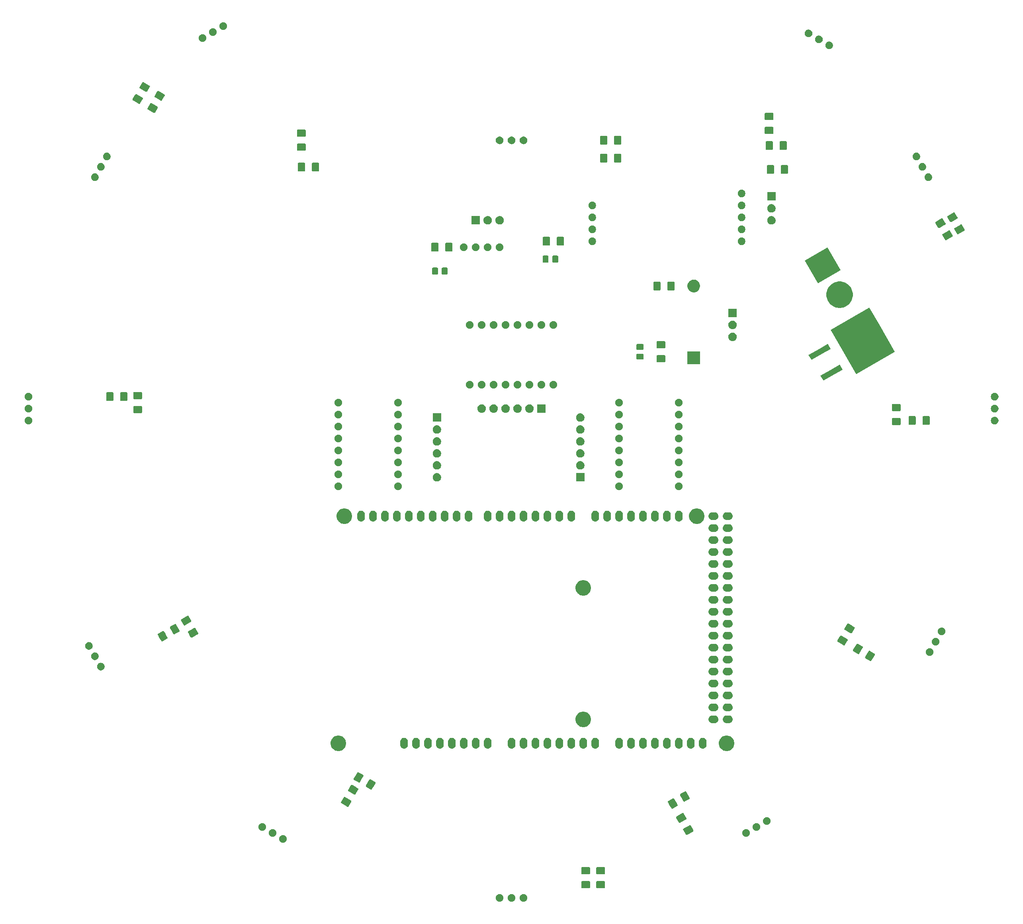
<source format=gts>
G04 #@! TF.GenerationSoftware,KiCad,Pcbnew,5.1.5+dfsg1-2build2*
G04 #@! TF.CreationDate,2022-01-24T10:52:28+01:00*
G04 #@! TF.ProjectId,Robocup_PCB,526f626f-6375-4705-9f50-43422e6b6963,v1*
G04 #@! TF.SameCoordinates,Original*
G04 #@! TF.FileFunction,Soldermask,Top*
G04 #@! TF.FilePolarity,Negative*
%FSLAX46Y46*%
G04 Gerber Fmt 4.6, Leading zero omitted, Abs format (unit mm)*
G04 Created by KiCad (PCBNEW 5.1.5+dfsg1-2build2) date 2022-01-24 10:52:28*
%MOMM*%
%LPD*%
G04 APERTURE LIST*
%ADD10C,0.100000*%
G04 APERTURE END LIST*
D10*
G36*
X219868413Y-230198602D02*
G01*
X219946854Y-230214205D01*
X220094628Y-230275416D01*
X220227619Y-230364277D01*
X220340723Y-230477381D01*
X220429584Y-230610372D01*
X220490795Y-230758146D01*
X220522000Y-230915027D01*
X220522000Y-231074973D01*
X220490795Y-231231854D01*
X220429584Y-231379628D01*
X220340723Y-231512619D01*
X220227619Y-231625723D01*
X220094628Y-231714584D01*
X219946854Y-231775795D01*
X219868413Y-231791398D01*
X219789975Y-231807000D01*
X219630025Y-231807000D01*
X219551587Y-231791398D01*
X219473146Y-231775795D01*
X219325372Y-231714584D01*
X219192381Y-231625723D01*
X219079277Y-231512619D01*
X218990416Y-231379628D01*
X218929205Y-231231854D01*
X218898000Y-231074973D01*
X218898000Y-230915027D01*
X218929205Y-230758146D01*
X218990416Y-230610372D01*
X219079277Y-230477381D01*
X219192381Y-230364277D01*
X219325372Y-230275416D01*
X219473146Y-230214205D01*
X219551587Y-230198602D01*
X219630025Y-230183000D01*
X219789975Y-230183000D01*
X219868413Y-230198602D01*
G37*
G36*
X217328413Y-230198602D02*
G01*
X217406854Y-230214205D01*
X217554628Y-230275416D01*
X217687619Y-230364277D01*
X217800723Y-230477381D01*
X217889584Y-230610372D01*
X217950795Y-230758146D01*
X217982000Y-230915027D01*
X217982000Y-231074973D01*
X217950795Y-231231854D01*
X217889584Y-231379628D01*
X217800723Y-231512619D01*
X217687619Y-231625723D01*
X217554628Y-231714584D01*
X217406854Y-231775795D01*
X217328413Y-231791398D01*
X217249975Y-231807000D01*
X217090025Y-231807000D01*
X217011587Y-231791398D01*
X216933146Y-231775795D01*
X216785372Y-231714584D01*
X216652381Y-231625723D01*
X216539277Y-231512619D01*
X216450416Y-231379628D01*
X216389205Y-231231854D01*
X216358000Y-231074973D01*
X216358000Y-230915027D01*
X216389205Y-230758146D01*
X216450416Y-230610372D01*
X216539277Y-230477381D01*
X216652381Y-230364277D01*
X216785372Y-230275416D01*
X216933146Y-230214205D01*
X217011587Y-230198602D01*
X217090025Y-230183000D01*
X217249975Y-230183000D01*
X217328413Y-230198602D01*
G37*
G36*
X214788413Y-230198602D02*
G01*
X214866854Y-230214205D01*
X215014628Y-230275416D01*
X215147619Y-230364277D01*
X215260723Y-230477381D01*
X215349584Y-230610372D01*
X215410795Y-230758146D01*
X215442000Y-230915027D01*
X215442000Y-231074973D01*
X215410795Y-231231854D01*
X215349584Y-231379628D01*
X215260723Y-231512619D01*
X215147619Y-231625723D01*
X215014628Y-231714584D01*
X214866854Y-231775795D01*
X214788413Y-231791398D01*
X214709975Y-231807000D01*
X214550025Y-231807000D01*
X214471587Y-231791398D01*
X214393146Y-231775795D01*
X214245372Y-231714584D01*
X214112381Y-231625723D01*
X213999277Y-231512619D01*
X213910416Y-231379628D01*
X213849205Y-231231854D01*
X213818000Y-231074973D01*
X213818000Y-230915027D01*
X213849205Y-230758146D01*
X213910416Y-230610372D01*
X213999277Y-230477381D01*
X214112381Y-230364277D01*
X214245372Y-230275416D01*
X214393146Y-230214205D01*
X214471587Y-230198602D01*
X214550025Y-230183000D01*
X214709975Y-230183000D01*
X214788413Y-230198602D01*
G37*
G36*
X233679805Y-227424368D02*
G01*
X233717724Y-227435870D01*
X233752676Y-227454552D01*
X233783308Y-227479692D01*
X233808448Y-227510324D01*
X233827130Y-227545276D01*
X233838632Y-227583195D01*
X233843000Y-227627540D01*
X233843000Y-228737460D01*
X233838632Y-228781805D01*
X233827130Y-228819724D01*
X233808448Y-228854676D01*
X233783308Y-228885308D01*
X233752676Y-228910448D01*
X233717724Y-228929130D01*
X233679805Y-228940632D01*
X233635460Y-228945000D01*
X232200540Y-228945000D01*
X232156195Y-228940632D01*
X232118276Y-228929130D01*
X232083324Y-228910448D01*
X232052692Y-228885308D01*
X232027552Y-228854676D01*
X232008870Y-228819724D01*
X231997368Y-228781805D01*
X231993000Y-228737460D01*
X231993000Y-227627540D01*
X231997368Y-227583195D01*
X232008870Y-227545276D01*
X232027552Y-227510324D01*
X232052692Y-227479692D01*
X232083324Y-227454552D01*
X232118276Y-227435870D01*
X232156195Y-227424368D01*
X232200540Y-227420000D01*
X233635460Y-227420000D01*
X233679805Y-227424368D01*
G37*
G36*
X236854805Y-227424368D02*
G01*
X236892724Y-227435870D01*
X236927676Y-227454552D01*
X236958308Y-227479692D01*
X236983448Y-227510324D01*
X237002130Y-227545276D01*
X237013632Y-227583195D01*
X237018000Y-227627540D01*
X237018000Y-228737460D01*
X237013632Y-228781805D01*
X237002130Y-228819724D01*
X236983448Y-228854676D01*
X236958308Y-228885308D01*
X236927676Y-228910448D01*
X236892724Y-228929130D01*
X236854805Y-228940632D01*
X236810460Y-228945000D01*
X235375540Y-228945000D01*
X235331195Y-228940632D01*
X235293276Y-228929130D01*
X235258324Y-228910448D01*
X235227692Y-228885308D01*
X235202552Y-228854676D01*
X235183870Y-228819724D01*
X235172368Y-228781805D01*
X235168000Y-228737460D01*
X235168000Y-227627540D01*
X235172368Y-227583195D01*
X235183870Y-227545276D01*
X235202552Y-227510324D01*
X235227692Y-227479692D01*
X235258324Y-227454552D01*
X235293276Y-227435870D01*
X235331195Y-227424368D01*
X235375540Y-227420000D01*
X236810460Y-227420000D01*
X236854805Y-227424368D01*
G37*
G36*
X233679805Y-224449368D02*
G01*
X233717724Y-224460870D01*
X233752676Y-224479552D01*
X233783308Y-224504692D01*
X233808448Y-224535324D01*
X233827130Y-224570276D01*
X233838632Y-224608195D01*
X233843000Y-224652540D01*
X233843000Y-225762460D01*
X233838632Y-225806805D01*
X233827130Y-225844724D01*
X233808448Y-225879676D01*
X233783308Y-225910308D01*
X233752676Y-225935448D01*
X233717724Y-225954130D01*
X233679805Y-225965632D01*
X233635460Y-225970000D01*
X232200540Y-225970000D01*
X232156195Y-225965632D01*
X232118276Y-225954130D01*
X232083324Y-225935448D01*
X232052692Y-225910308D01*
X232027552Y-225879676D01*
X232008870Y-225844724D01*
X231997368Y-225806805D01*
X231993000Y-225762460D01*
X231993000Y-224652540D01*
X231997368Y-224608195D01*
X232008870Y-224570276D01*
X232027552Y-224535324D01*
X232052692Y-224504692D01*
X232083324Y-224479552D01*
X232118276Y-224460870D01*
X232156195Y-224449368D01*
X232200540Y-224445000D01*
X233635460Y-224445000D01*
X233679805Y-224449368D01*
G37*
G36*
X236854805Y-224449368D02*
G01*
X236892724Y-224460870D01*
X236927676Y-224479552D01*
X236958308Y-224504692D01*
X236983448Y-224535324D01*
X237002130Y-224570276D01*
X237013632Y-224608195D01*
X237018000Y-224652540D01*
X237018000Y-225762460D01*
X237013632Y-225806805D01*
X237002130Y-225844724D01*
X236983448Y-225879676D01*
X236958308Y-225910308D01*
X236927676Y-225935448D01*
X236892724Y-225954130D01*
X236854805Y-225965632D01*
X236810460Y-225970000D01*
X235375540Y-225970000D01*
X235331195Y-225965632D01*
X235293276Y-225954130D01*
X235258324Y-225935448D01*
X235227692Y-225910308D01*
X235202552Y-225879676D01*
X235183870Y-225844724D01*
X235172368Y-225806805D01*
X235168000Y-225762460D01*
X235168000Y-224652540D01*
X235172368Y-224608195D01*
X235183870Y-224570276D01*
X235202552Y-224535324D01*
X235227692Y-224504692D01*
X235258324Y-224479552D01*
X235293276Y-224460870D01*
X235331195Y-224449368D01*
X235375540Y-224445000D01*
X236810460Y-224445000D01*
X236854805Y-224449368D01*
G37*
G36*
X168728119Y-217643603D02*
G01*
X168806559Y-217659205D01*
X168954333Y-217720416D01*
X169087324Y-217809277D01*
X169200428Y-217922381D01*
X169289289Y-218055372D01*
X169350500Y-218203146D01*
X169381705Y-218360027D01*
X169381705Y-218519973D01*
X169350500Y-218676854D01*
X169289289Y-218824628D01*
X169200428Y-218957619D01*
X169087324Y-219070723D01*
X168954333Y-219159584D01*
X168806559Y-219220795D01*
X168728118Y-219236398D01*
X168649680Y-219252000D01*
X168489730Y-219252000D01*
X168411292Y-219236398D01*
X168332851Y-219220795D01*
X168185077Y-219159584D01*
X168052086Y-219070723D01*
X167938982Y-218957619D01*
X167850121Y-218824628D01*
X167788910Y-218676854D01*
X167757705Y-218519973D01*
X167757705Y-218360027D01*
X167788910Y-218203146D01*
X167850121Y-218055372D01*
X167938982Y-217922381D01*
X168052086Y-217809277D01*
X168185077Y-217720416D01*
X168332851Y-217659205D01*
X168411291Y-217643603D01*
X168489730Y-217628000D01*
X168649680Y-217628000D01*
X168728119Y-217643603D01*
G37*
G36*
X267198708Y-216373602D02*
G01*
X267277149Y-216389205D01*
X267424923Y-216450416D01*
X267557914Y-216539277D01*
X267671018Y-216652381D01*
X267759879Y-216785372D01*
X267821090Y-216933146D01*
X267852295Y-217090027D01*
X267852295Y-217249973D01*
X267821090Y-217406854D01*
X267759879Y-217554628D01*
X267671018Y-217687619D01*
X267557914Y-217800723D01*
X267424923Y-217889584D01*
X267277149Y-217950795D01*
X267198709Y-217966397D01*
X267120270Y-217982000D01*
X266960320Y-217982000D01*
X266881881Y-217966397D01*
X266803441Y-217950795D01*
X266655667Y-217889584D01*
X266522676Y-217800723D01*
X266409572Y-217687619D01*
X266320711Y-217554628D01*
X266259500Y-217406854D01*
X266228295Y-217249973D01*
X266228295Y-217090027D01*
X266259500Y-216933146D01*
X266320711Y-216785372D01*
X266409572Y-216652381D01*
X266522676Y-216539277D01*
X266655667Y-216450416D01*
X266803441Y-216389205D01*
X266881882Y-216373602D01*
X266960320Y-216358000D01*
X267120270Y-216358000D01*
X267198708Y-216373602D01*
G37*
G36*
X166528413Y-216373602D02*
G01*
X166606854Y-216389205D01*
X166754628Y-216450416D01*
X166887619Y-216539277D01*
X167000723Y-216652381D01*
X167089584Y-216785372D01*
X167150795Y-216933146D01*
X167182000Y-217090027D01*
X167182000Y-217249973D01*
X167150795Y-217406854D01*
X167089584Y-217554628D01*
X167000723Y-217687619D01*
X166887619Y-217800723D01*
X166754628Y-217889584D01*
X166606854Y-217950795D01*
X166528414Y-217966397D01*
X166449975Y-217982000D01*
X166290025Y-217982000D01*
X166211586Y-217966397D01*
X166133146Y-217950795D01*
X165985372Y-217889584D01*
X165852381Y-217800723D01*
X165739277Y-217687619D01*
X165650416Y-217554628D01*
X165589205Y-217406854D01*
X165558000Y-217249973D01*
X165558000Y-217090027D01*
X165589205Y-216933146D01*
X165650416Y-216785372D01*
X165739277Y-216652381D01*
X165852381Y-216539277D01*
X165985372Y-216450416D01*
X166133146Y-216389205D01*
X166211587Y-216373602D01*
X166290025Y-216358000D01*
X166449975Y-216358000D01*
X166528413Y-216373602D01*
G37*
G36*
X255141723Y-215511908D02*
G01*
X255178810Y-215525867D01*
X255212464Y-215546794D01*
X255241389Y-215573886D01*
X255267345Y-215610108D01*
X255297339Y-215662060D01*
X255297346Y-215662069D01*
X255792302Y-216519357D01*
X255792307Y-216519369D01*
X255822302Y-216571321D01*
X255840692Y-216611908D01*
X255849692Y-216650508D01*
X255850989Y-216690110D01*
X255844534Y-216729207D01*
X255830575Y-216766294D01*
X255809648Y-216799948D01*
X255782555Y-216828875D01*
X255746341Y-216854826D01*
X255610683Y-216933148D01*
X254572505Y-217532540D01*
X254503664Y-217572285D01*
X254463074Y-217590676D01*
X254424476Y-217599676D01*
X254384874Y-217600973D01*
X254345777Y-217594518D01*
X254308690Y-217580559D01*
X254275036Y-217559632D01*
X254246111Y-217532540D01*
X254220155Y-217496318D01*
X254190161Y-217444366D01*
X254190154Y-217444357D01*
X253695198Y-216587069D01*
X253695193Y-216587057D01*
X253665198Y-216535105D01*
X253646808Y-216494518D01*
X253637808Y-216455918D01*
X253636511Y-216416316D01*
X253642966Y-216377219D01*
X253656925Y-216340132D01*
X253677852Y-216306478D01*
X253704945Y-216277551D01*
X253741159Y-216251600D01*
X254760389Y-215663148D01*
X254931874Y-215564141D01*
X254931876Y-215564140D01*
X254983836Y-215534141D01*
X255024426Y-215515750D01*
X255063024Y-215506750D01*
X255102626Y-215505453D01*
X255141723Y-215511908D01*
G37*
G36*
X164328708Y-215103602D02*
G01*
X164407149Y-215119205D01*
X164554923Y-215180416D01*
X164687914Y-215269277D01*
X164801018Y-215382381D01*
X164889879Y-215515372D01*
X164951090Y-215663146D01*
X164982295Y-215820027D01*
X164982295Y-215979973D01*
X164951090Y-216136854D01*
X164903560Y-216251600D01*
X164892811Y-216277551D01*
X164889879Y-216284628D01*
X164801018Y-216417619D01*
X164687914Y-216530723D01*
X164554923Y-216619584D01*
X164407149Y-216680795D01*
X164360318Y-216690110D01*
X164250270Y-216712000D01*
X164090320Y-216712000D01*
X163980272Y-216690110D01*
X163933441Y-216680795D01*
X163785667Y-216619584D01*
X163652676Y-216530723D01*
X163539572Y-216417619D01*
X163450711Y-216284628D01*
X163447780Y-216277551D01*
X163437030Y-216251600D01*
X163389500Y-216136854D01*
X163358295Y-215979973D01*
X163358295Y-215820027D01*
X163389500Y-215663146D01*
X163450711Y-215515372D01*
X163539572Y-215382381D01*
X163652676Y-215269277D01*
X163785667Y-215180416D01*
X163933441Y-215119205D01*
X164011882Y-215103602D01*
X164090320Y-215088000D01*
X164250270Y-215088000D01*
X164328708Y-215103602D01*
G37*
G36*
X269398413Y-215103602D02*
G01*
X269476854Y-215119205D01*
X269624628Y-215180416D01*
X269757619Y-215269277D01*
X269870723Y-215382381D01*
X269959584Y-215515372D01*
X270020795Y-215663146D01*
X270052000Y-215820027D01*
X270052000Y-215979973D01*
X270020795Y-216136854D01*
X269973265Y-216251600D01*
X269962516Y-216277551D01*
X269959584Y-216284628D01*
X269870723Y-216417619D01*
X269757619Y-216530723D01*
X269624628Y-216619584D01*
X269476854Y-216680795D01*
X269430023Y-216690110D01*
X269319975Y-216712000D01*
X269160025Y-216712000D01*
X269049977Y-216690110D01*
X269003146Y-216680795D01*
X268855372Y-216619584D01*
X268722381Y-216530723D01*
X268609277Y-216417619D01*
X268520416Y-216284628D01*
X268517485Y-216277551D01*
X268506735Y-216251600D01*
X268459205Y-216136854D01*
X268428000Y-215979973D01*
X268428000Y-215820027D01*
X268459205Y-215663146D01*
X268520416Y-215515372D01*
X268609277Y-215382381D01*
X268722381Y-215269277D01*
X268855372Y-215180416D01*
X269003146Y-215119205D01*
X269081587Y-215103602D01*
X269160025Y-215088000D01*
X269319975Y-215088000D01*
X269398413Y-215103602D01*
G37*
G36*
X271598119Y-213833603D02*
G01*
X271676559Y-213849205D01*
X271824333Y-213910416D01*
X271957324Y-213999277D01*
X272070428Y-214112381D01*
X272122203Y-214189868D01*
X272159290Y-214245374D01*
X272169791Y-214270726D01*
X272220500Y-214393146D01*
X272251705Y-214550027D01*
X272251705Y-214709973D01*
X272220500Y-214866854D01*
X272159289Y-215014628D01*
X272070428Y-215147619D01*
X271957324Y-215260723D01*
X271824333Y-215349584D01*
X271676559Y-215410795D01*
X271598119Y-215426397D01*
X271519680Y-215442000D01*
X271359730Y-215442000D01*
X271281291Y-215426397D01*
X271202851Y-215410795D01*
X271055077Y-215349584D01*
X270922086Y-215260723D01*
X270808982Y-215147619D01*
X270720121Y-215014628D01*
X270658910Y-214866854D01*
X270627705Y-214709973D01*
X270627705Y-214550027D01*
X270658910Y-214393146D01*
X270709619Y-214270726D01*
X270720120Y-214245374D01*
X270757208Y-214189868D01*
X270808982Y-214112381D01*
X270922086Y-213999277D01*
X271055077Y-213910416D01*
X271202851Y-213849205D01*
X271281291Y-213833603D01*
X271359730Y-213818000D01*
X271519680Y-213818000D01*
X271598119Y-213833603D01*
G37*
G36*
X253654223Y-212935482D02*
G01*
X253691310Y-212949441D01*
X253724964Y-212970368D01*
X253753889Y-212997460D01*
X253779845Y-213033682D01*
X253809839Y-213085634D01*
X253809846Y-213085643D01*
X254304802Y-213942931D01*
X254304807Y-213942943D01*
X254334802Y-213994895D01*
X254353192Y-214035482D01*
X254362192Y-214074082D01*
X254363489Y-214113684D01*
X254357034Y-214152781D01*
X254343075Y-214189868D01*
X254322148Y-214223522D01*
X254295055Y-214252449D01*
X254258841Y-214278400D01*
X254206874Y-214308403D01*
X253085005Y-214956114D01*
X253016164Y-214995859D01*
X252975574Y-215014250D01*
X252936976Y-215023250D01*
X252897374Y-215024547D01*
X252858277Y-215018092D01*
X252821190Y-215004133D01*
X252787536Y-214983206D01*
X252758611Y-214956114D01*
X252732655Y-214919892D01*
X252702661Y-214867940D01*
X252702654Y-214867931D01*
X252207698Y-214010643D01*
X252207693Y-214010631D01*
X252177698Y-213958679D01*
X252159308Y-213918092D01*
X252150308Y-213879492D01*
X252149011Y-213839890D01*
X252155466Y-213800793D01*
X252169425Y-213763706D01*
X252190352Y-213730052D01*
X252217445Y-213701125D01*
X252253659Y-213675174D01*
X253274758Y-213085643D01*
X253444374Y-212987715D01*
X253444376Y-212987714D01*
X253496336Y-212957715D01*
X253536926Y-212939324D01*
X253575524Y-212930324D01*
X253615126Y-212929027D01*
X253654223Y-212935482D01*
G37*
G36*
X251617781Y-209827966D02*
G01*
X251654868Y-209841925D01*
X251688522Y-209862852D01*
X251717449Y-209889945D01*
X251743400Y-209926159D01*
X251773403Y-209978126D01*
X252297148Y-210885279D01*
X252460859Y-211168836D01*
X252479250Y-211209426D01*
X252488250Y-211248024D01*
X252489547Y-211287626D01*
X252483092Y-211326723D01*
X252469133Y-211363810D01*
X252448206Y-211397464D01*
X252421114Y-211426389D01*
X252384892Y-211452345D01*
X252332940Y-211482339D01*
X252332931Y-211482346D01*
X251475643Y-211977302D01*
X251475631Y-211977307D01*
X251423679Y-212007302D01*
X251383092Y-212025692D01*
X251344492Y-212034692D01*
X251304890Y-212035989D01*
X251265793Y-212029534D01*
X251228706Y-212015575D01*
X251195052Y-211994648D01*
X251166125Y-211967555D01*
X251140174Y-211931341D01*
X250768525Y-211287626D01*
X250452715Y-210740626D01*
X250452714Y-210740624D01*
X250422715Y-210688664D01*
X250404324Y-210648074D01*
X250395324Y-210609476D01*
X250394027Y-210569874D01*
X250400482Y-210530777D01*
X250414441Y-210493690D01*
X250435368Y-210460036D01*
X250462460Y-210431111D01*
X250498682Y-210405155D01*
X250550634Y-210375161D01*
X250550643Y-210375154D01*
X251407931Y-209880198D01*
X251407943Y-209880193D01*
X251459895Y-209850198D01*
X251500482Y-209831808D01*
X251539082Y-209822808D01*
X251578684Y-209821511D01*
X251617781Y-209827966D01*
G37*
G36*
X181689976Y-209537750D02*
G01*
X181728574Y-209546750D01*
X181769164Y-209565141D01*
X181821124Y-209595140D01*
X181821126Y-209595141D01*
X182331742Y-209889945D01*
X183011841Y-210282600D01*
X183048055Y-210308551D01*
X183075148Y-210337478D01*
X183096075Y-210371132D01*
X183110034Y-210408219D01*
X183116489Y-210447316D01*
X183115192Y-210486918D01*
X183106192Y-210525518D01*
X183087802Y-210566105D01*
X183057807Y-210618057D01*
X183057802Y-210618069D01*
X182562846Y-211475357D01*
X182562839Y-211475366D01*
X182532845Y-211527318D01*
X182506889Y-211563540D01*
X182477964Y-211590632D01*
X182444310Y-211611559D01*
X182407223Y-211625518D01*
X182368126Y-211631973D01*
X182328524Y-211630676D01*
X182289926Y-211621676D01*
X182249336Y-211603285D01*
X182180496Y-211563540D01*
X181058626Y-210915829D01*
X181006659Y-210885826D01*
X180970445Y-210859875D01*
X180943352Y-210830948D01*
X180922425Y-210797294D01*
X180908466Y-210760207D01*
X180902011Y-210721110D01*
X180903308Y-210681508D01*
X180912308Y-210642908D01*
X180930698Y-210602321D01*
X180960693Y-210550369D01*
X180960698Y-210550357D01*
X181455654Y-209693069D01*
X181455661Y-209693060D01*
X181485655Y-209641108D01*
X181511611Y-209604886D01*
X181540536Y-209577794D01*
X181574190Y-209556867D01*
X181611277Y-209542908D01*
X181650374Y-209536453D01*
X181689976Y-209537750D01*
G37*
G36*
X254194207Y-208340466D02*
G01*
X254231294Y-208354425D01*
X254264948Y-208375352D01*
X254293875Y-208402445D01*
X254319826Y-208438659D01*
X254349829Y-208490626D01*
X254987521Y-209595141D01*
X255037285Y-209681336D01*
X255055676Y-209721926D01*
X255064676Y-209760524D01*
X255065973Y-209800126D01*
X255059518Y-209839223D01*
X255045559Y-209876310D01*
X255024632Y-209909964D01*
X254997540Y-209938889D01*
X254961318Y-209964845D01*
X254909366Y-209994839D01*
X254909357Y-209994846D01*
X254052069Y-210489802D01*
X254052057Y-210489807D01*
X254000105Y-210519802D01*
X253959518Y-210538192D01*
X253920918Y-210547192D01*
X253881316Y-210548489D01*
X253842219Y-210542034D01*
X253805132Y-210528075D01*
X253771478Y-210507148D01*
X253742551Y-210480055D01*
X253716600Y-210443841D01*
X253344951Y-209800126D01*
X253029141Y-209253126D01*
X253029140Y-209253124D01*
X252999141Y-209201164D01*
X252980750Y-209160574D01*
X252971750Y-209121976D01*
X252970453Y-209082374D01*
X252976908Y-209043277D01*
X252990867Y-209006190D01*
X253011794Y-208972536D01*
X253038886Y-208943611D01*
X253075108Y-208917655D01*
X253127060Y-208887661D01*
X253127069Y-208887654D01*
X253984357Y-208392698D01*
X253984369Y-208392693D01*
X254036321Y-208362698D01*
X254076908Y-208344308D01*
X254115508Y-208335308D01*
X254155110Y-208334011D01*
X254194207Y-208340466D01*
G37*
G36*
X183177476Y-206961324D02*
G01*
X183216074Y-206970324D01*
X183256664Y-206988715D01*
X183308624Y-207018714D01*
X183308626Y-207018715D01*
X183903887Y-207362389D01*
X184499341Y-207706174D01*
X184535555Y-207732125D01*
X184562648Y-207761052D01*
X184583575Y-207794706D01*
X184597534Y-207831793D01*
X184603989Y-207870890D01*
X184602692Y-207910492D01*
X184593692Y-207949092D01*
X184575302Y-207989679D01*
X184545307Y-208041631D01*
X184545302Y-208041643D01*
X184050346Y-208898931D01*
X184050339Y-208898940D01*
X184020345Y-208950892D01*
X183994389Y-208987114D01*
X183965464Y-209014206D01*
X183931810Y-209035133D01*
X183894723Y-209049092D01*
X183855626Y-209055547D01*
X183816024Y-209054250D01*
X183777426Y-209045250D01*
X183736836Y-209026859D01*
X183667996Y-208987114D01*
X182734211Y-208447994D01*
X182494159Y-208309400D01*
X182457945Y-208283449D01*
X182430852Y-208254522D01*
X182409925Y-208220868D01*
X182395966Y-208183781D01*
X182389511Y-208144684D01*
X182390808Y-208105082D01*
X182399808Y-208066482D01*
X182418198Y-208025895D01*
X182448193Y-207973943D01*
X182448198Y-207973931D01*
X182943154Y-207116643D01*
X182943161Y-207116634D01*
X182973155Y-207064682D01*
X182999111Y-207028460D01*
X183028036Y-207001368D01*
X183061690Y-206980441D01*
X183098777Y-206966482D01*
X183137874Y-206960027D01*
X183177476Y-206961324D01*
G37*
G36*
X187118918Y-205758808D02*
G01*
X187157518Y-205767808D01*
X187198105Y-205786198D01*
X187250057Y-205816193D01*
X187250069Y-205816198D01*
X188107357Y-206311154D01*
X188107366Y-206311161D01*
X188159318Y-206341155D01*
X188195540Y-206367111D01*
X188222632Y-206396036D01*
X188243559Y-206429690D01*
X188257518Y-206466777D01*
X188263973Y-206505874D01*
X188262676Y-206545476D01*
X188253676Y-206584074D01*
X188235285Y-206624664D01*
X188205286Y-206676624D01*
X188205285Y-206676626D01*
X187889475Y-207223626D01*
X187517826Y-207867341D01*
X187491875Y-207903555D01*
X187462948Y-207930648D01*
X187429294Y-207951575D01*
X187392207Y-207965534D01*
X187353110Y-207971989D01*
X187313508Y-207970692D01*
X187274908Y-207961692D01*
X187234321Y-207943302D01*
X187182369Y-207913307D01*
X187182357Y-207913302D01*
X186325069Y-207418346D01*
X186325060Y-207418339D01*
X186273108Y-207388345D01*
X186236886Y-207362389D01*
X186209794Y-207333464D01*
X186188867Y-207299810D01*
X186174908Y-207262723D01*
X186168453Y-207223626D01*
X186169750Y-207184024D01*
X186178750Y-207145426D01*
X186197141Y-207104836D01*
X186235638Y-207038158D01*
X186884597Y-205914126D01*
X186914600Y-205862159D01*
X186940551Y-205825945D01*
X186969478Y-205798852D01*
X187003132Y-205777925D01*
X187040219Y-205763966D01*
X187079316Y-205757511D01*
X187118918Y-205758808D01*
G37*
G36*
X184542492Y-204271308D02*
G01*
X184581092Y-204280308D01*
X184621679Y-204298698D01*
X184673631Y-204328693D01*
X184673643Y-204328698D01*
X185530931Y-204823654D01*
X185530940Y-204823661D01*
X185582892Y-204853655D01*
X185619114Y-204879611D01*
X185646206Y-204908536D01*
X185667133Y-204942190D01*
X185681092Y-204979277D01*
X185687547Y-205018374D01*
X185686250Y-205057976D01*
X185677250Y-205096574D01*
X185658859Y-205137164D01*
X185628860Y-205189124D01*
X185628859Y-205189126D01*
X185313049Y-205736126D01*
X184941400Y-206379841D01*
X184915449Y-206416055D01*
X184886522Y-206443148D01*
X184852868Y-206464075D01*
X184815781Y-206478034D01*
X184776684Y-206484489D01*
X184737082Y-206483192D01*
X184698482Y-206474192D01*
X184657895Y-206455802D01*
X184605943Y-206425807D01*
X184605931Y-206425802D01*
X183748643Y-205930846D01*
X183748634Y-205930839D01*
X183696682Y-205900845D01*
X183660460Y-205874889D01*
X183633368Y-205845964D01*
X183612441Y-205812310D01*
X183598482Y-205775223D01*
X183592027Y-205736126D01*
X183593324Y-205696524D01*
X183602324Y-205657926D01*
X183620715Y-205617336D01*
X183895524Y-205141353D01*
X184308171Y-204426626D01*
X184338174Y-204374659D01*
X184364125Y-204338445D01*
X184393052Y-204311352D01*
X184426706Y-204290425D01*
X184463793Y-204276466D01*
X184502890Y-204270011D01*
X184542492Y-204271308D01*
G37*
G36*
X263370975Y-196534438D02*
G01*
X263370977Y-196534439D01*
X263370978Y-196534439D01*
X263458871Y-196570846D01*
X263671061Y-196658738D01*
X263671062Y-196658739D01*
X263941130Y-196839191D01*
X264170809Y-197068870D01*
X264315269Y-197285072D01*
X264351262Y-197338939D01*
X264405524Y-197469939D01*
X264468926Y-197623003D01*
X264475562Y-197639025D01*
X264538930Y-197957595D01*
X264538930Y-198282405D01*
X264475562Y-198600975D01*
X264351262Y-198901061D01*
X264345386Y-198909855D01*
X264170809Y-199171130D01*
X263941130Y-199400809D01*
X263724928Y-199545269D01*
X263671061Y-199581262D01*
X263458871Y-199669154D01*
X263370978Y-199705561D01*
X263370977Y-199705561D01*
X263370975Y-199705562D01*
X263052405Y-199768930D01*
X262727595Y-199768930D01*
X262409025Y-199705562D01*
X262409023Y-199705561D01*
X262409022Y-199705561D01*
X262321129Y-199669154D01*
X262108939Y-199581262D01*
X262055072Y-199545269D01*
X261838870Y-199400809D01*
X261609191Y-199171130D01*
X261434614Y-198909855D01*
X261428738Y-198901061D01*
X261304438Y-198600975D01*
X261241070Y-198282405D01*
X261241070Y-197957595D01*
X261304438Y-197639025D01*
X261311075Y-197623003D01*
X261374476Y-197469939D01*
X261428738Y-197338939D01*
X261464731Y-197285072D01*
X261609191Y-197068870D01*
X261838870Y-196839191D01*
X262108938Y-196658739D01*
X262108939Y-196658738D01*
X262321129Y-196570846D01*
X262409022Y-196534439D01*
X262409023Y-196534439D01*
X262409025Y-196534438D01*
X262727595Y-196471070D01*
X263052405Y-196471070D01*
X263370975Y-196534438D01*
G37*
G36*
X180820975Y-196534438D02*
G01*
X180820977Y-196534439D01*
X180820978Y-196534439D01*
X180908871Y-196570846D01*
X181121061Y-196658738D01*
X181121062Y-196658739D01*
X181391130Y-196839191D01*
X181620809Y-197068870D01*
X181765269Y-197285072D01*
X181801262Y-197338939D01*
X181855524Y-197469939D01*
X181918926Y-197623003D01*
X181925562Y-197639025D01*
X181988930Y-197957595D01*
X181988930Y-198282405D01*
X181925562Y-198600975D01*
X181801262Y-198901061D01*
X181795386Y-198909855D01*
X181620809Y-199171130D01*
X181391130Y-199400809D01*
X181174928Y-199545269D01*
X181121061Y-199581262D01*
X180908871Y-199669154D01*
X180820978Y-199705561D01*
X180820977Y-199705561D01*
X180820975Y-199705562D01*
X180502405Y-199768930D01*
X180177595Y-199768930D01*
X179859025Y-199705562D01*
X179859023Y-199705561D01*
X179859022Y-199705561D01*
X179771129Y-199669154D01*
X179558939Y-199581262D01*
X179505072Y-199545269D01*
X179288870Y-199400809D01*
X179059191Y-199171130D01*
X178884614Y-198909855D01*
X178878738Y-198901061D01*
X178754438Y-198600975D01*
X178691070Y-198282405D01*
X178691070Y-197957595D01*
X178754438Y-197639025D01*
X178761075Y-197623003D01*
X178824476Y-197469939D01*
X178878738Y-197338939D01*
X178914731Y-197285072D01*
X179059191Y-197068870D01*
X179288870Y-196839191D01*
X179558938Y-196658739D01*
X179558939Y-196658738D01*
X179771129Y-196570846D01*
X179859022Y-196534439D01*
X179859023Y-196534439D01*
X179859025Y-196534438D01*
X180177595Y-196471070D01*
X180502405Y-196471070D01*
X180820975Y-196534438D01*
G37*
G36*
X197009177Y-196981929D02*
G01*
X197162242Y-197028361D01*
X197303304Y-197103760D01*
X197426948Y-197205232D01*
X197528421Y-197328876D01*
X197603819Y-197469937D01*
X197650251Y-197623002D01*
X197662000Y-197742293D01*
X197662000Y-198497707D01*
X197650251Y-198616998D01*
X197603819Y-198770063D01*
X197528421Y-198911124D01*
X197426948Y-199034768D01*
X197303304Y-199136241D01*
X197162243Y-199211639D01*
X197009178Y-199258071D01*
X196850000Y-199273749D01*
X196690823Y-199258071D01*
X196537758Y-199211639D01*
X196396697Y-199136241D01*
X196273053Y-199034768D01*
X196171580Y-198911124D01*
X196096183Y-198770064D01*
X196095798Y-198768794D01*
X196049750Y-198617000D01*
X196049750Y-198616998D01*
X196049749Y-198616996D01*
X196038000Y-198497707D01*
X196038000Y-197742294D01*
X196049749Y-197623003D01*
X196096181Y-197469938D01*
X196171580Y-197328876D01*
X196273052Y-197205232D01*
X196396696Y-197103759D01*
X196537757Y-197028361D01*
X196690822Y-196981929D01*
X196850000Y-196966251D01*
X197009177Y-196981929D01*
G37*
G36*
X199549177Y-196981929D02*
G01*
X199702242Y-197028361D01*
X199843304Y-197103760D01*
X199966948Y-197205232D01*
X200068421Y-197328876D01*
X200143819Y-197469937D01*
X200190251Y-197623002D01*
X200202000Y-197742293D01*
X200202000Y-198497707D01*
X200190251Y-198616998D01*
X200143819Y-198770063D01*
X200068421Y-198911124D01*
X199966948Y-199034768D01*
X199843304Y-199136241D01*
X199702243Y-199211639D01*
X199549178Y-199258071D01*
X199390000Y-199273749D01*
X199230823Y-199258071D01*
X199077758Y-199211639D01*
X198936697Y-199136241D01*
X198813053Y-199034768D01*
X198711580Y-198911124D01*
X198636183Y-198770064D01*
X198635798Y-198768794D01*
X198589750Y-198617000D01*
X198589750Y-198616998D01*
X198589749Y-198616996D01*
X198578000Y-198497707D01*
X198578000Y-197742294D01*
X198589749Y-197623003D01*
X198636181Y-197469938D01*
X198711580Y-197328876D01*
X198813052Y-197205232D01*
X198936696Y-197103759D01*
X199077757Y-197028361D01*
X199230822Y-196981929D01*
X199390000Y-196966251D01*
X199549177Y-196981929D01*
G37*
G36*
X207169177Y-196981929D02*
G01*
X207322242Y-197028361D01*
X207463304Y-197103760D01*
X207586948Y-197205232D01*
X207688421Y-197328876D01*
X207763819Y-197469937D01*
X207810251Y-197623002D01*
X207822000Y-197742293D01*
X207822000Y-198497707D01*
X207810251Y-198616998D01*
X207763819Y-198770063D01*
X207688421Y-198911124D01*
X207586948Y-199034768D01*
X207463304Y-199136241D01*
X207322243Y-199211639D01*
X207169178Y-199258071D01*
X207010000Y-199273749D01*
X206850823Y-199258071D01*
X206697758Y-199211639D01*
X206556697Y-199136241D01*
X206433053Y-199034768D01*
X206331580Y-198911124D01*
X206256183Y-198770064D01*
X206255798Y-198768794D01*
X206209750Y-198617000D01*
X206209750Y-198616998D01*
X206209749Y-198616996D01*
X206198000Y-198497707D01*
X206198000Y-197742294D01*
X206209749Y-197623003D01*
X206256181Y-197469938D01*
X206331580Y-197328876D01*
X206433052Y-197205232D01*
X206556696Y-197103759D01*
X206697757Y-197028361D01*
X206850822Y-196981929D01*
X207010000Y-196966251D01*
X207169177Y-196981929D01*
G37*
G36*
X209709177Y-196981929D02*
G01*
X209862242Y-197028361D01*
X210003304Y-197103760D01*
X210126948Y-197205232D01*
X210228421Y-197328876D01*
X210303819Y-197469937D01*
X210350251Y-197623002D01*
X210362000Y-197742293D01*
X210362000Y-198497707D01*
X210350251Y-198616998D01*
X210303819Y-198770063D01*
X210228421Y-198911124D01*
X210126948Y-199034768D01*
X210003304Y-199136241D01*
X209862243Y-199211639D01*
X209709178Y-199258071D01*
X209550000Y-199273749D01*
X209390823Y-199258071D01*
X209237758Y-199211639D01*
X209096697Y-199136241D01*
X208973053Y-199034768D01*
X208871580Y-198911124D01*
X208796183Y-198770064D01*
X208795798Y-198768794D01*
X208749750Y-198617000D01*
X208749750Y-198616998D01*
X208749749Y-198616996D01*
X208738000Y-198497707D01*
X208738000Y-197742294D01*
X208749749Y-197623003D01*
X208796181Y-197469938D01*
X208871580Y-197328876D01*
X208973052Y-197205232D01*
X209096696Y-197103759D01*
X209237757Y-197028361D01*
X209390822Y-196981929D01*
X209550000Y-196966251D01*
X209709177Y-196981929D01*
G37*
G36*
X212249177Y-196981929D02*
G01*
X212402242Y-197028361D01*
X212543304Y-197103760D01*
X212666948Y-197205232D01*
X212768421Y-197328876D01*
X212843819Y-197469937D01*
X212890251Y-197623002D01*
X212902000Y-197742293D01*
X212902000Y-198497707D01*
X212890251Y-198616998D01*
X212843819Y-198770063D01*
X212768421Y-198911124D01*
X212666948Y-199034768D01*
X212543304Y-199136241D01*
X212402243Y-199211639D01*
X212249178Y-199258071D01*
X212090000Y-199273749D01*
X211930823Y-199258071D01*
X211777758Y-199211639D01*
X211636697Y-199136241D01*
X211513053Y-199034768D01*
X211411580Y-198911124D01*
X211336183Y-198770064D01*
X211335798Y-198768794D01*
X211289750Y-198617000D01*
X211289750Y-198616998D01*
X211289749Y-198616996D01*
X211278000Y-198497707D01*
X211278000Y-197742294D01*
X211289749Y-197623003D01*
X211336181Y-197469938D01*
X211411580Y-197328876D01*
X211513052Y-197205232D01*
X211636696Y-197103759D01*
X211777757Y-197028361D01*
X211930822Y-196981929D01*
X212090000Y-196966251D01*
X212249177Y-196981929D01*
G37*
G36*
X217329177Y-196981929D02*
G01*
X217482242Y-197028361D01*
X217623304Y-197103760D01*
X217746948Y-197205232D01*
X217848421Y-197328876D01*
X217923819Y-197469937D01*
X217970251Y-197623002D01*
X217982000Y-197742293D01*
X217982000Y-198497707D01*
X217970251Y-198616998D01*
X217923819Y-198770063D01*
X217848421Y-198911124D01*
X217746948Y-199034768D01*
X217623304Y-199136241D01*
X217482243Y-199211639D01*
X217329178Y-199258071D01*
X217170000Y-199273749D01*
X217010823Y-199258071D01*
X216857758Y-199211639D01*
X216716697Y-199136241D01*
X216593053Y-199034768D01*
X216491580Y-198911124D01*
X216416183Y-198770064D01*
X216415798Y-198768794D01*
X216369750Y-198617000D01*
X216369750Y-198616998D01*
X216369749Y-198616996D01*
X216358000Y-198497707D01*
X216358000Y-197742294D01*
X216369749Y-197623003D01*
X216416181Y-197469938D01*
X216491580Y-197328876D01*
X216593052Y-197205232D01*
X216716696Y-197103759D01*
X216857757Y-197028361D01*
X217010822Y-196981929D01*
X217170000Y-196966251D01*
X217329177Y-196981929D01*
G37*
G36*
X194469177Y-196981929D02*
G01*
X194622242Y-197028361D01*
X194763304Y-197103760D01*
X194886948Y-197205232D01*
X194988421Y-197328876D01*
X195063819Y-197469937D01*
X195110251Y-197623002D01*
X195122000Y-197742293D01*
X195122000Y-198497707D01*
X195110251Y-198616998D01*
X195063819Y-198770063D01*
X194988421Y-198911124D01*
X194886948Y-199034768D01*
X194763304Y-199136241D01*
X194622243Y-199211639D01*
X194469178Y-199258071D01*
X194310000Y-199273749D01*
X194150823Y-199258071D01*
X193997758Y-199211639D01*
X193856697Y-199136241D01*
X193733053Y-199034768D01*
X193631580Y-198911124D01*
X193556183Y-198770064D01*
X193555798Y-198768794D01*
X193509750Y-198617000D01*
X193509750Y-198616998D01*
X193509749Y-198616996D01*
X193498000Y-198497707D01*
X193498000Y-197742294D01*
X193509749Y-197623003D01*
X193556181Y-197469938D01*
X193631580Y-197328876D01*
X193733052Y-197205232D01*
X193856696Y-197103759D01*
X193997757Y-197028361D01*
X194150822Y-196981929D01*
X194310000Y-196966251D01*
X194469177Y-196981929D01*
G37*
G36*
X222409177Y-196981929D02*
G01*
X222562242Y-197028361D01*
X222703304Y-197103760D01*
X222826948Y-197205232D01*
X222928421Y-197328876D01*
X223003819Y-197469937D01*
X223050251Y-197623002D01*
X223062000Y-197742293D01*
X223062000Y-198497707D01*
X223050251Y-198616998D01*
X223003819Y-198770063D01*
X222928421Y-198911124D01*
X222826948Y-199034768D01*
X222703304Y-199136241D01*
X222562243Y-199211639D01*
X222409178Y-199258071D01*
X222250000Y-199273749D01*
X222090823Y-199258071D01*
X221937758Y-199211639D01*
X221796697Y-199136241D01*
X221673053Y-199034768D01*
X221571580Y-198911124D01*
X221496183Y-198770064D01*
X221495798Y-198768794D01*
X221449750Y-198617000D01*
X221449750Y-198616998D01*
X221449749Y-198616996D01*
X221438000Y-198497707D01*
X221438000Y-197742294D01*
X221449749Y-197623003D01*
X221496181Y-197469938D01*
X221571580Y-197328876D01*
X221673052Y-197205232D01*
X221796696Y-197103759D01*
X221937757Y-197028361D01*
X222090822Y-196981929D01*
X222250000Y-196966251D01*
X222409177Y-196981929D01*
G37*
G36*
X204629177Y-196981929D02*
G01*
X204782242Y-197028361D01*
X204923304Y-197103760D01*
X205046948Y-197205232D01*
X205148421Y-197328876D01*
X205223819Y-197469937D01*
X205270251Y-197623002D01*
X205282000Y-197742293D01*
X205282000Y-198497707D01*
X205270251Y-198616998D01*
X205223819Y-198770063D01*
X205148421Y-198911124D01*
X205046948Y-199034768D01*
X204923304Y-199136241D01*
X204782243Y-199211639D01*
X204629178Y-199258071D01*
X204470000Y-199273749D01*
X204310823Y-199258071D01*
X204157758Y-199211639D01*
X204016697Y-199136241D01*
X203893053Y-199034768D01*
X203791580Y-198911124D01*
X203716183Y-198770064D01*
X203715798Y-198768794D01*
X203669750Y-198617000D01*
X203669750Y-198616998D01*
X203669749Y-198616996D01*
X203658000Y-198497707D01*
X203658000Y-197742294D01*
X203669749Y-197623003D01*
X203716181Y-197469938D01*
X203791580Y-197328876D01*
X203893052Y-197205232D01*
X204016696Y-197103759D01*
X204157757Y-197028361D01*
X204310822Y-196981929D01*
X204470000Y-196966251D01*
X204629177Y-196981929D01*
G37*
G36*
X227489177Y-196981929D02*
G01*
X227642242Y-197028361D01*
X227783304Y-197103760D01*
X227906948Y-197205232D01*
X228008421Y-197328876D01*
X228083819Y-197469937D01*
X228130251Y-197623002D01*
X228142000Y-197742293D01*
X228142000Y-198497707D01*
X228130251Y-198616998D01*
X228083819Y-198770063D01*
X228008421Y-198911124D01*
X227906948Y-199034768D01*
X227783304Y-199136241D01*
X227642243Y-199211639D01*
X227489178Y-199258071D01*
X227330000Y-199273749D01*
X227170823Y-199258071D01*
X227017758Y-199211639D01*
X226876697Y-199136241D01*
X226753053Y-199034768D01*
X226651580Y-198911124D01*
X226576183Y-198770064D01*
X226575798Y-198768794D01*
X226529750Y-198617000D01*
X226529750Y-198616998D01*
X226529749Y-198616996D01*
X226518000Y-198497707D01*
X226518000Y-197742294D01*
X226529749Y-197623003D01*
X226576181Y-197469938D01*
X226651580Y-197328876D01*
X226753052Y-197205232D01*
X226876696Y-197103759D01*
X227017757Y-197028361D01*
X227170822Y-196981929D01*
X227330000Y-196966251D01*
X227489177Y-196981929D01*
G37*
G36*
X224949177Y-196981929D02*
G01*
X225102242Y-197028361D01*
X225243304Y-197103760D01*
X225366948Y-197205232D01*
X225468421Y-197328876D01*
X225543819Y-197469937D01*
X225590251Y-197623002D01*
X225602000Y-197742293D01*
X225602000Y-198497707D01*
X225590251Y-198616998D01*
X225543819Y-198770063D01*
X225468421Y-198911124D01*
X225366948Y-199034768D01*
X225243304Y-199136241D01*
X225102243Y-199211639D01*
X224949178Y-199258071D01*
X224790000Y-199273749D01*
X224630823Y-199258071D01*
X224477758Y-199211639D01*
X224336697Y-199136241D01*
X224213053Y-199034768D01*
X224111580Y-198911124D01*
X224036183Y-198770064D01*
X224035798Y-198768794D01*
X223989750Y-198617000D01*
X223989750Y-198616998D01*
X223989749Y-198616996D01*
X223978000Y-198497707D01*
X223978000Y-197742294D01*
X223989749Y-197623003D01*
X224036181Y-197469938D01*
X224111580Y-197328876D01*
X224213052Y-197205232D01*
X224336696Y-197103759D01*
X224477757Y-197028361D01*
X224630822Y-196981929D01*
X224790000Y-196966251D01*
X224949177Y-196981929D01*
G37*
G36*
X230029177Y-196981929D02*
G01*
X230182242Y-197028361D01*
X230323304Y-197103760D01*
X230446948Y-197205232D01*
X230548421Y-197328876D01*
X230623819Y-197469937D01*
X230670251Y-197623002D01*
X230682000Y-197742293D01*
X230682000Y-198497707D01*
X230670251Y-198616998D01*
X230623819Y-198770063D01*
X230548421Y-198911124D01*
X230446948Y-199034768D01*
X230323304Y-199136241D01*
X230182243Y-199211639D01*
X230029178Y-199258071D01*
X229870000Y-199273749D01*
X229710823Y-199258071D01*
X229557758Y-199211639D01*
X229416697Y-199136241D01*
X229293053Y-199034768D01*
X229191580Y-198911124D01*
X229116183Y-198770064D01*
X229115798Y-198768794D01*
X229069750Y-198617000D01*
X229069750Y-198616998D01*
X229069749Y-198616996D01*
X229058000Y-198497707D01*
X229058000Y-197742294D01*
X229069749Y-197623003D01*
X229116181Y-197469938D01*
X229191580Y-197328876D01*
X229293052Y-197205232D01*
X229416696Y-197103759D01*
X229557757Y-197028361D01*
X229710822Y-196981929D01*
X229870000Y-196966251D01*
X230029177Y-196981929D01*
G37*
G36*
X219869177Y-196981929D02*
G01*
X220022242Y-197028361D01*
X220163304Y-197103760D01*
X220286948Y-197205232D01*
X220388421Y-197328876D01*
X220463819Y-197469937D01*
X220510251Y-197623002D01*
X220522000Y-197742293D01*
X220522000Y-198497707D01*
X220510251Y-198616998D01*
X220463819Y-198770063D01*
X220388421Y-198911124D01*
X220286948Y-199034768D01*
X220163304Y-199136241D01*
X220022243Y-199211639D01*
X219869178Y-199258071D01*
X219710000Y-199273749D01*
X219550823Y-199258071D01*
X219397758Y-199211639D01*
X219256697Y-199136241D01*
X219133053Y-199034768D01*
X219031580Y-198911124D01*
X218956183Y-198770064D01*
X218955798Y-198768794D01*
X218909750Y-198617000D01*
X218909750Y-198616998D01*
X218909749Y-198616996D01*
X218898000Y-198497707D01*
X218898000Y-197742294D01*
X218909749Y-197623003D01*
X218956181Y-197469938D01*
X219031580Y-197328876D01*
X219133052Y-197205232D01*
X219256696Y-197103759D01*
X219397757Y-197028361D01*
X219550822Y-196981929D01*
X219710000Y-196966251D01*
X219869177Y-196981929D01*
G37*
G36*
X245269177Y-196981929D02*
G01*
X245422242Y-197028361D01*
X245563304Y-197103760D01*
X245686948Y-197205232D01*
X245788421Y-197328876D01*
X245863819Y-197469937D01*
X245910251Y-197623002D01*
X245922000Y-197742293D01*
X245922000Y-198497707D01*
X245910251Y-198616998D01*
X245863819Y-198770063D01*
X245788421Y-198911124D01*
X245686948Y-199034768D01*
X245563304Y-199136241D01*
X245422243Y-199211639D01*
X245269178Y-199258071D01*
X245110000Y-199273749D01*
X244950823Y-199258071D01*
X244797758Y-199211639D01*
X244656697Y-199136241D01*
X244533053Y-199034768D01*
X244431580Y-198911124D01*
X244356183Y-198770064D01*
X244355798Y-198768794D01*
X244309750Y-198617000D01*
X244309750Y-198616998D01*
X244309749Y-198616996D01*
X244298000Y-198497707D01*
X244298000Y-197742294D01*
X244309749Y-197623003D01*
X244356181Y-197469938D01*
X244431580Y-197328876D01*
X244533052Y-197205232D01*
X244656696Y-197103759D01*
X244797757Y-197028361D01*
X244950822Y-196981929D01*
X245110000Y-196966251D01*
X245269177Y-196981929D01*
G37*
G36*
X242729177Y-196981929D02*
G01*
X242882242Y-197028361D01*
X243023304Y-197103760D01*
X243146948Y-197205232D01*
X243248421Y-197328876D01*
X243323819Y-197469937D01*
X243370251Y-197623002D01*
X243382000Y-197742293D01*
X243382000Y-198497707D01*
X243370251Y-198616998D01*
X243323819Y-198770063D01*
X243248421Y-198911124D01*
X243146948Y-199034768D01*
X243023304Y-199136241D01*
X242882243Y-199211639D01*
X242729178Y-199258071D01*
X242570000Y-199273749D01*
X242410823Y-199258071D01*
X242257758Y-199211639D01*
X242116697Y-199136241D01*
X241993053Y-199034768D01*
X241891580Y-198911124D01*
X241816183Y-198770064D01*
X241815798Y-198768794D01*
X241769750Y-198617000D01*
X241769750Y-198616998D01*
X241769749Y-198616996D01*
X241758000Y-198497707D01*
X241758000Y-197742294D01*
X241769749Y-197623003D01*
X241816181Y-197469938D01*
X241891580Y-197328876D01*
X241993052Y-197205232D01*
X242116696Y-197103759D01*
X242257757Y-197028361D01*
X242410822Y-196981929D01*
X242570000Y-196966251D01*
X242729177Y-196981929D01*
G37*
G36*
X240189177Y-196981929D02*
G01*
X240342242Y-197028361D01*
X240483304Y-197103760D01*
X240606948Y-197205232D01*
X240708421Y-197328876D01*
X240783819Y-197469937D01*
X240830251Y-197623002D01*
X240842000Y-197742293D01*
X240842000Y-198497707D01*
X240830251Y-198616998D01*
X240783819Y-198770063D01*
X240708421Y-198911124D01*
X240606948Y-199034768D01*
X240483304Y-199136241D01*
X240342243Y-199211639D01*
X240189178Y-199258071D01*
X240030000Y-199273749D01*
X239870823Y-199258071D01*
X239717758Y-199211639D01*
X239576697Y-199136241D01*
X239453053Y-199034768D01*
X239351580Y-198911124D01*
X239276183Y-198770064D01*
X239275798Y-198768794D01*
X239229750Y-198617000D01*
X239229750Y-198616998D01*
X239229749Y-198616996D01*
X239218000Y-198497707D01*
X239218000Y-197742294D01*
X239229749Y-197623003D01*
X239276181Y-197469938D01*
X239351580Y-197328876D01*
X239453052Y-197205232D01*
X239576696Y-197103759D01*
X239717757Y-197028361D01*
X239870822Y-196981929D01*
X240030000Y-196966251D01*
X240189177Y-196981929D01*
G37*
G36*
X235109177Y-196981929D02*
G01*
X235262242Y-197028361D01*
X235403304Y-197103760D01*
X235526948Y-197205232D01*
X235628421Y-197328876D01*
X235703819Y-197469937D01*
X235750251Y-197623002D01*
X235762000Y-197742293D01*
X235762000Y-198497707D01*
X235750251Y-198616998D01*
X235703819Y-198770063D01*
X235628421Y-198911124D01*
X235526948Y-199034768D01*
X235403304Y-199136241D01*
X235262243Y-199211639D01*
X235109178Y-199258071D01*
X234950000Y-199273749D01*
X234790823Y-199258071D01*
X234637758Y-199211639D01*
X234496697Y-199136241D01*
X234373053Y-199034768D01*
X234271580Y-198911124D01*
X234196183Y-198770064D01*
X234195798Y-198768794D01*
X234149750Y-198617000D01*
X234149750Y-198616998D01*
X234149749Y-198616996D01*
X234138000Y-198497707D01*
X234138000Y-197742294D01*
X234149749Y-197623003D01*
X234196181Y-197469938D01*
X234271580Y-197328876D01*
X234373052Y-197205232D01*
X234496696Y-197103759D01*
X234637757Y-197028361D01*
X234790822Y-196981929D01*
X234950000Y-196966251D01*
X235109177Y-196981929D01*
G37*
G36*
X232569177Y-196981929D02*
G01*
X232722242Y-197028361D01*
X232863304Y-197103760D01*
X232986948Y-197205232D01*
X233088421Y-197328876D01*
X233163819Y-197469937D01*
X233210251Y-197623002D01*
X233222000Y-197742293D01*
X233222000Y-198497707D01*
X233210251Y-198616998D01*
X233163819Y-198770063D01*
X233088421Y-198911124D01*
X232986948Y-199034768D01*
X232863304Y-199136241D01*
X232722243Y-199211639D01*
X232569178Y-199258071D01*
X232410000Y-199273749D01*
X232250823Y-199258071D01*
X232097758Y-199211639D01*
X231956697Y-199136241D01*
X231833053Y-199034768D01*
X231731580Y-198911124D01*
X231656183Y-198770064D01*
X231655798Y-198768794D01*
X231609750Y-198617000D01*
X231609750Y-198616998D01*
X231609749Y-198616996D01*
X231598000Y-198497707D01*
X231598000Y-197742294D01*
X231609749Y-197623003D01*
X231656181Y-197469938D01*
X231731580Y-197328876D01*
X231833052Y-197205232D01*
X231956696Y-197103759D01*
X232097757Y-197028361D01*
X232250822Y-196981929D01*
X232410000Y-196966251D01*
X232569177Y-196981929D01*
G37*
G36*
X202089177Y-196981929D02*
G01*
X202242242Y-197028361D01*
X202383304Y-197103760D01*
X202506948Y-197205232D01*
X202608421Y-197328876D01*
X202683819Y-197469937D01*
X202730251Y-197623002D01*
X202742000Y-197742293D01*
X202742000Y-198497707D01*
X202730251Y-198616998D01*
X202683819Y-198770063D01*
X202608421Y-198911124D01*
X202506948Y-199034768D01*
X202383304Y-199136241D01*
X202242243Y-199211639D01*
X202089178Y-199258071D01*
X201930000Y-199273749D01*
X201770823Y-199258071D01*
X201617758Y-199211639D01*
X201476697Y-199136241D01*
X201353053Y-199034768D01*
X201251580Y-198911124D01*
X201176183Y-198770064D01*
X201175798Y-198768794D01*
X201129750Y-198617000D01*
X201129750Y-198616998D01*
X201129749Y-198616996D01*
X201118000Y-198497707D01*
X201118000Y-197742294D01*
X201129749Y-197623003D01*
X201176181Y-197469938D01*
X201251580Y-197328876D01*
X201353052Y-197205232D01*
X201476696Y-197103759D01*
X201617757Y-197028361D01*
X201770822Y-196981929D01*
X201930000Y-196966251D01*
X202089177Y-196981929D01*
G37*
G36*
X257969177Y-196983199D02*
G01*
X258122242Y-197029631D01*
X258263304Y-197105030D01*
X258386948Y-197206502D01*
X258488421Y-197330146D01*
X258563819Y-197471207D01*
X258610251Y-197624272D01*
X258622000Y-197743563D01*
X258622000Y-198496437D01*
X258610251Y-198615728D01*
X258563819Y-198768793D01*
X258488421Y-198909854D01*
X258386948Y-199033498D01*
X258263304Y-199134971D01*
X258122243Y-199210369D01*
X257969178Y-199256801D01*
X257810000Y-199272479D01*
X257650823Y-199256801D01*
X257497758Y-199210369D01*
X257356697Y-199134971D01*
X257233053Y-199033498D01*
X257131580Y-198909854D01*
X257056183Y-198768794D01*
X257009749Y-198615726D01*
X256998000Y-198496437D01*
X256998000Y-197743564D01*
X257009749Y-197624273D01*
X257056181Y-197471208D01*
X257131580Y-197330146D01*
X257233052Y-197206502D01*
X257356696Y-197105029D01*
X257497757Y-197029631D01*
X257650822Y-196983199D01*
X257810000Y-196967521D01*
X257969177Y-196983199D01*
G37*
G36*
X255429177Y-196983199D02*
G01*
X255582242Y-197029631D01*
X255723304Y-197105030D01*
X255846948Y-197206502D01*
X255948421Y-197330146D01*
X256023819Y-197471207D01*
X256070251Y-197624272D01*
X256082000Y-197743563D01*
X256082000Y-198496437D01*
X256070251Y-198615728D01*
X256023819Y-198768793D01*
X255948421Y-198909854D01*
X255846948Y-199033498D01*
X255723304Y-199134971D01*
X255582243Y-199210369D01*
X255429178Y-199256801D01*
X255270000Y-199272479D01*
X255110823Y-199256801D01*
X254957758Y-199210369D01*
X254816697Y-199134971D01*
X254693053Y-199033498D01*
X254591580Y-198909854D01*
X254516183Y-198768794D01*
X254469749Y-198615726D01*
X254458000Y-198496437D01*
X254458000Y-197743564D01*
X254469749Y-197624273D01*
X254516181Y-197471208D01*
X254591580Y-197330146D01*
X254693052Y-197206502D01*
X254816696Y-197105029D01*
X254957757Y-197029631D01*
X255110822Y-196983199D01*
X255270000Y-196967521D01*
X255429177Y-196983199D01*
G37*
G36*
X252889177Y-196983199D02*
G01*
X253042242Y-197029631D01*
X253183304Y-197105030D01*
X253306948Y-197206502D01*
X253408421Y-197330146D01*
X253483819Y-197471207D01*
X253530251Y-197624272D01*
X253542000Y-197743563D01*
X253542000Y-198496437D01*
X253530251Y-198615728D01*
X253483819Y-198768793D01*
X253408421Y-198909854D01*
X253306948Y-199033498D01*
X253183304Y-199134971D01*
X253042243Y-199210369D01*
X252889178Y-199256801D01*
X252730000Y-199272479D01*
X252570823Y-199256801D01*
X252417758Y-199210369D01*
X252276697Y-199134971D01*
X252153053Y-199033498D01*
X252051580Y-198909854D01*
X251976183Y-198768794D01*
X251929749Y-198615726D01*
X251918000Y-198496437D01*
X251918000Y-197743564D01*
X251929749Y-197624273D01*
X251976181Y-197471208D01*
X252051580Y-197330146D01*
X252153052Y-197206502D01*
X252276696Y-197105029D01*
X252417757Y-197029631D01*
X252570822Y-196983199D01*
X252730000Y-196967521D01*
X252889177Y-196983199D01*
G37*
G36*
X250349177Y-196983199D02*
G01*
X250502242Y-197029631D01*
X250643304Y-197105030D01*
X250766948Y-197206502D01*
X250868421Y-197330146D01*
X250943819Y-197471207D01*
X250990251Y-197624272D01*
X251002000Y-197743563D01*
X251002000Y-198496437D01*
X250990251Y-198615728D01*
X250943819Y-198768793D01*
X250868421Y-198909854D01*
X250766948Y-199033498D01*
X250643304Y-199134971D01*
X250502243Y-199210369D01*
X250349178Y-199256801D01*
X250190000Y-199272479D01*
X250030823Y-199256801D01*
X249877758Y-199210369D01*
X249736697Y-199134971D01*
X249613053Y-199033498D01*
X249511580Y-198909854D01*
X249436183Y-198768794D01*
X249389749Y-198615726D01*
X249378000Y-198496437D01*
X249378000Y-197743564D01*
X249389749Y-197624273D01*
X249436181Y-197471208D01*
X249511580Y-197330146D01*
X249613052Y-197206502D01*
X249736696Y-197105029D01*
X249877757Y-197029631D01*
X250030822Y-196983199D01*
X250190000Y-196967521D01*
X250349177Y-196983199D01*
G37*
G36*
X247809177Y-196983199D02*
G01*
X247962242Y-197029631D01*
X248103304Y-197105030D01*
X248226948Y-197206502D01*
X248328421Y-197330146D01*
X248403819Y-197471207D01*
X248450251Y-197624272D01*
X248462000Y-197743563D01*
X248462000Y-198496437D01*
X248450251Y-198615728D01*
X248403819Y-198768793D01*
X248328421Y-198909854D01*
X248226948Y-199033498D01*
X248103304Y-199134971D01*
X247962243Y-199210369D01*
X247809178Y-199256801D01*
X247650000Y-199272479D01*
X247490823Y-199256801D01*
X247337758Y-199210369D01*
X247196697Y-199134971D01*
X247073053Y-199033498D01*
X246971580Y-198909854D01*
X246896183Y-198768794D01*
X246849749Y-198615726D01*
X246838000Y-198496437D01*
X246838000Y-197743564D01*
X246849749Y-197624273D01*
X246896181Y-197471208D01*
X246971580Y-197330146D01*
X247073052Y-197206502D01*
X247196696Y-197105029D01*
X247337757Y-197029631D01*
X247490822Y-196983199D01*
X247650000Y-196967521D01*
X247809177Y-196983199D01*
G37*
G36*
X232890975Y-191454438D02*
G01*
X232890977Y-191454439D01*
X232890978Y-191454439D01*
X232978871Y-191490846D01*
X233191061Y-191578738D01*
X233191062Y-191578739D01*
X233461130Y-191759191D01*
X233690809Y-191988870D01*
X233835269Y-192205072D01*
X233871262Y-192258939D01*
X233995562Y-192559025D01*
X234058930Y-192877595D01*
X234058930Y-193202405D01*
X233995562Y-193520975D01*
X233871262Y-193821061D01*
X233853422Y-193847760D01*
X233690809Y-194091130D01*
X233461130Y-194320809D01*
X233244928Y-194465269D01*
X233191061Y-194501262D01*
X232978871Y-194589154D01*
X232890978Y-194625561D01*
X232890977Y-194625561D01*
X232890975Y-194625562D01*
X232572405Y-194688930D01*
X232247595Y-194688930D01*
X231929025Y-194625562D01*
X231929023Y-194625561D01*
X231929022Y-194625561D01*
X231841129Y-194589154D01*
X231628939Y-194501262D01*
X231575072Y-194465269D01*
X231358870Y-194320809D01*
X231129191Y-194091130D01*
X230966578Y-193847760D01*
X230948738Y-193821061D01*
X230824438Y-193520975D01*
X230761070Y-193202405D01*
X230761070Y-192877595D01*
X230824438Y-192559025D01*
X230948738Y-192258939D01*
X230984731Y-192205072D01*
X231129191Y-191988870D01*
X231358870Y-191759191D01*
X231628938Y-191578739D01*
X231628939Y-191578738D01*
X231841129Y-191490846D01*
X231929022Y-191454439D01*
X231929023Y-191454439D01*
X231929025Y-191454438D01*
X232247595Y-191391070D01*
X232572405Y-191391070D01*
X232890975Y-191454438D01*
G37*
G36*
X260474421Y-192230546D02*
G01*
X260491623Y-192232240D01*
X260538489Y-192246457D01*
X260646121Y-192279106D01*
X260788513Y-192355216D01*
X260913313Y-192457637D01*
X261015734Y-192582437D01*
X261091844Y-192724829D01*
X261124493Y-192832461D01*
X261138186Y-192877598D01*
X261138710Y-192879328D01*
X261154536Y-193040000D01*
X261140129Y-193186266D01*
X261138710Y-193200673D01*
X261124493Y-193247539D01*
X261091844Y-193355171D01*
X261015734Y-193497563D01*
X260913313Y-193622363D01*
X260788513Y-193724784D01*
X260646121Y-193800894D01*
X260538489Y-193833543D01*
X260491623Y-193847760D01*
X260474421Y-193849454D01*
X260371213Y-193859620D01*
X259830947Y-193859620D01*
X259727739Y-193849454D01*
X259710537Y-193847760D01*
X259663671Y-193833543D01*
X259556039Y-193800894D01*
X259413647Y-193724784D01*
X259288847Y-193622363D01*
X259186426Y-193497563D01*
X259110316Y-193355171D01*
X259077667Y-193247539D01*
X259063450Y-193200673D01*
X259062031Y-193186266D01*
X259047624Y-193040000D01*
X259063450Y-192879328D01*
X259063975Y-192877598D01*
X259077667Y-192832461D01*
X259110316Y-192724829D01*
X259186426Y-192582437D01*
X259288847Y-192457637D01*
X259413647Y-192355216D01*
X259556039Y-192279106D01*
X259663671Y-192246457D01*
X259710537Y-192232240D01*
X259727739Y-192230546D01*
X259830947Y-192220380D01*
X260371213Y-192220380D01*
X260474421Y-192230546D01*
G37*
G36*
X263527943Y-192233490D02*
G01*
X263682205Y-192280285D01*
X263824369Y-192356273D01*
X263948980Y-192458540D01*
X264051247Y-192583151D01*
X264127235Y-192725315D01*
X264159165Y-192830578D01*
X264174029Y-192879575D01*
X264174029Y-192879577D01*
X264189830Y-193040000D01*
X264176629Y-193174023D01*
X264174029Y-193200425D01*
X264173429Y-193202402D01*
X264127235Y-193354685D01*
X264051247Y-193496849D01*
X263948980Y-193621460D01*
X263824369Y-193723727D01*
X263682205Y-193799715D01*
X263527943Y-193846510D01*
X263407724Y-193858350D01*
X262865036Y-193858350D01*
X262744817Y-193846510D01*
X262590555Y-193799715D01*
X262448391Y-193723727D01*
X262323780Y-193621460D01*
X262221513Y-193496849D01*
X262145525Y-193354685D01*
X262099331Y-193202402D01*
X262098731Y-193200425D01*
X262096131Y-193174023D01*
X262082930Y-193040000D01*
X262098731Y-192879577D01*
X262098731Y-192879575D01*
X262113595Y-192830578D01*
X262145525Y-192725315D01*
X262221513Y-192583151D01*
X262323780Y-192458540D01*
X262448391Y-192356273D01*
X262590555Y-192280285D01*
X262744817Y-192233490D01*
X262865036Y-192221650D01*
X263407724Y-192221650D01*
X263527943Y-192233490D01*
G37*
G36*
X260474421Y-189690546D02*
G01*
X260491623Y-189692240D01*
X260538489Y-189706457D01*
X260646121Y-189739106D01*
X260788513Y-189815216D01*
X260913313Y-189917637D01*
X261015734Y-190042437D01*
X261091844Y-190184829D01*
X261138710Y-190339328D01*
X261154536Y-190500000D01*
X261138710Y-190660672D01*
X261091844Y-190815171D01*
X261015734Y-190957563D01*
X260913313Y-191082363D01*
X260788513Y-191184784D01*
X260646121Y-191260894D01*
X260538489Y-191293543D01*
X260491623Y-191307760D01*
X260474421Y-191309454D01*
X260371213Y-191319620D01*
X259830947Y-191319620D01*
X259727739Y-191309454D01*
X259710537Y-191307760D01*
X259663671Y-191293543D01*
X259556039Y-191260894D01*
X259413647Y-191184784D01*
X259288847Y-191082363D01*
X259186426Y-190957563D01*
X259110316Y-190815171D01*
X259063450Y-190660672D01*
X259047624Y-190500000D01*
X259063450Y-190339328D01*
X259110316Y-190184829D01*
X259186426Y-190042437D01*
X259288847Y-189917637D01*
X259413647Y-189815216D01*
X259556039Y-189739106D01*
X259663671Y-189706457D01*
X259710537Y-189692240D01*
X259727739Y-189690546D01*
X259830947Y-189680380D01*
X260371213Y-189680380D01*
X260474421Y-189690546D01*
G37*
G36*
X263527943Y-189693490D02*
G01*
X263682205Y-189740285D01*
X263824369Y-189816273D01*
X263948980Y-189918540D01*
X264051247Y-190043151D01*
X264127235Y-190185315D01*
X264159165Y-190290578D01*
X264174029Y-190339575D01*
X264174029Y-190339577D01*
X264189830Y-190500000D01*
X264176629Y-190634023D01*
X264174029Y-190660425D01*
X264159165Y-190709422D01*
X264127235Y-190814685D01*
X264051247Y-190956849D01*
X263948980Y-191081460D01*
X263824369Y-191183727D01*
X263682205Y-191259715D01*
X263527943Y-191306510D01*
X263407724Y-191318350D01*
X262865036Y-191318350D01*
X262744817Y-191306510D01*
X262590555Y-191259715D01*
X262448391Y-191183727D01*
X262323780Y-191081460D01*
X262221513Y-190956849D01*
X262145525Y-190814685D01*
X262113595Y-190709422D01*
X262098731Y-190660425D01*
X262096131Y-190634023D01*
X262082930Y-190500000D01*
X262098731Y-190339577D01*
X262098731Y-190339575D01*
X262113595Y-190290578D01*
X262145525Y-190185315D01*
X262221513Y-190043151D01*
X262323780Y-189918540D01*
X262448391Y-189816273D01*
X262590555Y-189740285D01*
X262744817Y-189693490D01*
X262865036Y-189681650D01*
X263407724Y-189681650D01*
X263527943Y-189693490D01*
G37*
G36*
X260474421Y-187150546D02*
G01*
X260491623Y-187152240D01*
X260538489Y-187166457D01*
X260646121Y-187199106D01*
X260788513Y-187275216D01*
X260913313Y-187377637D01*
X261015734Y-187502437D01*
X261091844Y-187644829D01*
X261138710Y-187799328D01*
X261154536Y-187960000D01*
X261138710Y-188120672D01*
X261091844Y-188275171D01*
X261015734Y-188417563D01*
X260913313Y-188542363D01*
X260788513Y-188644784D01*
X260646121Y-188720894D01*
X260538489Y-188753543D01*
X260491623Y-188767760D01*
X260474421Y-188769454D01*
X260371213Y-188779620D01*
X259830947Y-188779620D01*
X259727739Y-188769454D01*
X259710537Y-188767760D01*
X259663671Y-188753543D01*
X259556039Y-188720894D01*
X259413647Y-188644784D01*
X259288847Y-188542363D01*
X259186426Y-188417563D01*
X259110316Y-188275171D01*
X259063450Y-188120672D01*
X259047624Y-187960000D01*
X259063450Y-187799328D01*
X259110316Y-187644829D01*
X259186426Y-187502437D01*
X259288847Y-187377637D01*
X259413647Y-187275216D01*
X259556039Y-187199106D01*
X259663671Y-187166457D01*
X259710537Y-187152240D01*
X259727739Y-187150546D01*
X259830947Y-187140380D01*
X260371213Y-187140380D01*
X260474421Y-187150546D01*
G37*
G36*
X263527943Y-187153490D02*
G01*
X263682205Y-187200285D01*
X263824369Y-187276273D01*
X263948980Y-187378540D01*
X264051247Y-187503151D01*
X264127235Y-187645315D01*
X264159165Y-187750578D01*
X264174029Y-187799575D01*
X264174029Y-187799577D01*
X264189830Y-187960000D01*
X264176629Y-188094023D01*
X264174029Y-188120425D01*
X264159165Y-188169422D01*
X264127235Y-188274685D01*
X264051247Y-188416849D01*
X263948980Y-188541460D01*
X263824369Y-188643727D01*
X263682205Y-188719715D01*
X263527943Y-188766510D01*
X263407724Y-188778350D01*
X262865036Y-188778350D01*
X262744817Y-188766510D01*
X262590555Y-188719715D01*
X262448391Y-188643727D01*
X262323780Y-188541460D01*
X262221513Y-188416849D01*
X262145525Y-188274685D01*
X262113595Y-188169422D01*
X262098731Y-188120425D01*
X262096131Y-188094023D01*
X262082930Y-187960000D01*
X262098731Y-187799577D01*
X262098731Y-187799575D01*
X262113595Y-187750578D01*
X262145525Y-187645315D01*
X262221513Y-187503151D01*
X262323780Y-187378540D01*
X262448391Y-187276273D01*
X262590555Y-187200285D01*
X262744817Y-187153490D01*
X262865036Y-187141650D01*
X263407724Y-187141650D01*
X263527943Y-187153490D01*
G37*
G36*
X260474421Y-184610546D02*
G01*
X260491623Y-184612240D01*
X260538489Y-184626457D01*
X260646121Y-184659106D01*
X260788513Y-184735216D01*
X260913313Y-184837637D01*
X261015734Y-184962437D01*
X261091844Y-185104829D01*
X261138710Y-185259328D01*
X261154536Y-185420000D01*
X261138710Y-185580672D01*
X261091844Y-185735171D01*
X261015734Y-185877563D01*
X260913313Y-186002363D01*
X260788513Y-186104784D01*
X260646121Y-186180894D01*
X260538489Y-186213543D01*
X260491623Y-186227760D01*
X260474421Y-186229454D01*
X260371213Y-186239620D01*
X259830947Y-186239620D01*
X259727739Y-186229454D01*
X259710537Y-186227760D01*
X259663671Y-186213543D01*
X259556039Y-186180894D01*
X259413647Y-186104784D01*
X259288847Y-186002363D01*
X259186426Y-185877563D01*
X259110316Y-185735171D01*
X259063450Y-185580672D01*
X259047624Y-185420000D01*
X259063450Y-185259328D01*
X259110316Y-185104829D01*
X259186426Y-184962437D01*
X259288847Y-184837637D01*
X259413647Y-184735216D01*
X259556039Y-184659106D01*
X259663671Y-184626457D01*
X259710537Y-184612240D01*
X259727739Y-184610546D01*
X259830947Y-184600380D01*
X260371213Y-184600380D01*
X260474421Y-184610546D01*
G37*
G36*
X263527943Y-184613490D02*
G01*
X263682205Y-184660285D01*
X263824369Y-184736273D01*
X263948980Y-184838540D01*
X264051247Y-184963151D01*
X264127235Y-185105315D01*
X264159165Y-185210578D01*
X264174029Y-185259575D01*
X264174029Y-185259577D01*
X264189830Y-185420000D01*
X264176629Y-185554023D01*
X264174029Y-185580425D01*
X264159165Y-185629422D01*
X264127235Y-185734685D01*
X264051247Y-185876849D01*
X263948980Y-186001460D01*
X263824369Y-186103727D01*
X263682205Y-186179715D01*
X263527943Y-186226510D01*
X263407724Y-186238350D01*
X262865036Y-186238350D01*
X262744817Y-186226510D01*
X262590555Y-186179715D01*
X262448391Y-186103727D01*
X262323780Y-186001460D01*
X262221513Y-185876849D01*
X262145525Y-185734685D01*
X262113595Y-185629422D01*
X262098731Y-185580425D01*
X262096131Y-185554023D01*
X262082930Y-185420000D01*
X262098731Y-185259577D01*
X262098731Y-185259575D01*
X262113595Y-185210578D01*
X262145525Y-185105315D01*
X262221513Y-184963151D01*
X262323780Y-184838540D01*
X262448391Y-184736273D01*
X262590555Y-184660285D01*
X262744817Y-184613490D01*
X262865036Y-184601650D01*
X263407724Y-184601650D01*
X263527943Y-184613490D01*
G37*
G36*
X260474421Y-182070546D02*
G01*
X260491623Y-182072240D01*
X260538489Y-182086457D01*
X260646121Y-182119106D01*
X260788513Y-182195216D01*
X260913313Y-182297637D01*
X261015734Y-182422437D01*
X261091844Y-182564829D01*
X261138710Y-182719328D01*
X261154536Y-182880000D01*
X261138710Y-183040672D01*
X261091844Y-183195171D01*
X261015734Y-183337563D01*
X260913313Y-183462363D01*
X260788513Y-183564784D01*
X260646121Y-183640894D01*
X260538489Y-183673543D01*
X260491623Y-183687760D01*
X260474421Y-183689454D01*
X260371213Y-183699620D01*
X259830947Y-183699620D01*
X259727739Y-183689454D01*
X259710537Y-183687760D01*
X259663671Y-183673543D01*
X259556039Y-183640894D01*
X259413647Y-183564784D01*
X259288847Y-183462363D01*
X259186426Y-183337563D01*
X259110316Y-183195171D01*
X259063450Y-183040672D01*
X259047624Y-182880000D01*
X259063450Y-182719328D01*
X259110316Y-182564829D01*
X259186426Y-182422437D01*
X259288847Y-182297637D01*
X259413647Y-182195216D01*
X259556039Y-182119106D01*
X259663671Y-182086457D01*
X259710537Y-182072240D01*
X259727739Y-182070546D01*
X259830947Y-182060380D01*
X260371213Y-182060380D01*
X260474421Y-182070546D01*
G37*
G36*
X263527943Y-182073490D02*
G01*
X263682205Y-182120285D01*
X263824369Y-182196273D01*
X263948980Y-182298540D01*
X264051247Y-182423151D01*
X264127235Y-182565315D01*
X264159165Y-182670578D01*
X264174029Y-182719575D01*
X264174029Y-182719577D01*
X264189830Y-182880000D01*
X264176629Y-183014023D01*
X264174029Y-183040425D01*
X264159165Y-183089422D01*
X264127235Y-183194685D01*
X264051247Y-183336849D01*
X263948980Y-183461460D01*
X263824369Y-183563727D01*
X263682205Y-183639715D01*
X263527943Y-183686510D01*
X263407724Y-183698350D01*
X262865036Y-183698350D01*
X262744817Y-183686510D01*
X262590555Y-183639715D01*
X262448391Y-183563727D01*
X262323780Y-183461460D01*
X262221513Y-183336849D01*
X262145525Y-183194685D01*
X262113595Y-183089422D01*
X262098731Y-183040425D01*
X262096131Y-183014023D01*
X262082930Y-182880000D01*
X262098731Y-182719577D01*
X262098731Y-182719575D01*
X262113595Y-182670578D01*
X262145525Y-182565315D01*
X262221513Y-182423151D01*
X262323780Y-182298540D01*
X262448391Y-182196273D01*
X262590555Y-182120285D01*
X262744817Y-182073490D01*
X262865036Y-182061650D01*
X263407724Y-182061650D01*
X263527943Y-182073490D01*
G37*
G36*
X129994134Y-181035807D02*
G01*
X130072575Y-181051410D01*
X130220349Y-181112621D01*
X130353340Y-181201482D01*
X130466444Y-181314586D01*
X130555305Y-181447577D01*
X130616516Y-181595351D01*
X130647721Y-181752232D01*
X130647721Y-181912178D01*
X130616516Y-182069059D01*
X130555305Y-182216833D01*
X130466444Y-182349824D01*
X130353340Y-182462928D01*
X130220349Y-182551789D01*
X130072575Y-182613000D01*
X129994134Y-182628603D01*
X129915696Y-182644205D01*
X129755746Y-182644205D01*
X129677308Y-182628603D01*
X129598867Y-182613000D01*
X129451093Y-182551789D01*
X129318102Y-182462928D01*
X129204998Y-182349824D01*
X129116137Y-182216833D01*
X129054926Y-182069059D01*
X129023721Y-181912178D01*
X129023721Y-181752232D01*
X129054926Y-181595351D01*
X129116137Y-181447577D01*
X129204998Y-181314586D01*
X129318102Y-181201482D01*
X129451093Y-181112621D01*
X129598867Y-181051410D01*
X129677308Y-181035807D01*
X129755746Y-181020205D01*
X129915696Y-181020205D01*
X129994134Y-181035807D01*
G37*
G36*
X260474421Y-179530546D02*
G01*
X260491623Y-179532240D01*
X260538489Y-179546457D01*
X260646121Y-179579106D01*
X260788513Y-179655216D01*
X260913313Y-179757637D01*
X261015734Y-179882437D01*
X261091844Y-180024829D01*
X261138710Y-180179328D01*
X261154536Y-180340000D01*
X261138710Y-180500672D01*
X261091844Y-180655171D01*
X261015734Y-180797563D01*
X260913313Y-180922363D01*
X260788513Y-181024784D01*
X260646121Y-181100894D01*
X260538489Y-181133543D01*
X260491623Y-181147760D01*
X260474421Y-181149454D01*
X260371213Y-181159620D01*
X259830947Y-181159620D01*
X259727739Y-181149454D01*
X259710537Y-181147760D01*
X259663671Y-181133543D01*
X259556039Y-181100894D01*
X259413647Y-181024784D01*
X259288847Y-180922363D01*
X259186426Y-180797563D01*
X259110316Y-180655171D01*
X259063450Y-180500672D01*
X259047624Y-180340000D01*
X259063450Y-180179328D01*
X259110316Y-180024829D01*
X259186426Y-179882437D01*
X259288847Y-179757637D01*
X259413647Y-179655216D01*
X259556039Y-179579106D01*
X259663671Y-179546457D01*
X259710537Y-179532240D01*
X259727739Y-179530546D01*
X259830947Y-179520380D01*
X260371213Y-179520380D01*
X260474421Y-179530546D01*
G37*
G36*
X263527943Y-179533490D02*
G01*
X263682205Y-179580285D01*
X263824369Y-179656273D01*
X263948980Y-179758540D01*
X264051247Y-179883151D01*
X264127235Y-180025315D01*
X264153938Y-180113346D01*
X264174029Y-180179575D01*
X264174029Y-180179577D01*
X264189830Y-180340000D01*
X264179537Y-180444500D01*
X264174029Y-180500425D01*
X264159165Y-180549422D01*
X264127235Y-180654685D01*
X264051247Y-180796849D01*
X263948980Y-180921460D01*
X263824369Y-181023727D01*
X263682205Y-181099715D01*
X263527943Y-181146510D01*
X263407724Y-181158350D01*
X262865036Y-181158350D01*
X262744817Y-181146510D01*
X262590555Y-181099715D01*
X262448391Y-181023727D01*
X262323780Y-180921460D01*
X262221513Y-180796849D01*
X262145525Y-180654685D01*
X262113595Y-180549422D01*
X262098731Y-180500425D01*
X262093223Y-180444500D01*
X262082930Y-180340000D01*
X262098731Y-180179577D01*
X262098731Y-180179575D01*
X262118822Y-180113346D01*
X262145525Y-180025315D01*
X262221513Y-179883151D01*
X262323780Y-179758540D01*
X262448391Y-179656273D01*
X262590555Y-179580285D01*
X262744817Y-179533490D01*
X262865036Y-179521650D01*
X263407724Y-179521650D01*
X263527943Y-179533490D01*
G37*
G36*
X293290918Y-178453808D02*
G01*
X293329518Y-178462808D01*
X293370105Y-178481198D01*
X293422057Y-178511193D01*
X293422069Y-178511198D01*
X294279357Y-179006154D01*
X294279366Y-179006161D01*
X294331318Y-179036155D01*
X294367540Y-179062111D01*
X294394632Y-179091036D01*
X294415559Y-179124690D01*
X294429518Y-179161777D01*
X294435973Y-179200874D01*
X294434676Y-179240476D01*
X294425676Y-179279074D01*
X294407285Y-179319664D01*
X294377286Y-179371624D01*
X294377285Y-179371626D01*
X294000159Y-180024828D01*
X293689826Y-180562341D01*
X293663875Y-180598555D01*
X293634948Y-180625648D01*
X293601294Y-180646575D01*
X293564207Y-180660534D01*
X293525110Y-180666989D01*
X293485508Y-180665692D01*
X293446908Y-180656692D01*
X293406321Y-180638302D01*
X293354369Y-180608307D01*
X293354357Y-180608302D01*
X292497069Y-180113346D01*
X292497060Y-180113339D01*
X292445108Y-180083345D01*
X292408886Y-180057389D01*
X292381794Y-180028464D01*
X292360867Y-179994810D01*
X292346908Y-179957723D01*
X292340453Y-179918626D01*
X292341750Y-179879024D01*
X292350750Y-179840426D01*
X292369141Y-179799836D01*
X292495899Y-179580285D01*
X293050538Y-178619620D01*
X293086600Y-178557159D01*
X293112551Y-178520945D01*
X293141478Y-178493852D01*
X293175132Y-178472925D01*
X293212219Y-178458966D01*
X293251316Y-178452511D01*
X293290918Y-178453808D01*
G37*
G36*
X128724134Y-178836102D02*
G01*
X128802575Y-178851705D01*
X128950349Y-178912916D01*
X129083340Y-179001777D01*
X129196444Y-179114881D01*
X129285305Y-179247872D01*
X129346516Y-179395646D01*
X129346516Y-179395648D01*
X129377721Y-179552525D01*
X129377721Y-179712475D01*
X129368558Y-179758540D01*
X129346516Y-179869354D01*
X129285305Y-180017128D01*
X129196444Y-180150119D01*
X129083340Y-180263223D01*
X128950349Y-180352084D01*
X128802575Y-180413295D01*
X128724135Y-180428897D01*
X128645696Y-180444500D01*
X128485746Y-180444500D01*
X128407307Y-180428897D01*
X128328867Y-180413295D01*
X128181093Y-180352084D01*
X128048102Y-180263223D01*
X127934998Y-180150119D01*
X127846137Y-180017128D01*
X127784926Y-179869354D01*
X127762884Y-179758540D01*
X127753721Y-179712475D01*
X127753721Y-179552525D01*
X127784926Y-179395648D01*
X127784926Y-179395646D01*
X127846137Y-179247872D01*
X127934998Y-179114881D01*
X128048102Y-179001777D01*
X128181093Y-178912916D01*
X128328867Y-178851705D01*
X128407308Y-178836102D01*
X128485746Y-178820500D01*
X128645696Y-178820500D01*
X128724134Y-178836102D01*
G37*
G36*
X306228413Y-177933307D02*
G01*
X306306854Y-177948910D01*
X306454628Y-178010121D01*
X306587619Y-178098982D01*
X306700723Y-178212086D01*
X306789584Y-178345077D01*
X306850795Y-178492851D01*
X306853671Y-178507310D01*
X306882000Y-178649730D01*
X306882000Y-178809680D01*
X306866398Y-178888118D01*
X306850795Y-178966559D01*
X306789584Y-179114333D01*
X306700723Y-179247324D01*
X306587619Y-179360428D01*
X306454628Y-179449289D01*
X306306854Y-179510500D01*
X306250798Y-179521650D01*
X306149975Y-179541705D01*
X305990025Y-179541705D01*
X305889202Y-179521650D01*
X305833146Y-179510500D01*
X305685372Y-179449289D01*
X305552381Y-179360428D01*
X305439277Y-179247324D01*
X305350416Y-179114333D01*
X305289205Y-178966559D01*
X305273602Y-178888118D01*
X305258000Y-178809680D01*
X305258000Y-178649730D01*
X305286329Y-178507310D01*
X305289205Y-178492851D01*
X305350416Y-178345077D01*
X305439277Y-178212086D01*
X305552381Y-178098982D01*
X305685372Y-178010121D01*
X305833146Y-177948910D01*
X305911586Y-177933308D01*
X305990025Y-177917705D01*
X306149975Y-177917705D01*
X306228413Y-177933307D01*
G37*
G36*
X290714492Y-176966308D02*
G01*
X290753092Y-176975308D01*
X290793679Y-176993698D01*
X290845631Y-177023693D01*
X290845643Y-177023698D01*
X291702931Y-177518654D01*
X291702940Y-177518661D01*
X291754892Y-177548655D01*
X291791114Y-177574611D01*
X291818206Y-177603536D01*
X291839133Y-177637190D01*
X291853092Y-177674277D01*
X291859547Y-177713374D01*
X291858250Y-177752976D01*
X291849250Y-177791574D01*
X291830859Y-177832164D01*
X291800860Y-177884124D01*
X291800859Y-177884126D01*
X291485049Y-178431126D01*
X291113400Y-179074841D01*
X291087449Y-179111055D01*
X291058522Y-179138148D01*
X291024868Y-179159075D01*
X290987781Y-179173034D01*
X290948684Y-179179489D01*
X290909082Y-179178192D01*
X290870482Y-179169192D01*
X290829895Y-179150802D01*
X290777943Y-179120807D01*
X290777931Y-179120802D01*
X289920643Y-178625846D01*
X289920634Y-178625839D01*
X289868682Y-178595845D01*
X289832460Y-178569889D01*
X289805368Y-178540964D01*
X289784441Y-178507310D01*
X289770482Y-178470223D01*
X289764027Y-178431126D01*
X289765324Y-178391524D01*
X289774324Y-178352926D01*
X289792715Y-178312336D01*
X289885066Y-178152380D01*
X290352954Y-177341973D01*
X290510174Y-177069659D01*
X290536125Y-177033445D01*
X290565052Y-177006352D01*
X290598706Y-176985425D01*
X290635793Y-176971466D01*
X290674890Y-176965011D01*
X290714492Y-176966308D01*
G37*
G36*
X260470332Y-176990143D02*
G01*
X260491623Y-176992240D01*
X260538144Y-177006352D01*
X260646121Y-177039106D01*
X260788513Y-177115216D01*
X260913313Y-177217637D01*
X261015734Y-177342437D01*
X261091844Y-177484829D01*
X261119079Y-177574611D01*
X261138062Y-177637190D01*
X261138710Y-177639328D01*
X261154536Y-177800000D01*
X261138710Y-177960672D01*
X261091844Y-178115171D01*
X261015734Y-178257563D01*
X260913313Y-178382363D01*
X260788513Y-178484784D01*
X260646121Y-178560894D01*
X260538489Y-178593543D01*
X260491623Y-178607760D01*
X260477754Y-178609126D01*
X260371213Y-178619620D01*
X259830947Y-178619620D01*
X259724406Y-178609126D01*
X259710537Y-178607760D01*
X259663671Y-178593543D01*
X259556039Y-178560894D01*
X259413647Y-178484784D01*
X259288847Y-178382363D01*
X259186426Y-178257563D01*
X259110316Y-178115171D01*
X259063450Y-177960672D01*
X259047624Y-177800000D01*
X259063450Y-177639328D01*
X259064099Y-177637190D01*
X259083081Y-177574611D01*
X259110316Y-177484829D01*
X259186426Y-177342437D01*
X259288847Y-177217637D01*
X259413647Y-177115216D01*
X259556039Y-177039106D01*
X259664016Y-177006352D01*
X259710537Y-176992240D01*
X259731828Y-176990143D01*
X259830947Y-176980380D01*
X260371213Y-176980380D01*
X260470332Y-176990143D01*
G37*
G36*
X263527943Y-176993490D02*
G01*
X263682205Y-177040285D01*
X263824369Y-177116273D01*
X263948980Y-177218540D01*
X264051247Y-177343151D01*
X264127235Y-177485315D01*
X264146615Y-177549204D01*
X264174029Y-177639575D01*
X264174029Y-177639577D01*
X264189830Y-177800000D01*
X264176629Y-177934023D01*
X264174029Y-177960425D01*
X264159165Y-178009422D01*
X264127235Y-178114685D01*
X264051247Y-178256849D01*
X263948980Y-178381460D01*
X263824369Y-178483727D01*
X263682205Y-178559715D01*
X263527943Y-178606510D01*
X263407724Y-178618350D01*
X262865036Y-178618350D01*
X262744817Y-178606510D01*
X262590555Y-178559715D01*
X262448391Y-178483727D01*
X262323780Y-178381460D01*
X262221513Y-178256849D01*
X262145525Y-178114685D01*
X262113595Y-178009422D01*
X262098731Y-177960425D01*
X262096131Y-177934023D01*
X262082930Y-177800000D01*
X262098731Y-177639577D01*
X262098731Y-177639575D01*
X262126145Y-177549204D01*
X262145525Y-177485315D01*
X262221513Y-177343151D01*
X262323780Y-177218540D01*
X262448391Y-177116273D01*
X262590555Y-177040285D01*
X262744817Y-176993490D01*
X262865036Y-176981650D01*
X263407724Y-176981650D01*
X263527943Y-176993490D01*
G37*
G36*
X127454135Y-176636398D02*
G01*
X127532575Y-176652000D01*
X127680349Y-176713211D01*
X127813340Y-176802072D01*
X127926444Y-176915176D01*
X128015305Y-177048167D01*
X128076516Y-177195941D01*
X128084746Y-177237318D01*
X128107721Y-177352820D01*
X128107721Y-177512770D01*
X128100583Y-177548655D01*
X128076516Y-177669649D01*
X128015305Y-177817423D01*
X127926444Y-177950414D01*
X127813340Y-178063518D01*
X127680349Y-178152379D01*
X127532575Y-178213590D01*
X127454134Y-178229193D01*
X127375696Y-178244795D01*
X127215746Y-178244795D01*
X127137308Y-178229193D01*
X127058867Y-178213590D01*
X126911093Y-178152379D01*
X126778102Y-178063518D01*
X126664998Y-177950414D01*
X126576137Y-177817423D01*
X126514926Y-177669649D01*
X126490859Y-177548655D01*
X126483721Y-177512770D01*
X126483721Y-177352820D01*
X126506696Y-177237318D01*
X126514926Y-177195941D01*
X126576137Y-177048167D01*
X126664998Y-176915176D01*
X126778102Y-176802072D01*
X126911093Y-176713211D01*
X127058867Y-176652000D01*
X127137307Y-176636398D01*
X127215746Y-176620795D01*
X127375696Y-176620795D01*
X127454135Y-176636398D01*
G37*
G36*
X307498413Y-175733602D02*
G01*
X307576854Y-175749205D01*
X307699274Y-175799914D01*
X307721157Y-175808978D01*
X307724628Y-175810416D01*
X307857619Y-175899277D01*
X307970723Y-176012381D01*
X308016661Y-176081132D01*
X308059585Y-176145374D01*
X308070086Y-176170726D01*
X308120795Y-176293146D01*
X308120795Y-176293148D01*
X308152000Y-176450025D01*
X308152000Y-176609975D01*
X308136397Y-176688414D01*
X308120795Y-176766854D01*
X308059584Y-176914628D01*
X307970723Y-177047619D01*
X307857619Y-177160723D01*
X307724628Y-177249584D01*
X307576854Y-177310795D01*
X307498414Y-177326397D01*
X307419975Y-177342000D01*
X307260025Y-177342000D01*
X307181587Y-177326398D01*
X307103146Y-177310795D01*
X306955372Y-177249584D01*
X306822381Y-177160723D01*
X306709277Y-177047619D01*
X306620416Y-176914628D01*
X306559205Y-176766854D01*
X306543603Y-176688414D01*
X306528000Y-176609975D01*
X306528000Y-176450025D01*
X306559205Y-176293148D01*
X306559205Y-176293146D01*
X306609914Y-176170726D01*
X306620415Y-176145374D01*
X306663340Y-176081132D01*
X306709277Y-176012381D01*
X306822381Y-175899277D01*
X306955372Y-175810416D01*
X306958844Y-175808978D01*
X306980726Y-175799914D01*
X307103146Y-175749205D01*
X307181586Y-175733603D01*
X307260025Y-175718000D01*
X307419975Y-175718000D01*
X307498413Y-175733602D01*
G37*
G36*
X287226976Y-175247750D02*
G01*
X287265574Y-175256750D01*
X287306164Y-175275141D01*
X287358124Y-175305140D01*
X287358126Y-175305141D01*
X287954802Y-175649632D01*
X288548841Y-175992600D01*
X288585055Y-176018551D01*
X288612148Y-176047478D01*
X288633075Y-176081132D01*
X288647034Y-176118219D01*
X288653489Y-176157316D01*
X288652192Y-176196918D01*
X288643192Y-176235518D01*
X288624802Y-176276105D01*
X288594807Y-176328057D01*
X288594802Y-176328069D01*
X288099846Y-177185357D01*
X288099839Y-177185366D01*
X288069845Y-177237318D01*
X288043889Y-177273540D01*
X288014964Y-177300632D01*
X287981310Y-177321559D01*
X287944223Y-177335518D01*
X287905126Y-177341973D01*
X287865524Y-177340676D01*
X287826926Y-177331676D01*
X287786336Y-177313285D01*
X287717496Y-177273540D01*
X286746974Y-176713210D01*
X286543659Y-176595826D01*
X286507445Y-176569875D01*
X286480352Y-176540948D01*
X286459425Y-176507294D01*
X286445466Y-176470207D01*
X286439011Y-176431110D01*
X286440308Y-176391508D01*
X286449308Y-176352908D01*
X286467698Y-176312321D01*
X286497693Y-176260369D01*
X286497698Y-176260357D01*
X286992654Y-175403069D01*
X286992661Y-175403060D01*
X287022655Y-175351108D01*
X287048611Y-175314886D01*
X287077536Y-175287794D01*
X287111190Y-175266867D01*
X287148277Y-175252908D01*
X287187374Y-175246453D01*
X287226976Y-175247750D01*
G37*
G36*
X143159781Y-174267966D02*
G01*
X143196868Y-174281925D01*
X143230522Y-174302852D01*
X143259449Y-174329945D01*
X143285400Y-174366159D01*
X143512260Y-174759092D01*
X143812090Y-175278413D01*
X144002859Y-175608836D01*
X144021250Y-175649426D01*
X144030250Y-175688024D01*
X144031547Y-175727626D01*
X144025092Y-175766723D01*
X144011133Y-175803810D01*
X143990206Y-175837464D01*
X143963114Y-175866389D01*
X143926892Y-175892345D01*
X143874940Y-175922339D01*
X143874931Y-175922346D01*
X143017643Y-176417302D01*
X143017631Y-176417307D01*
X142965679Y-176447302D01*
X142925092Y-176465692D01*
X142886492Y-176474692D01*
X142846890Y-176475989D01*
X142807793Y-176469534D01*
X142770706Y-176455575D01*
X142737052Y-176434648D01*
X142708125Y-176407555D01*
X142682174Y-176371341D01*
X142304303Y-175716849D01*
X141994715Y-175180626D01*
X141994714Y-175180624D01*
X141964715Y-175128664D01*
X141946324Y-175088074D01*
X141937324Y-175049476D01*
X141936027Y-175009874D01*
X141942482Y-174970777D01*
X141956441Y-174933690D01*
X141977368Y-174900036D01*
X142004460Y-174871111D01*
X142040682Y-174845155D01*
X142092634Y-174815161D01*
X142092643Y-174815154D01*
X142949931Y-174320198D01*
X142949943Y-174320193D01*
X143001895Y-174290198D01*
X143042482Y-174271808D01*
X143081082Y-174262808D01*
X143120684Y-174261511D01*
X143159781Y-174267966D01*
G37*
G36*
X260474421Y-174450546D02*
G01*
X260491623Y-174452240D01*
X260538489Y-174466457D01*
X260646121Y-174499106D01*
X260788513Y-174575216D01*
X260913313Y-174677637D01*
X261015734Y-174802437D01*
X261091844Y-174944829D01*
X261123588Y-175049476D01*
X261133386Y-175081775D01*
X261138710Y-175099328D01*
X261154536Y-175260000D01*
X261138710Y-175420672D01*
X261091844Y-175575171D01*
X261015734Y-175717563D01*
X260913313Y-175842363D01*
X260788513Y-175944784D01*
X260646121Y-176020894D01*
X260538489Y-176053543D01*
X260491623Y-176067760D01*
X260474421Y-176069454D01*
X260371213Y-176079620D01*
X259830947Y-176079620D01*
X259727739Y-176069454D01*
X259710537Y-176067760D01*
X259663671Y-176053543D01*
X259556039Y-176020894D01*
X259413647Y-175944784D01*
X259288847Y-175842363D01*
X259186426Y-175717563D01*
X259110316Y-175575171D01*
X259063450Y-175420672D01*
X259047624Y-175260000D01*
X259063450Y-175099328D01*
X259068775Y-175081775D01*
X259078572Y-175049476D01*
X259110316Y-174944829D01*
X259186426Y-174802437D01*
X259288847Y-174677637D01*
X259413647Y-174575216D01*
X259556039Y-174499106D01*
X259663671Y-174466457D01*
X259710537Y-174452240D01*
X259727739Y-174450546D01*
X259830947Y-174440380D01*
X260371213Y-174440380D01*
X260474421Y-174450546D01*
G37*
G36*
X263527943Y-174453490D02*
G01*
X263682205Y-174500285D01*
X263824369Y-174576273D01*
X263948980Y-174678540D01*
X264051247Y-174803151D01*
X264127235Y-174945315D01*
X264140331Y-174988489D01*
X264174029Y-175099575D01*
X264174029Y-175099577D01*
X264189830Y-175260000D01*
X264180856Y-175351108D01*
X264174029Y-175420425D01*
X264159165Y-175469422D01*
X264127235Y-175574685D01*
X264051247Y-175716849D01*
X263948980Y-175841460D01*
X263824369Y-175943727D01*
X263682205Y-176019715D01*
X263527943Y-176066510D01*
X263407724Y-176078350D01*
X262865036Y-176078350D01*
X262744817Y-176066510D01*
X262590555Y-176019715D01*
X262448391Y-175943727D01*
X262323780Y-175841460D01*
X262221513Y-175716849D01*
X262145525Y-175574685D01*
X262113595Y-175469422D01*
X262098731Y-175420425D01*
X262091904Y-175351108D01*
X262082930Y-175260000D01*
X262098731Y-175099577D01*
X262098731Y-175099575D01*
X262132429Y-174988489D01*
X262145525Y-174945315D01*
X262221513Y-174803151D01*
X262323780Y-174678540D01*
X262448391Y-174576273D01*
X262590555Y-174500285D01*
X262744817Y-174453490D01*
X262865036Y-174441650D01*
X263407724Y-174441650D01*
X263527943Y-174453490D01*
G37*
G36*
X149858723Y-173601908D02*
G01*
X149895810Y-173615867D01*
X149929464Y-173636794D01*
X149958389Y-173663886D01*
X149984345Y-173700108D01*
X150014339Y-173752060D01*
X150014346Y-173752069D01*
X150509302Y-174609357D01*
X150509307Y-174609369D01*
X150539302Y-174661321D01*
X150557692Y-174701908D01*
X150566692Y-174740508D01*
X150567989Y-174780110D01*
X150561534Y-174819207D01*
X150547575Y-174856294D01*
X150526648Y-174889948D01*
X150499555Y-174918875D01*
X150463341Y-174944826D01*
X150195304Y-175099577D01*
X149289505Y-175622540D01*
X149220664Y-175662285D01*
X149180074Y-175680676D01*
X149141476Y-175689676D01*
X149101874Y-175690973D01*
X149062777Y-175684518D01*
X149025690Y-175670559D01*
X148992036Y-175649632D01*
X148963111Y-175622540D01*
X148937155Y-175586318D01*
X148907161Y-175534366D01*
X148907154Y-175534357D01*
X148412198Y-174677069D01*
X148412193Y-174677057D01*
X148382198Y-174625105D01*
X148363808Y-174584518D01*
X148354808Y-174545918D01*
X148353511Y-174506316D01*
X148359966Y-174467219D01*
X148373925Y-174430132D01*
X148394852Y-174396478D01*
X148421945Y-174367551D01*
X148458159Y-174341600D01*
X149160619Y-173936035D01*
X149648874Y-173654141D01*
X149648876Y-173654140D01*
X149700836Y-173624141D01*
X149741426Y-173605750D01*
X149780024Y-173596750D01*
X149819626Y-173595453D01*
X149858723Y-173601908D01*
G37*
G36*
X308737558Y-173527760D02*
G01*
X308846854Y-173549500D01*
X308960924Y-173596750D01*
X308982652Y-173605750D01*
X308994628Y-173610711D01*
X309127619Y-173699572D01*
X309240723Y-173812676D01*
X309329584Y-173945667D01*
X309390795Y-174093441D01*
X309404417Y-174161926D01*
X309422000Y-174250320D01*
X309422000Y-174410270D01*
X309413403Y-174453490D01*
X309390795Y-174567149D01*
X309329584Y-174714923D01*
X309240723Y-174847914D01*
X309127619Y-174961018D01*
X308994628Y-175049879D01*
X308846854Y-175111090D01*
X308768414Y-175126692D01*
X308689975Y-175142295D01*
X308530025Y-175142295D01*
X308451587Y-175126693D01*
X308373146Y-175111090D01*
X308225372Y-175049879D01*
X308092381Y-174961018D01*
X307979277Y-174847914D01*
X307890416Y-174714923D01*
X307829205Y-174567149D01*
X307806597Y-174453490D01*
X307798000Y-174410270D01*
X307798000Y-174250320D01*
X307815583Y-174161926D01*
X307829205Y-174093441D01*
X307890416Y-173945667D01*
X307979277Y-173812676D01*
X308092381Y-173699572D01*
X308225372Y-173610711D01*
X308237349Y-173605750D01*
X308259076Y-173596750D01*
X308373146Y-173549500D01*
X308482442Y-173527760D01*
X308530025Y-173518295D01*
X308689975Y-173518295D01*
X308737558Y-173527760D01*
G37*
G36*
X145736207Y-172780466D02*
G01*
X145773294Y-172794425D01*
X145806948Y-172815352D01*
X145835875Y-172842445D01*
X145861826Y-172878659D01*
X145952188Y-173035171D01*
X146520433Y-174019400D01*
X146579285Y-174121336D01*
X146597676Y-174161926D01*
X146606676Y-174200524D01*
X146607973Y-174240126D01*
X146601518Y-174279223D01*
X146587559Y-174316310D01*
X146566632Y-174349964D01*
X146539540Y-174378889D01*
X146503318Y-174404845D01*
X146451366Y-174434839D01*
X146451357Y-174434846D01*
X145594069Y-174929802D01*
X145594057Y-174929807D01*
X145542105Y-174959802D01*
X145501518Y-174978192D01*
X145462918Y-174987192D01*
X145423316Y-174988489D01*
X145384219Y-174982034D01*
X145347132Y-174968075D01*
X145313478Y-174947148D01*
X145284551Y-174920055D01*
X145258600Y-174883841D01*
X144886951Y-174240126D01*
X144571141Y-173693126D01*
X144571140Y-173693124D01*
X144541141Y-173641164D01*
X144522750Y-173600574D01*
X144513750Y-173561976D01*
X144512453Y-173522374D01*
X144518908Y-173483277D01*
X144532867Y-173446190D01*
X144553794Y-173412536D01*
X144580886Y-173383611D01*
X144617108Y-173357655D01*
X144669060Y-173327661D01*
X144669069Y-173327654D01*
X145526357Y-172832698D01*
X145526369Y-172832693D01*
X145578321Y-172802698D01*
X145618908Y-172784308D01*
X145657508Y-172775308D01*
X145697110Y-172774011D01*
X145736207Y-172780466D01*
G37*
G36*
X288714476Y-172671324D02*
G01*
X288753074Y-172680324D01*
X288793664Y-172698715D01*
X288845624Y-172728714D01*
X288845626Y-172728715D01*
X289412256Y-173055859D01*
X290036341Y-173416174D01*
X290072555Y-173442125D01*
X290099648Y-173471052D01*
X290120575Y-173504706D01*
X290134534Y-173541793D01*
X290140989Y-173580890D01*
X290139692Y-173620492D01*
X290130692Y-173659092D01*
X290112302Y-173699679D01*
X290082307Y-173751631D01*
X290082302Y-173751643D01*
X289587346Y-174608931D01*
X289587339Y-174608940D01*
X289557345Y-174660892D01*
X289531389Y-174697114D01*
X289502464Y-174724206D01*
X289468810Y-174745133D01*
X289431723Y-174759092D01*
X289392626Y-174765547D01*
X289353024Y-174764250D01*
X289314426Y-174755250D01*
X289273836Y-174736859D01*
X289204996Y-174697114D01*
X288200462Y-174117147D01*
X288031159Y-174019400D01*
X287994945Y-173993449D01*
X287967852Y-173964522D01*
X287946925Y-173930868D01*
X287932966Y-173893781D01*
X287926511Y-173854684D01*
X287927808Y-173815082D01*
X287936808Y-173776482D01*
X287955198Y-173735895D01*
X287985193Y-173683943D01*
X287985198Y-173683931D01*
X288480154Y-172826643D01*
X288480161Y-172826634D01*
X288510155Y-172774682D01*
X288536111Y-172738460D01*
X288565036Y-172711368D01*
X288598690Y-172690441D01*
X288635777Y-172676482D01*
X288674874Y-172670027D01*
X288714476Y-172671324D01*
G37*
G36*
X260474421Y-171910546D02*
G01*
X260491623Y-171912240D01*
X260538489Y-171926457D01*
X260646121Y-171959106D01*
X260788513Y-172035216D01*
X260913313Y-172137637D01*
X261015734Y-172262437D01*
X261091844Y-172404829D01*
X261138710Y-172559328D01*
X261154536Y-172720000D01*
X261138710Y-172880672D01*
X261091844Y-173035171D01*
X261015734Y-173177563D01*
X260913313Y-173302363D01*
X260788513Y-173404784D01*
X260646121Y-173480894D01*
X260538489Y-173513543D01*
X260491623Y-173527760D01*
X260474421Y-173529454D01*
X260371213Y-173539620D01*
X259830947Y-173539620D01*
X259727739Y-173529454D01*
X259710537Y-173527760D01*
X259663671Y-173513543D01*
X259556039Y-173480894D01*
X259413647Y-173404784D01*
X259288847Y-173302363D01*
X259186426Y-173177563D01*
X259110316Y-173035171D01*
X259063450Y-172880672D01*
X259047624Y-172720000D01*
X259063450Y-172559328D01*
X259110316Y-172404829D01*
X259186426Y-172262437D01*
X259288847Y-172137637D01*
X259413647Y-172035216D01*
X259556039Y-171959106D01*
X259663671Y-171926457D01*
X259710537Y-171912240D01*
X259727739Y-171910546D01*
X259830947Y-171900380D01*
X260371213Y-171900380D01*
X260474421Y-171910546D01*
G37*
G36*
X263527943Y-171913490D02*
G01*
X263682205Y-171960285D01*
X263824369Y-172036273D01*
X263948980Y-172138540D01*
X264051247Y-172263151D01*
X264127235Y-172405315D01*
X264159165Y-172510578D01*
X264174029Y-172559575D01*
X264174029Y-172559577D01*
X264189830Y-172720000D01*
X264179326Y-172826643D01*
X264174029Y-172880425D01*
X264159165Y-172929422D01*
X264127235Y-173034685D01*
X264051247Y-173176849D01*
X263948980Y-173301460D01*
X263824369Y-173403727D01*
X263682205Y-173479715D01*
X263527943Y-173526510D01*
X263407724Y-173538350D01*
X262865036Y-173538350D01*
X262744817Y-173526510D01*
X262590555Y-173479715D01*
X262448391Y-173403727D01*
X262323780Y-173301460D01*
X262221513Y-173176849D01*
X262145525Y-173034685D01*
X262113595Y-172929422D01*
X262098731Y-172880425D01*
X262093434Y-172826643D01*
X262082930Y-172720000D01*
X262098731Y-172559577D01*
X262098731Y-172559575D01*
X262113595Y-172510578D01*
X262145525Y-172405315D01*
X262221513Y-172263151D01*
X262323780Y-172138540D01*
X262448391Y-172036273D01*
X262590555Y-171960285D01*
X262744817Y-171913490D01*
X262865036Y-171901650D01*
X263407724Y-171901650D01*
X263527943Y-171913490D01*
G37*
G36*
X148371223Y-171025482D02*
G01*
X148408310Y-171039441D01*
X148441964Y-171060368D01*
X148470889Y-171087460D01*
X148496845Y-171123682D01*
X148526839Y-171175634D01*
X148526846Y-171175643D01*
X149021802Y-172032931D01*
X149021807Y-172032943D01*
X149051802Y-172084895D01*
X149070192Y-172125482D01*
X149079192Y-172164082D01*
X149080489Y-172203684D01*
X149074034Y-172242781D01*
X149060075Y-172279868D01*
X149039148Y-172313522D01*
X149012055Y-172342449D01*
X148975841Y-172368400D01*
X148645145Y-172559327D01*
X147802005Y-173046114D01*
X147733164Y-173085859D01*
X147692574Y-173104250D01*
X147653976Y-173113250D01*
X147614374Y-173114547D01*
X147575277Y-173108092D01*
X147538190Y-173094133D01*
X147504536Y-173073206D01*
X147475611Y-173046114D01*
X147449655Y-173009892D01*
X147419661Y-172957940D01*
X147419654Y-172957931D01*
X146924698Y-172100643D01*
X146924693Y-172100631D01*
X146894698Y-172048679D01*
X146876308Y-172008092D01*
X146867308Y-171969492D01*
X146866011Y-171929890D01*
X146872466Y-171890793D01*
X146886425Y-171853706D01*
X146907352Y-171820052D01*
X146934445Y-171791125D01*
X146970659Y-171765174D01*
X147991758Y-171175643D01*
X148161374Y-171077715D01*
X148161376Y-171077714D01*
X148213336Y-171047715D01*
X148253926Y-171029324D01*
X148292524Y-171020324D01*
X148332126Y-171019027D01*
X148371223Y-171025482D01*
G37*
G36*
X260474421Y-169370546D02*
G01*
X260491623Y-169372240D01*
X260538489Y-169386457D01*
X260646121Y-169419106D01*
X260788513Y-169495216D01*
X260913313Y-169597637D01*
X261015734Y-169722437D01*
X261091844Y-169864829D01*
X261138710Y-170019328D01*
X261154536Y-170180000D01*
X261138710Y-170340672D01*
X261091844Y-170495171D01*
X261015734Y-170637563D01*
X260913313Y-170762363D01*
X260788513Y-170864784D01*
X260646121Y-170940894D01*
X260538489Y-170973543D01*
X260491623Y-170987760D01*
X260474421Y-170989454D01*
X260371213Y-170999620D01*
X259830947Y-170999620D01*
X259727739Y-170989454D01*
X259710537Y-170987760D01*
X259663671Y-170973543D01*
X259556039Y-170940894D01*
X259413647Y-170864784D01*
X259288847Y-170762363D01*
X259186426Y-170637563D01*
X259110316Y-170495171D01*
X259063450Y-170340672D01*
X259047624Y-170180000D01*
X259063450Y-170019328D01*
X259110316Y-169864829D01*
X259186426Y-169722437D01*
X259288847Y-169597637D01*
X259413647Y-169495216D01*
X259556039Y-169419106D01*
X259663671Y-169386457D01*
X259710537Y-169372240D01*
X259727739Y-169370546D01*
X259830947Y-169360380D01*
X260371213Y-169360380D01*
X260474421Y-169370546D01*
G37*
G36*
X263527943Y-169373490D02*
G01*
X263682205Y-169420285D01*
X263824369Y-169496273D01*
X263948980Y-169598540D01*
X264051247Y-169723151D01*
X264127235Y-169865315D01*
X264159165Y-169970578D01*
X264174029Y-170019575D01*
X264174029Y-170019577D01*
X264189830Y-170180000D01*
X264176629Y-170314023D01*
X264174029Y-170340425D01*
X264159165Y-170389422D01*
X264127235Y-170494685D01*
X264051247Y-170636849D01*
X263948980Y-170761460D01*
X263824369Y-170863727D01*
X263682205Y-170939715D01*
X263527943Y-170986510D01*
X263407724Y-170998350D01*
X262865036Y-170998350D01*
X262744817Y-170986510D01*
X262590555Y-170939715D01*
X262448391Y-170863727D01*
X262323780Y-170761460D01*
X262221513Y-170636849D01*
X262145525Y-170494685D01*
X262113595Y-170389422D01*
X262098731Y-170340425D01*
X262096131Y-170314023D01*
X262082930Y-170180000D01*
X262098731Y-170019577D01*
X262098731Y-170019575D01*
X262113595Y-169970578D01*
X262145525Y-169865315D01*
X262221513Y-169723151D01*
X262323780Y-169598540D01*
X262448391Y-169496273D01*
X262590555Y-169420285D01*
X262744817Y-169373490D01*
X262865036Y-169361650D01*
X263407724Y-169361650D01*
X263527943Y-169373490D01*
G37*
G36*
X260474421Y-166830546D02*
G01*
X260491623Y-166832240D01*
X260538489Y-166846457D01*
X260646121Y-166879106D01*
X260788513Y-166955216D01*
X260913313Y-167057637D01*
X261015734Y-167182437D01*
X261091844Y-167324829D01*
X261138710Y-167479328D01*
X261154536Y-167640000D01*
X261138710Y-167800672D01*
X261091844Y-167955171D01*
X261015734Y-168097563D01*
X260913313Y-168222363D01*
X260788513Y-168324784D01*
X260646121Y-168400894D01*
X260538489Y-168433543D01*
X260491623Y-168447760D01*
X260474421Y-168449454D01*
X260371213Y-168459620D01*
X259830947Y-168459620D01*
X259727739Y-168449454D01*
X259710537Y-168447760D01*
X259663671Y-168433543D01*
X259556039Y-168400894D01*
X259413647Y-168324784D01*
X259288847Y-168222363D01*
X259186426Y-168097563D01*
X259110316Y-167955171D01*
X259063450Y-167800672D01*
X259047624Y-167640000D01*
X259063450Y-167479328D01*
X259110316Y-167324829D01*
X259186426Y-167182437D01*
X259288847Y-167057637D01*
X259413647Y-166955216D01*
X259556039Y-166879106D01*
X259663671Y-166846457D01*
X259710537Y-166832240D01*
X259727739Y-166830546D01*
X259830947Y-166820380D01*
X260371213Y-166820380D01*
X260474421Y-166830546D01*
G37*
G36*
X263527943Y-166833490D02*
G01*
X263682205Y-166880285D01*
X263824369Y-166956273D01*
X263948980Y-167058540D01*
X264051247Y-167183151D01*
X264127235Y-167325315D01*
X264159165Y-167430578D01*
X264174029Y-167479575D01*
X264174029Y-167479577D01*
X264189830Y-167640000D01*
X264176629Y-167774023D01*
X264174029Y-167800425D01*
X264159165Y-167849422D01*
X264127235Y-167954685D01*
X264051247Y-168096849D01*
X263948980Y-168221460D01*
X263824369Y-168323727D01*
X263682205Y-168399715D01*
X263527943Y-168446510D01*
X263407724Y-168458350D01*
X262865036Y-168458350D01*
X262744817Y-168446510D01*
X262590555Y-168399715D01*
X262448391Y-168323727D01*
X262323780Y-168221460D01*
X262221513Y-168096849D01*
X262145525Y-167954685D01*
X262113595Y-167849422D01*
X262098731Y-167800425D01*
X262096131Y-167774023D01*
X262082930Y-167640000D01*
X262098731Y-167479577D01*
X262098731Y-167479575D01*
X262113595Y-167430578D01*
X262145525Y-167325315D01*
X262221513Y-167183151D01*
X262323780Y-167058540D01*
X262448391Y-166956273D01*
X262590555Y-166880285D01*
X262744817Y-166833490D01*
X262865036Y-166821650D01*
X263407724Y-166821650D01*
X263527943Y-166833490D01*
G37*
G36*
X232890975Y-163514438D02*
G01*
X232890977Y-163514439D01*
X232890978Y-163514439D01*
X232978871Y-163550846D01*
X233191061Y-163638738D01*
X233191062Y-163638739D01*
X233461130Y-163819191D01*
X233690809Y-164048870D01*
X233835269Y-164265072D01*
X233871262Y-164318939D01*
X233995562Y-164619025D01*
X234058930Y-164937595D01*
X234058930Y-165262405D01*
X233995562Y-165580975D01*
X233871262Y-165881061D01*
X233853422Y-165907760D01*
X233690809Y-166151130D01*
X233461130Y-166380809D01*
X233244928Y-166525269D01*
X233191061Y-166561262D01*
X232978871Y-166649154D01*
X232890978Y-166685561D01*
X232890977Y-166685561D01*
X232890975Y-166685562D01*
X232572405Y-166748930D01*
X232247595Y-166748930D01*
X231929025Y-166685562D01*
X231929023Y-166685561D01*
X231929022Y-166685561D01*
X231841129Y-166649154D01*
X231628939Y-166561262D01*
X231575072Y-166525269D01*
X231358870Y-166380809D01*
X231129191Y-166151130D01*
X230966578Y-165907760D01*
X230948738Y-165881061D01*
X230824438Y-165580975D01*
X230761070Y-165262405D01*
X230761070Y-164937595D01*
X230824438Y-164619025D01*
X230948738Y-164318939D01*
X230984731Y-164265072D01*
X231129191Y-164048870D01*
X231358870Y-163819191D01*
X231628938Y-163638739D01*
X231628939Y-163638738D01*
X231841129Y-163550846D01*
X231929022Y-163514439D01*
X231929023Y-163514439D01*
X231929025Y-163514438D01*
X232247595Y-163451070D01*
X232572405Y-163451070D01*
X232890975Y-163514438D01*
G37*
G36*
X260474421Y-164290546D02*
G01*
X260491623Y-164292240D01*
X260538489Y-164306457D01*
X260646121Y-164339106D01*
X260788513Y-164415216D01*
X260913313Y-164517637D01*
X261015734Y-164642437D01*
X261091844Y-164784829D01*
X261124493Y-164892461D01*
X261138186Y-164937598D01*
X261138710Y-164939328D01*
X261154536Y-165100000D01*
X261140129Y-165246266D01*
X261138710Y-165260673D01*
X261124493Y-165307539D01*
X261091844Y-165415171D01*
X261015734Y-165557563D01*
X260913313Y-165682363D01*
X260788513Y-165784784D01*
X260646121Y-165860894D01*
X260538489Y-165893543D01*
X260491623Y-165907760D01*
X260474421Y-165909454D01*
X260371213Y-165919620D01*
X259830947Y-165919620D01*
X259727739Y-165909454D01*
X259710537Y-165907760D01*
X259663671Y-165893543D01*
X259556039Y-165860894D01*
X259413647Y-165784784D01*
X259288847Y-165682363D01*
X259186426Y-165557563D01*
X259110316Y-165415171D01*
X259077667Y-165307539D01*
X259063450Y-165260673D01*
X259062031Y-165246266D01*
X259047624Y-165100000D01*
X259063450Y-164939328D01*
X259063975Y-164937598D01*
X259077667Y-164892461D01*
X259110316Y-164784829D01*
X259186426Y-164642437D01*
X259288847Y-164517637D01*
X259413647Y-164415216D01*
X259556039Y-164339106D01*
X259663671Y-164306457D01*
X259710537Y-164292240D01*
X259727739Y-164290546D01*
X259830947Y-164280380D01*
X260371213Y-164280380D01*
X260474421Y-164290546D01*
G37*
G36*
X263527943Y-164293490D02*
G01*
X263682205Y-164340285D01*
X263824369Y-164416273D01*
X263948980Y-164518540D01*
X264051247Y-164643151D01*
X264127235Y-164785315D01*
X264159165Y-164890578D01*
X264174029Y-164939575D01*
X264174029Y-164939577D01*
X264189830Y-165100000D01*
X264176629Y-165234023D01*
X264174029Y-165260425D01*
X264173429Y-165262402D01*
X264127235Y-165414685D01*
X264051247Y-165556849D01*
X263948980Y-165681460D01*
X263824369Y-165783727D01*
X263682205Y-165859715D01*
X263527943Y-165906510D01*
X263407724Y-165918350D01*
X262865036Y-165918350D01*
X262744817Y-165906510D01*
X262590555Y-165859715D01*
X262448391Y-165783727D01*
X262323780Y-165681460D01*
X262221513Y-165556849D01*
X262145525Y-165414685D01*
X262099331Y-165262402D01*
X262098731Y-165260425D01*
X262096131Y-165234023D01*
X262082930Y-165100000D01*
X262098731Y-164939577D01*
X262098731Y-164939575D01*
X262113595Y-164890578D01*
X262145525Y-164785315D01*
X262221513Y-164643151D01*
X262323780Y-164518540D01*
X262448391Y-164416273D01*
X262590555Y-164340285D01*
X262744817Y-164293490D01*
X262865036Y-164281650D01*
X263407724Y-164281650D01*
X263527943Y-164293490D01*
G37*
G36*
X260474421Y-161750546D02*
G01*
X260491623Y-161752240D01*
X260538489Y-161766457D01*
X260646121Y-161799106D01*
X260788513Y-161875216D01*
X260913313Y-161977637D01*
X261015734Y-162102437D01*
X261091844Y-162244829D01*
X261138710Y-162399328D01*
X261154536Y-162560000D01*
X261138710Y-162720672D01*
X261091844Y-162875171D01*
X261015734Y-163017563D01*
X260913313Y-163142363D01*
X260788513Y-163244784D01*
X260646121Y-163320894D01*
X260538489Y-163353543D01*
X260491623Y-163367760D01*
X260474421Y-163369454D01*
X260371213Y-163379620D01*
X259830947Y-163379620D01*
X259727739Y-163369454D01*
X259710537Y-163367760D01*
X259663671Y-163353543D01*
X259556039Y-163320894D01*
X259413647Y-163244784D01*
X259288847Y-163142363D01*
X259186426Y-163017563D01*
X259110316Y-162875171D01*
X259063450Y-162720672D01*
X259047624Y-162560000D01*
X259063450Y-162399328D01*
X259110316Y-162244829D01*
X259186426Y-162102437D01*
X259288847Y-161977637D01*
X259413647Y-161875216D01*
X259556039Y-161799106D01*
X259663671Y-161766457D01*
X259710537Y-161752240D01*
X259727739Y-161750546D01*
X259830947Y-161740380D01*
X260371213Y-161740380D01*
X260474421Y-161750546D01*
G37*
G36*
X263527943Y-161753490D02*
G01*
X263682205Y-161800285D01*
X263824369Y-161876273D01*
X263948980Y-161978540D01*
X264051247Y-162103151D01*
X264127235Y-162245315D01*
X264159165Y-162350578D01*
X264174029Y-162399575D01*
X264174029Y-162399577D01*
X264189830Y-162560000D01*
X264176629Y-162694023D01*
X264174029Y-162720425D01*
X264159165Y-162769422D01*
X264127235Y-162874685D01*
X264051247Y-163016849D01*
X263948980Y-163141460D01*
X263824369Y-163243727D01*
X263682205Y-163319715D01*
X263527943Y-163366510D01*
X263407724Y-163378350D01*
X262865036Y-163378350D01*
X262744817Y-163366510D01*
X262590555Y-163319715D01*
X262448391Y-163243727D01*
X262323780Y-163141460D01*
X262221513Y-163016849D01*
X262145525Y-162874685D01*
X262113595Y-162769422D01*
X262098731Y-162720425D01*
X262096131Y-162694023D01*
X262082930Y-162560000D01*
X262098731Y-162399577D01*
X262098731Y-162399575D01*
X262113595Y-162350578D01*
X262145525Y-162245315D01*
X262221513Y-162103151D01*
X262323780Y-161978540D01*
X262448391Y-161876273D01*
X262590555Y-161800285D01*
X262744817Y-161753490D01*
X262865036Y-161741650D01*
X263407724Y-161741650D01*
X263527943Y-161753490D01*
G37*
G36*
X260474421Y-159210546D02*
G01*
X260491623Y-159212240D01*
X260538489Y-159226457D01*
X260646121Y-159259106D01*
X260788513Y-159335216D01*
X260913313Y-159437637D01*
X261015734Y-159562437D01*
X261091844Y-159704829D01*
X261138710Y-159859328D01*
X261154536Y-160020000D01*
X261138710Y-160180672D01*
X261091844Y-160335171D01*
X261015734Y-160477563D01*
X260913313Y-160602363D01*
X260788513Y-160704784D01*
X260646121Y-160780894D01*
X260538489Y-160813543D01*
X260491623Y-160827760D01*
X260474421Y-160829454D01*
X260371213Y-160839620D01*
X259830947Y-160839620D01*
X259727739Y-160829454D01*
X259710537Y-160827760D01*
X259663671Y-160813543D01*
X259556039Y-160780894D01*
X259413647Y-160704784D01*
X259288847Y-160602363D01*
X259186426Y-160477563D01*
X259110316Y-160335171D01*
X259063450Y-160180672D01*
X259047624Y-160020000D01*
X259063450Y-159859328D01*
X259110316Y-159704829D01*
X259186426Y-159562437D01*
X259288847Y-159437637D01*
X259413647Y-159335216D01*
X259556039Y-159259106D01*
X259663671Y-159226457D01*
X259710537Y-159212240D01*
X259727739Y-159210546D01*
X259830947Y-159200380D01*
X260371213Y-159200380D01*
X260474421Y-159210546D01*
G37*
G36*
X263527943Y-159213490D02*
G01*
X263682205Y-159260285D01*
X263824369Y-159336273D01*
X263948980Y-159438540D01*
X264051247Y-159563151D01*
X264127235Y-159705315D01*
X264159165Y-159810578D01*
X264174029Y-159859575D01*
X264174029Y-159859577D01*
X264189830Y-160020000D01*
X264176629Y-160154023D01*
X264174029Y-160180425D01*
X264159165Y-160229422D01*
X264127235Y-160334685D01*
X264051247Y-160476849D01*
X263948980Y-160601460D01*
X263824369Y-160703727D01*
X263682205Y-160779715D01*
X263527943Y-160826510D01*
X263407724Y-160838350D01*
X262865036Y-160838350D01*
X262744817Y-160826510D01*
X262590555Y-160779715D01*
X262448391Y-160703727D01*
X262323780Y-160601460D01*
X262221513Y-160476849D01*
X262145525Y-160334685D01*
X262113595Y-160229422D01*
X262098731Y-160180425D01*
X262096131Y-160154023D01*
X262082930Y-160020000D01*
X262098731Y-159859577D01*
X262098731Y-159859575D01*
X262113595Y-159810578D01*
X262145525Y-159705315D01*
X262221513Y-159563151D01*
X262323780Y-159438540D01*
X262448391Y-159336273D01*
X262590555Y-159260285D01*
X262744817Y-159213490D01*
X262865036Y-159201650D01*
X263407724Y-159201650D01*
X263527943Y-159213490D01*
G37*
G36*
X260474421Y-156670546D02*
G01*
X260491623Y-156672240D01*
X260538489Y-156686457D01*
X260646121Y-156719106D01*
X260788513Y-156795216D01*
X260913313Y-156897637D01*
X261015734Y-157022437D01*
X261091844Y-157164829D01*
X261138710Y-157319328D01*
X261154536Y-157480000D01*
X261138710Y-157640672D01*
X261091844Y-157795171D01*
X261015734Y-157937563D01*
X260913313Y-158062363D01*
X260788513Y-158164784D01*
X260646121Y-158240894D01*
X260538489Y-158273543D01*
X260491623Y-158287760D01*
X260474421Y-158289454D01*
X260371213Y-158299620D01*
X259830947Y-158299620D01*
X259727739Y-158289454D01*
X259710537Y-158287760D01*
X259663671Y-158273543D01*
X259556039Y-158240894D01*
X259413647Y-158164784D01*
X259288847Y-158062363D01*
X259186426Y-157937563D01*
X259110316Y-157795171D01*
X259063450Y-157640672D01*
X259047624Y-157480000D01*
X259063450Y-157319328D01*
X259110316Y-157164829D01*
X259186426Y-157022437D01*
X259288847Y-156897637D01*
X259413647Y-156795216D01*
X259556039Y-156719106D01*
X259663671Y-156686457D01*
X259710537Y-156672240D01*
X259727739Y-156670546D01*
X259830947Y-156660380D01*
X260371213Y-156660380D01*
X260474421Y-156670546D01*
G37*
G36*
X263527943Y-156673490D02*
G01*
X263682205Y-156720285D01*
X263824369Y-156796273D01*
X263948980Y-156898540D01*
X264051247Y-157023151D01*
X264127235Y-157165315D01*
X264159165Y-157270578D01*
X264174029Y-157319575D01*
X264174029Y-157319577D01*
X264189830Y-157480000D01*
X264176629Y-157614023D01*
X264174029Y-157640425D01*
X264159165Y-157689422D01*
X264127235Y-157794685D01*
X264051247Y-157936849D01*
X263948980Y-158061460D01*
X263824369Y-158163727D01*
X263682205Y-158239715D01*
X263527943Y-158286510D01*
X263407724Y-158298350D01*
X262865036Y-158298350D01*
X262744817Y-158286510D01*
X262590555Y-158239715D01*
X262448391Y-158163727D01*
X262323780Y-158061460D01*
X262221513Y-157936849D01*
X262145525Y-157794685D01*
X262113595Y-157689422D01*
X262098731Y-157640425D01*
X262096131Y-157614023D01*
X262082930Y-157480000D01*
X262098731Y-157319577D01*
X262098731Y-157319575D01*
X262113595Y-157270578D01*
X262145525Y-157165315D01*
X262221513Y-157023151D01*
X262323780Y-156898540D01*
X262448391Y-156796273D01*
X262590555Y-156720285D01*
X262744817Y-156673490D01*
X262865036Y-156661650D01*
X263407724Y-156661650D01*
X263527943Y-156673490D01*
G37*
G36*
X260474421Y-154130546D02*
G01*
X260491623Y-154132240D01*
X260538489Y-154146457D01*
X260646121Y-154179106D01*
X260788513Y-154255216D01*
X260913313Y-154357637D01*
X261015734Y-154482437D01*
X261091844Y-154624829D01*
X261138710Y-154779328D01*
X261154536Y-154940000D01*
X261138710Y-155100672D01*
X261091844Y-155255171D01*
X261015734Y-155397563D01*
X260913313Y-155522363D01*
X260788513Y-155624784D01*
X260646121Y-155700894D01*
X260538489Y-155733543D01*
X260491623Y-155747760D01*
X260474421Y-155749454D01*
X260371213Y-155759620D01*
X259830947Y-155759620D01*
X259727739Y-155749454D01*
X259710537Y-155747760D01*
X259663671Y-155733543D01*
X259556039Y-155700894D01*
X259413647Y-155624784D01*
X259288847Y-155522363D01*
X259186426Y-155397563D01*
X259110316Y-155255171D01*
X259063450Y-155100672D01*
X259047624Y-154940000D01*
X259063450Y-154779328D01*
X259110316Y-154624829D01*
X259186426Y-154482437D01*
X259288847Y-154357637D01*
X259413647Y-154255216D01*
X259556039Y-154179106D01*
X259663671Y-154146457D01*
X259710537Y-154132240D01*
X259727739Y-154130546D01*
X259830947Y-154120380D01*
X260371213Y-154120380D01*
X260474421Y-154130546D01*
G37*
G36*
X263527943Y-154133490D02*
G01*
X263682205Y-154180285D01*
X263824369Y-154256273D01*
X263948980Y-154358540D01*
X264051247Y-154483151D01*
X264127235Y-154625315D01*
X264159165Y-154730578D01*
X264174029Y-154779575D01*
X264174029Y-154779577D01*
X264189830Y-154940000D01*
X264176629Y-155074023D01*
X264174029Y-155100425D01*
X264159165Y-155149422D01*
X264127235Y-155254685D01*
X264051247Y-155396849D01*
X263948980Y-155521460D01*
X263824369Y-155623727D01*
X263682205Y-155699715D01*
X263527943Y-155746510D01*
X263407724Y-155758350D01*
X262865036Y-155758350D01*
X262744817Y-155746510D01*
X262590555Y-155699715D01*
X262448391Y-155623727D01*
X262323780Y-155521460D01*
X262221513Y-155396849D01*
X262145525Y-155254685D01*
X262113595Y-155149422D01*
X262098731Y-155100425D01*
X262096131Y-155074023D01*
X262082930Y-154940000D01*
X262098731Y-154779577D01*
X262098731Y-154779575D01*
X262113595Y-154730578D01*
X262145525Y-154625315D01*
X262221513Y-154483151D01*
X262323780Y-154358540D01*
X262448391Y-154256273D01*
X262590555Y-154180285D01*
X262744817Y-154133490D01*
X262865036Y-154121650D01*
X263407724Y-154121650D01*
X263527943Y-154133490D01*
G37*
G36*
X260474421Y-151590546D02*
G01*
X260491623Y-151592240D01*
X260538489Y-151606457D01*
X260646121Y-151639106D01*
X260788513Y-151715216D01*
X260913313Y-151817637D01*
X261015734Y-151942437D01*
X261091844Y-152084829D01*
X261138710Y-152239328D01*
X261154536Y-152400000D01*
X261138710Y-152560672D01*
X261091844Y-152715171D01*
X261015734Y-152857563D01*
X260913313Y-152982363D01*
X260788513Y-153084784D01*
X260646121Y-153160894D01*
X260538489Y-153193543D01*
X260491623Y-153207760D01*
X260474421Y-153209454D01*
X260371213Y-153219620D01*
X259830947Y-153219620D01*
X259727739Y-153209454D01*
X259710537Y-153207760D01*
X259663671Y-153193543D01*
X259556039Y-153160894D01*
X259413647Y-153084784D01*
X259288847Y-152982363D01*
X259186426Y-152857563D01*
X259110316Y-152715171D01*
X259063450Y-152560672D01*
X259047624Y-152400000D01*
X259063450Y-152239328D01*
X259110316Y-152084829D01*
X259186426Y-151942437D01*
X259288847Y-151817637D01*
X259413647Y-151715216D01*
X259556039Y-151639106D01*
X259663671Y-151606457D01*
X259710537Y-151592240D01*
X259727739Y-151590546D01*
X259830947Y-151580380D01*
X260371213Y-151580380D01*
X260474421Y-151590546D01*
G37*
G36*
X263527943Y-151593490D02*
G01*
X263682205Y-151640285D01*
X263824369Y-151716273D01*
X263948980Y-151818540D01*
X264051247Y-151943151D01*
X264127235Y-152085315D01*
X264159165Y-152190578D01*
X264174029Y-152239575D01*
X264174029Y-152239577D01*
X264189830Y-152400000D01*
X264176629Y-152534023D01*
X264174029Y-152560425D01*
X264159165Y-152609422D01*
X264127235Y-152714685D01*
X264051247Y-152856849D01*
X263948980Y-152981460D01*
X263824369Y-153083727D01*
X263682205Y-153159715D01*
X263527943Y-153206510D01*
X263407724Y-153218350D01*
X262865036Y-153218350D01*
X262744817Y-153206510D01*
X262590555Y-153159715D01*
X262448391Y-153083727D01*
X262323780Y-152981460D01*
X262221513Y-152856849D01*
X262145525Y-152714685D01*
X262113595Y-152609422D01*
X262098731Y-152560425D01*
X262096131Y-152534023D01*
X262082930Y-152400000D01*
X262098731Y-152239577D01*
X262098731Y-152239575D01*
X262113595Y-152190578D01*
X262145525Y-152085315D01*
X262221513Y-151943151D01*
X262323780Y-151818540D01*
X262448391Y-151716273D01*
X262590555Y-151640285D01*
X262744817Y-151593490D01*
X262865036Y-151581650D01*
X263407724Y-151581650D01*
X263527943Y-151593490D01*
G37*
G36*
X257020975Y-148274438D02*
G01*
X257020977Y-148274439D01*
X257020978Y-148274439D01*
X257108871Y-148310846D01*
X257321061Y-148398738D01*
X257321062Y-148398739D01*
X257591130Y-148579191D01*
X257820809Y-148808870D01*
X257965269Y-149025072D01*
X258001262Y-149078939D01*
X258125562Y-149379025D01*
X258188930Y-149697595D01*
X258188930Y-150022405D01*
X258125562Y-150340975D01*
X258001262Y-150641061D01*
X257983422Y-150667760D01*
X257820809Y-150911130D01*
X257591130Y-151140809D01*
X257374928Y-151285269D01*
X257321061Y-151321262D01*
X257108871Y-151409154D01*
X257020978Y-151445561D01*
X257020977Y-151445561D01*
X257020975Y-151445562D01*
X256702405Y-151508930D01*
X256377595Y-151508930D01*
X256059025Y-151445562D01*
X256059023Y-151445561D01*
X256059022Y-151445561D01*
X255971129Y-151409154D01*
X255758939Y-151321262D01*
X255705072Y-151285269D01*
X255488870Y-151140809D01*
X255259191Y-150911130D01*
X255096578Y-150667760D01*
X255078738Y-150641061D01*
X254954438Y-150340975D01*
X254891070Y-150022405D01*
X254891070Y-149697595D01*
X254954438Y-149379025D01*
X255078738Y-149078939D01*
X255114731Y-149025072D01*
X255259191Y-148808870D01*
X255488870Y-148579191D01*
X255758938Y-148398739D01*
X255758939Y-148398738D01*
X255971129Y-148310846D01*
X256059022Y-148274439D01*
X256059023Y-148274439D01*
X256059025Y-148274438D01*
X256377595Y-148211070D01*
X256702405Y-148211070D01*
X257020975Y-148274438D01*
G37*
G36*
X182090975Y-148274438D02*
G01*
X182090977Y-148274439D01*
X182090978Y-148274439D01*
X182178871Y-148310846D01*
X182391061Y-148398738D01*
X182391062Y-148398739D01*
X182661130Y-148579191D01*
X182890809Y-148808870D01*
X183035269Y-149025072D01*
X183071262Y-149078939D01*
X183195562Y-149379025D01*
X183258930Y-149697595D01*
X183258930Y-150022405D01*
X183195562Y-150340975D01*
X183071262Y-150641061D01*
X183053422Y-150667760D01*
X182890809Y-150911130D01*
X182661130Y-151140809D01*
X182444928Y-151285269D01*
X182391061Y-151321262D01*
X182178871Y-151409154D01*
X182090978Y-151445561D01*
X182090977Y-151445561D01*
X182090975Y-151445562D01*
X181772405Y-151508930D01*
X181447595Y-151508930D01*
X181129025Y-151445562D01*
X181129023Y-151445561D01*
X181129022Y-151445561D01*
X181041129Y-151409154D01*
X180828939Y-151321262D01*
X180775072Y-151285269D01*
X180558870Y-151140809D01*
X180329191Y-150911130D01*
X180166578Y-150667760D01*
X180148738Y-150641061D01*
X180024438Y-150340975D01*
X179961070Y-150022405D01*
X179961070Y-149697595D01*
X180024438Y-149379025D01*
X180148738Y-149078939D01*
X180184731Y-149025072D01*
X180329191Y-148808870D01*
X180558870Y-148579191D01*
X180828938Y-148398739D01*
X180828939Y-148398738D01*
X181041129Y-148310846D01*
X181129022Y-148274439D01*
X181129023Y-148274439D01*
X181129025Y-148274438D01*
X181447595Y-148211070D01*
X181772405Y-148211070D01*
X182090975Y-148274438D01*
G37*
G36*
X247809177Y-148723199D02*
G01*
X247962242Y-148769631D01*
X248103304Y-148845030D01*
X248226948Y-148946502D01*
X248328421Y-149070146D01*
X248403819Y-149211207D01*
X248450251Y-149364272D01*
X248462000Y-149483563D01*
X248462000Y-150236437D01*
X248450251Y-150355728D01*
X248403819Y-150508793D01*
X248328421Y-150649854D01*
X248226948Y-150773498D01*
X248103304Y-150874971D01*
X247962243Y-150950369D01*
X247809178Y-150996801D01*
X247650000Y-151012479D01*
X247490823Y-150996801D01*
X247337758Y-150950369D01*
X247196697Y-150874971D01*
X247073053Y-150773498D01*
X246971580Y-150649854D01*
X246896183Y-150508794D01*
X246876031Y-150442363D01*
X246849750Y-150355730D01*
X246849750Y-150355728D01*
X246849749Y-150355726D01*
X246838000Y-150236437D01*
X246838000Y-149483564D01*
X246849749Y-149364273D01*
X246896181Y-149211208D01*
X246971580Y-149070146D01*
X247073052Y-148946502D01*
X247196696Y-148845029D01*
X247337757Y-148769631D01*
X247490822Y-148723199D01*
X247650000Y-148707521D01*
X247809177Y-148723199D01*
G37*
G36*
X245269177Y-148723199D02*
G01*
X245422242Y-148769631D01*
X245563304Y-148845030D01*
X245686948Y-148946502D01*
X245788421Y-149070146D01*
X245863819Y-149211207D01*
X245910251Y-149364272D01*
X245922000Y-149483563D01*
X245922000Y-150236437D01*
X245910251Y-150355728D01*
X245863819Y-150508793D01*
X245788421Y-150649854D01*
X245686948Y-150773498D01*
X245563304Y-150874971D01*
X245422243Y-150950369D01*
X245269178Y-150996801D01*
X245110000Y-151012479D01*
X244950823Y-150996801D01*
X244797758Y-150950369D01*
X244656697Y-150874971D01*
X244533053Y-150773498D01*
X244431580Y-150649854D01*
X244356183Y-150508794D01*
X244336031Y-150442363D01*
X244309750Y-150355730D01*
X244309750Y-150355728D01*
X244309749Y-150355726D01*
X244298000Y-150236437D01*
X244298000Y-149483564D01*
X244309749Y-149364273D01*
X244356181Y-149211208D01*
X244431580Y-149070146D01*
X244533052Y-148946502D01*
X244656696Y-148845029D01*
X244797757Y-148769631D01*
X244950822Y-148723199D01*
X245110000Y-148707521D01*
X245269177Y-148723199D01*
G37*
G36*
X217329177Y-148723199D02*
G01*
X217482242Y-148769631D01*
X217623304Y-148845030D01*
X217746948Y-148946502D01*
X217848421Y-149070146D01*
X217923819Y-149211207D01*
X217970251Y-149364272D01*
X217982000Y-149483563D01*
X217982000Y-150236437D01*
X217970251Y-150355728D01*
X217923819Y-150508793D01*
X217848421Y-150649854D01*
X217746948Y-150773498D01*
X217623304Y-150874971D01*
X217482243Y-150950369D01*
X217329178Y-150996801D01*
X217170000Y-151012479D01*
X217010823Y-150996801D01*
X216857758Y-150950369D01*
X216716697Y-150874971D01*
X216593053Y-150773498D01*
X216491580Y-150649854D01*
X216416183Y-150508794D01*
X216396031Y-150442363D01*
X216369750Y-150355730D01*
X216369750Y-150355728D01*
X216369749Y-150355726D01*
X216358000Y-150236437D01*
X216358000Y-149483564D01*
X216369749Y-149364273D01*
X216416181Y-149211208D01*
X216491580Y-149070146D01*
X216593052Y-148946502D01*
X216716696Y-148845029D01*
X216857757Y-148769631D01*
X217010822Y-148723199D01*
X217170000Y-148707521D01*
X217329177Y-148723199D01*
G37*
G36*
X242729177Y-148723199D02*
G01*
X242882242Y-148769631D01*
X243023304Y-148845030D01*
X243146948Y-148946502D01*
X243248421Y-149070146D01*
X243323819Y-149211207D01*
X243370251Y-149364272D01*
X243382000Y-149483563D01*
X243382000Y-150236437D01*
X243370251Y-150355728D01*
X243323819Y-150508793D01*
X243248421Y-150649854D01*
X243146948Y-150773498D01*
X243023304Y-150874971D01*
X242882243Y-150950369D01*
X242729178Y-150996801D01*
X242570000Y-151012479D01*
X242410823Y-150996801D01*
X242257758Y-150950369D01*
X242116697Y-150874971D01*
X241993053Y-150773498D01*
X241891580Y-150649854D01*
X241816183Y-150508794D01*
X241796031Y-150442363D01*
X241769750Y-150355730D01*
X241769750Y-150355728D01*
X241769749Y-150355726D01*
X241758000Y-150236437D01*
X241758000Y-149483564D01*
X241769749Y-149364273D01*
X241816181Y-149211208D01*
X241891580Y-149070146D01*
X241993052Y-148946502D01*
X242116696Y-148845029D01*
X242257757Y-148769631D01*
X242410822Y-148723199D01*
X242570000Y-148707521D01*
X242729177Y-148723199D01*
G37*
G36*
X240189177Y-148723199D02*
G01*
X240342242Y-148769631D01*
X240483304Y-148845030D01*
X240606948Y-148946502D01*
X240708421Y-149070146D01*
X240783819Y-149211207D01*
X240830251Y-149364272D01*
X240842000Y-149483563D01*
X240842000Y-150236437D01*
X240830251Y-150355728D01*
X240783819Y-150508793D01*
X240708421Y-150649854D01*
X240606948Y-150773498D01*
X240483304Y-150874971D01*
X240342243Y-150950369D01*
X240189178Y-150996801D01*
X240030000Y-151012479D01*
X239870823Y-150996801D01*
X239717758Y-150950369D01*
X239576697Y-150874971D01*
X239453053Y-150773498D01*
X239351580Y-150649854D01*
X239276183Y-150508794D01*
X239256031Y-150442363D01*
X239229750Y-150355730D01*
X239229750Y-150355728D01*
X239229749Y-150355726D01*
X239218000Y-150236437D01*
X239218000Y-149483564D01*
X239229749Y-149364273D01*
X239276181Y-149211208D01*
X239351580Y-149070146D01*
X239453052Y-148946502D01*
X239576696Y-148845029D01*
X239717757Y-148769631D01*
X239870822Y-148723199D01*
X240030000Y-148707521D01*
X240189177Y-148723199D01*
G37*
G36*
X237649177Y-148723199D02*
G01*
X237802242Y-148769631D01*
X237943304Y-148845030D01*
X238066948Y-148946502D01*
X238168421Y-149070146D01*
X238243819Y-149211207D01*
X238290251Y-149364272D01*
X238302000Y-149483563D01*
X238302000Y-150236437D01*
X238290251Y-150355728D01*
X238243819Y-150508793D01*
X238168421Y-150649854D01*
X238066948Y-150773498D01*
X237943304Y-150874971D01*
X237802243Y-150950369D01*
X237649178Y-150996801D01*
X237490000Y-151012479D01*
X237330823Y-150996801D01*
X237177758Y-150950369D01*
X237036697Y-150874971D01*
X236913053Y-150773498D01*
X236811580Y-150649854D01*
X236736183Y-150508794D01*
X236716031Y-150442363D01*
X236689750Y-150355730D01*
X236689750Y-150355728D01*
X236689749Y-150355726D01*
X236678000Y-150236437D01*
X236678000Y-149483564D01*
X236689749Y-149364273D01*
X236736181Y-149211208D01*
X236811580Y-149070146D01*
X236913052Y-148946502D01*
X237036696Y-148845029D01*
X237177757Y-148769631D01*
X237330822Y-148723199D01*
X237490000Y-148707521D01*
X237649177Y-148723199D01*
G37*
G36*
X235109177Y-148723199D02*
G01*
X235262242Y-148769631D01*
X235403304Y-148845030D01*
X235526948Y-148946502D01*
X235628421Y-149070146D01*
X235703819Y-149211207D01*
X235750251Y-149364272D01*
X235762000Y-149483563D01*
X235762000Y-150236437D01*
X235750251Y-150355728D01*
X235703819Y-150508793D01*
X235628421Y-150649854D01*
X235526948Y-150773498D01*
X235403304Y-150874971D01*
X235262243Y-150950369D01*
X235109178Y-150996801D01*
X234950000Y-151012479D01*
X234790823Y-150996801D01*
X234637758Y-150950369D01*
X234496697Y-150874971D01*
X234373053Y-150773498D01*
X234271580Y-150649854D01*
X234196183Y-150508794D01*
X234176031Y-150442363D01*
X234149750Y-150355730D01*
X234149750Y-150355728D01*
X234149749Y-150355726D01*
X234138000Y-150236437D01*
X234138000Y-149483564D01*
X234149749Y-149364273D01*
X234196181Y-149211208D01*
X234271580Y-149070146D01*
X234373052Y-148946502D01*
X234496696Y-148845029D01*
X234637757Y-148769631D01*
X234790822Y-148723199D01*
X234950000Y-148707521D01*
X235109177Y-148723199D01*
G37*
G36*
X230029177Y-148723199D02*
G01*
X230182242Y-148769631D01*
X230323304Y-148845030D01*
X230446948Y-148946502D01*
X230548421Y-149070146D01*
X230623819Y-149211207D01*
X230670251Y-149364272D01*
X230682000Y-149483563D01*
X230682000Y-150236437D01*
X230670251Y-150355728D01*
X230623819Y-150508793D01*
X230548421Y-150649854D01*
X230446948Y-150773498D01*
X230323304Y-150874971D01*
X230182243Y-150950369D01*
X230029178Y-150996801D01*
X229870000Y-151012479D01*
X229710823Y-150996801D01*
X229557758Y-150950369D01*
X229416697Y-150874971D01*
X229293053Y-150773498D01*
X229191580Y-150649854D01*
X229116183Y-150508794D01*
X229096031Y-150442363D01*
X229069750Y-150355730D01*
X229069750Y-150355728D01*
X229069749Y-150355726D01*
X229058000Y-150236437D01*
X229058000Y-149483564D01*
X229069749Y-149364273D01*
X229116181Y-149211208D01*
X229191580Y-149070146D01*
X229293052Y-148946502D01*
X229416696Y-148845029D01*
X229557757Y-148769631D01*
X229710822Y-148723199D01*
X229870000Y-148707521D01*
X230029177Y-148723199D01*
G37*
G36*
X227489177Y-148723199D02*
G01*
X227642242Y-148769631D01*
X227783304Y-148845030D01*
X227906948Y-148946502D01*
X228008421Y-149070146D01*
X228083819Y-149211207D01*
X228130251Y-149364272D01*
X228142000Y-149483563D01*
X228142000Y-150236437D01*
X228130251Y-150355728D01*
X228083819Y-150508793D01*
X228008421Y-150649854D01*
X227906948Y-150773498D01*
X227783304Y-150874971D01*
X227642243Y-150950369D01*
X227489178Y-150996801D01*
X227330000Y-151012479D01*
X227170823Y-150996801D01*
X227017758Y-150950369D01*
X226876697Y-150874971D01*
X226753053Y-150773498D01*
X226651580Y-150649854D01*
X226576183Y-150508794D01*
X226556031Y-150442363D01*
X226529750Y-150355730D01*
X226529750Y-150355728D01*
X226529749Y-150355726D01*
X226518000Y-150236437D01*
X226518000Y-149483564D01*
X226529749Y-149364273D01*
X226576181Y-149211208D01*
X226651580Y-149070146D01*
X226753052Y-148946502D01*
X226876696Y-148845029D01*
X227017757Y-148769631D01*
X227170822Y-148723199D01*
X227330000Y-148707521D01*
X227489177Y-148723199D01*
G37*
G36*
X224949177Y-148723199D02*
G01*
X225102242Y-148769631D01*
X225243304Y-148845030D01*
X225366948Y-148946502D01*
X225468421Y-149070146D01*
X225543819Y-149211207D01*
X225590251Y-149364272D01*
X225602000Y-149483563D01*
X225602000Y-150236437D01*
X225590251Y-150355728D01*
X225543819Y-150508793D01*
X225468421Y-150649854D01*
X225366948Y-150773498D01*
X225243304Y-150874971D01*
X225102243Y-150950369D01*
X224949178Y-150996801D01*
X224790000Y-151012479D01*
X224630823Y-150996801D01*
X224477758Y-150950369D01*
X224336697Y-150874971D01*
X224213053Y-150773498D01*
X224111580Y-150649854D01*
X224036183Y-150508794D01*
X224016031Y-150442363D01*
X223989750Y-150355730D01*
X223989750Y-150355728D01*
X223989749Y-150355726D01*
X223978000Y-150236437D01*
X223978000Y-149483564D01*
X223989749Y-149364273D01*
X224036181Y-149211208D01*
X224111580Y-149070146D01*
X224213052Y-148946502D01*
X224336696Y-148845029D01*
X224477757Y-148769631D01*
X224630822Y-148723199D01*
X224790000Y-148707521D01*
X224949177Y-148723199D01*
G37*
G36*
X222409177Y-148723199D02*
G01*
X222562242Y-148769631D01*
X222703304Y-148845030D01*
X222826948Y-148946502D01*
X222928421Y-149070146D01*
X223003819Y-149211207D01*
X223050251Y-149364272D01*
X223062000Y-149483563D01*
X223062000Y-150236437D01*
X223050251Y-150355728D01*
X223003819Y-150508793D01*
X222928421Y-150649854D01*
X222826948Y-150773498D01*
X222703304Y-150874971D01*
X222562243Y-150950369D01*
X222409178Y-150996801D01*
X222250000Y-151012479D01*
X222090823Y-150996801D01*
X221937758Y-150950369D01*
X221796697Y-150874971D01*
X221673053Y-150773498D01*
X221571580Y-150649854D01*
X221496183Y-150508794D01*
X221476031Y-150442363D01*
X221449750Y-150355730D01*
X221449750Y-150355728D01*
X221449749Y-150355726D01*
X221438000Y-150236437D01*
X221438000Y-149483564D01*
X221449749Y-149364273D01*
X221496181Y-149211208D01*
X221571580Y-149070146D01*
X221673052Y-148946502D01*
X221796696Y-148845029D01*
X221937757Y-148769631D01*
X222090822Y-148723199D01*
X222250000Y-148707521D01*
X222409177Y-148723199D01*
G37*
G36*
X185325177Y-148723199D02*
G01*
X185478242Y-148769631D01*
X185619304Y-148845030D01*
X185742948Y-148946502D01*
X185844421Y-149070146D01*
X185919819Y-149211207D01*
X185966251Y-149364272D01*
X185978000Y-149483563D01*
X185978000Y-150236437D01*
X185966251Y-150355728D01*
X185919819Y-150508793D01*
X185844421Y-150649854D01*
X185742948Y-150773498D01*
X185619304Y-150874971D01*
X185478243Y-150950369D01*
X185325178Y-150996801D01*
X185166000Y-151012479D01*
X185006823Y-150996801D01*
X184853758Y-150950369D01*
X184712697Y-150874971D01*
X184589053Y-150773498D01*
X184487580Y-150649854D01*
X184412183Y-150508794D01*
X184392031Y-150442363D01*
X184365750Y-150355730D01*
X184365750Y-150355728D01*
X184365749Y-150355726D01*
X184354000Y-150236437D01*
X184354000Y-149483564D01*
X184365749Y-149364273D01*
X184412181Y-149211208D01*
X184487580Y-149070146D01*
X184589052Y-148946502D01*
X184712696Y-148845029D01*
X184853757Y-148769631D01*
X185006822Y-148723199D01*
X185166000Y-148707521D01*
X185325177Y-148723199D01*
G37*
G36*
X214789177Y-148723199D02*
G01*
X214942242Y-148769631D01*
X215083304Y-148845030D01*
X215206948Y-148946502D01*
X215308421Y-149070146D01*
X215383819Y-149211207D01*
X215430251Y-149364272D01*
X215442000Y-149483563D01*
X215442000Y-150236437D01*
X215430251Y-150355728D01*
X215383819Y-150508793D01*
X215308421Y-150649854D01*
X215206948Y-150773498D01*
X215083304Y-150874971D01*
X214942243Y-150950369D01*
X214789178Y-150996801D01*
X214630000Y-151012479D01*
X214470823Y-150996801D01*
X214317758Y-150950369D01*
X214176697Y-150874971D01*
X214053053Y-150773498D01*
X213951580Y-150649854D01*
X213876183Y-150508794D01*
X213856031Y-150442363D01*
X213829750Y-150355730D01*
X213829750Y-150355728D01*
X213829749Y-150355726D01*
X213818000Y-150236437D01*
X213818000Y-149483564D01*
X213829749Y-149364273D01*
X213876181Y-149211208D01*
X213951580Y-149070146D01*
X214053052Y-148946502D01*
X214176696Y-148845029D01*
X214317757Y-148769631D01*
X214470822Y-148723199D01*
X214630000Y-148707521D01*
X214789177Y-148723199D01*
G37*
G36*
X208185177Y-148723199D02*
G01*
X208338242Y-148769631D01*
X208479304Y-148845030D01*
X208602948Y-148946502D01*
X208704421Y-149070146D01*
X208779819Y-149211207D01*
X208826251Y-149364272D01*
X208838000Y-149483563D01*
X208838000Y-150236437D01*
X208826251Y-150355728D01*
X208779819Y-150508793D01*
X208704421Y-150649854D01*
X208602948Y-150773498D01*
X208479304Y-150874971D01*
X208338243Y-150950369D01*
X208185178Y-150996801D01*
X208026000Y-151012479D01*
X207866823Y-150996801D01*
X207713758Y-150950369D01*
X207572697Y-150874971D01*
X207449053Y-150773498D01*
X207347580Y-150649854D01*
X207272183Y-150508794D01*
X207252031Y-150442363D01*
X207225750Y-150355730D01*
X207225750Y-150355728D01*
X207225749Y-150355726D01*
X207214000Y-150236437D01*
X207214000Y-149483564D01*
X207225749Y-149364273D01*
X207272181Y-149211208D01*
X207347580Y-149070146D01*
X207449052Y-148946502D01*
X207572696Y-148845029D01*
X207713757Y-148769631D01*
X207866822Y-148723199D01*
X208026000Y-148707521D01*
X208185177Y-148723199D01*
G37*
G36*
X252889177Y-148723199D02*
G01*
X253042242Y-148769631D01*
X253183304Y-148845030D01*
X253306948Y-148946502D01*
X253408421Y-149070146D01*
X253483819Y-149211207D01*
X253530251Y-149364272D01*
X253542000Y-149483563D01*
X253542000Y-150236437D01*
X253530251Y-150355728D01*
X253483819Y-150508793D01*
X253408421Y-150649854D01*
X253306948Y-150773498D01*
X253183304Y-150874971D01*
X253042243Y-150950369D01*
X252889178Y-150996801D01*
X252730000Y-151012479D01*
X252570823Y-150996801D01*
X252417758Y-150950369D01*
X252276697Y-150874971D01*
X252153053Y-150773498D01*
X252051580Y-150649854D01*
X251976183Y-150508794D01*
X251956031Y-150442363D01*
X251929750Y-150355730D01*
X251929750Y-150355728D01*
X251929749Y-150355726D01*
X251918000Y-150236437D01*
X251918000Y-149483564D01*
X251929749Y-149364273D01*
X251976181Y-149211208D01*
X252051580Y-149070146D01*
X252153052Y-148946502D01*
X252276696Y-148845029D01*
X252417757Y-148769631D01*
X252570822Y-148723199D01*
X252730000Y-148707521D01*
X252889177Y-148723199D01*
G37*
G36*
X190405177Y-148723199D02*
G01*
X190558242Y-148769631D01*
X190699304Y-148845030D01*
X190822948Y-148946502D01*
X190924421Y-149070146D01*
X190999819Y-149211207D01*
X191046251Y-149364272D01*
X191058000Y-149483563D01*
X191058000Y-150236437D01*
X191046251Y-150355728D01*
X190999819Y-150508793D01*
X190924421Y-150649854D01*
X190822948Y-150773498D01*
X190699304Y-150874971D01*
X190558243Y-150950369D01*
X190405178Y-150996801D01*
X190246000Y-151012479D01*
X190086823Y-150996801D01*
X189933758Y-150950369D01*
X189792697Y-150874971D01*
X189669053Y-150773498D01*
X189567580Y-150649854D01*
X189492183Y-150508794D01*
X189472031Y-150442363D01*
X189445750Y-150355730D01*
X189445750Y-150355728D01*
X189445749Y-150355726D01*
X189434000Y-150236437D01*
X189434000Y-149483564D01*
X189445749Y-149364273D01*
X189492181Y-149211208D01*
X189567580Y-149070146D01*
X189669052Y-148946502D01*
X189792696Y-148845029D01*
X189933757Y-148769631D01*
X190086822Y-148723199D01*
X190246000Y-148707521D01*
X190405177Y-148723199D01*
G37*
G36*
X192945177Y-148723199D02*
G01*
X193098242Y-148769631D01*
X193239304Y-148845030D01*
X193362948Y-148946502D01*
X193464421Y-149070146D01*
X193539819Y-149211207D01*
X193586251Y-149364272D01*
X193598000Y-149483563D01*
X193598000Y-150236437D01*
X193586251Y-150355728D01*
X193539819Y-150508793D01*
X193464421Y-150649854D01*
X193362948Y-150773498D01*
X193239304Y-150874971D01*
X193098243Y-150950369D01*
X192945178Y-150996801D01*
X192786000Y-151012479D01*
X192626823Y-150996801D01*
X192473758Y-150950369D01*
X192332697Y-150874971D01*
X192209053Y-150773498D01*
X192107580Y-150649854D01*
X192032183Y-150508794D01*
X192012031Y-150442363D01*
X191985750Y-150355730D01*
X191985750Y-150355728D01*
X191985749Y-150355726D01*
X191974000Y-150236437D01*
X191974000Y-149483564D01*
X191985749Y-149364273D01*
X192032181Y-149211208D01*
X192107580Y-149070146D01*
X192209052Y-148946502D01*
X192332696Y-148845029D01*
X192473757Y-148769631D01*
X192626822Y-148723199D01*
X192786000Y-148707521D01*
X192945177Y-148723199D01*
G37*
G36*
X195485177Y-148723199D02*
G01*
X195638242Y-148769631D01*
X195779304Y-148845030D01*
X195902948Y-148946502D01*
X196004421Y-149070146D01*
X196079819Y-149211207D01*
X196126251Y-149364272D01*
X196138000Y-149483563D01*
X196138000Y-150236437D01*
X196126251Y-150355728D01*
X196079819Y-150508793D01*
X196004421Y-150649854D01*
X195902948Y-150773498D01*
X195779304Y-150874971D01*
X195638243Y-150950369D01*
X195485178Y-150996801D01*
X195326000Y-151012479D01*
X195166823Y-150996801D01*
X195013758Y-150950369D01*
X194872697Y-150874971D01*
X194749053Y-150773498D01*
X194647580Y-150649854D01*
X194572183Y-150508794D01*
X194552031Y-150442363D01*
X194525750Y-150355730D01*
X194525750Y-150355728D01*
X194525749Y-150355726D01*
X194514000Y-150236437D01*
X194514000Y-149483564D01*
X194525749Y-149364273D01*
X194572181Y-149211208D01*
X194647580Y-149070146D01*
X194749052Y-148946502D01*
X194872696Y-148845029D01*
X195013757Y-148769631D01*
X195166822Y-148723199D01*
X195326000Y-148707521D01*
X195485177Y-148723199D01*
G37*
G36*
X212249177Y-148723199D02*
G01*
X212402242Y-148769631D01*
X212543304Y-148845030D01*
X212666948Y-148946502D01*
X212768421Y-149070146D01*
X212843819Y-149211207D01*
X212890251Y-149364272D01*
X212902000Y-149483563D01*
X212902000Y-150236437D01*
X212890251Y-150355728D01*
X212843819Y-150508793D01*
X212768421Y-150649854D01*
X212666948Y-150773498D01*
X212543304Y-150874971D01*
X212402243Y-150950369D01*
X212249178Y-150996801D01*
X212090000Y-151012479D01*
X211930823Y-150996801D01*
X211777758Y-150950369D01*
X211636697Y-150874971D01*
X211513053Y-150773498D01*
X211411580Y-150649854D01*
X211336183Y-150508794D01*
X211316031Y-150442363D01*
X211289750Y-150355730D01*
X211289750Y-150355728D01*
X211289749Y-150355726D01*
X211278000Y-150236437D01*
X211278000Y-149483564D01*
X211289749Y-149364273D01*
X211336181Y-149211208D01*
X211411580Y-149070146D01*
X211513052Y-148946502D01*
X211636696Y-148845029D01*
X211777757Y-148769631D01*
X211930822Y-148723199D01*
X212090000Y-148707521D01*
X212249177Y-148723199D01*
G37*
G36*
X205645177Y-148723199D02*
G01*
X205798242Y-148769631D01*
X205939304Y-148845030D01*
X206062948Y-148946502D01*
X206164421Y-149070146D01*
X206239819Y-149211207D01*
X206286251Y-149364272D01*
X206298000Y-149483563D01*
X206298000Y-150236437D01*
X206286251Y-150355728D01*
X206239819Y-150508793D01*
X206164421Y-150649854D01*
X206062948Y-150773498D01*
X205939304Y-150874971D01*
X205798243Y-150950369D01*
X205645178Y-150996801D01*
X205486000Y-151012479D01*
X205326823Y-150996801D01*
X205173758Y-150950369D01*
X205032697Y-150874971D01*
X204909053Y-150773498D01*
X204807580Y-150649854D01*
X204732183Y-150508794D01*
X204712031Y-150442363D01*
X204685750Y-150355730D01*
X204685750Y-150355728D01*
X204685749Y-150355726D01*
X204674000Y-150236437D01*
X204674000Y-149483564D01*
X204685749Y-149364273D01*
X204732181Y-149211208D01*
X204807580Y-149070146D01*
X204909052Y-148946502D01*
X205032696Y-148845029D01*
X205173757Y-148769631D01*
X205326822Y-148723199D01*
X205486000Y-148707521D01*
X205645177Y-148723199D01*
G37*
G36*
X203105177Y-148723199D02*
G01*
X203258242Y-148769631D01*
X203399304Y-148845030D01*
X203522948Y-148946502D01*
X203624421Y-149070146D01*
X203699819Y-149211207D01*
X203746251Y-149364272D01*
X203758000Y-149483563D01*
X203758000Y-150236437D01*
X203746251Y-150355728D01*
X203699819Y-150508793D01*
X203624421Y-150649854D01*
X203522948Y-150773498D01*
X203399304Y-150874971D01*
X203258243Y-150950369D01*
X203105178Y-150996801D01*
X202946000Y-151012479D01*
X202786823Y-150996801D01*
X202633758Y-150950369D01*
X202492697Y-150874971D01*
X202369053Y-150773498D01*
X202267580Y-150649854D01*
X202192183Y-150508794D01*
X202172031Y-150442363D01*
X202145750Y-150355730D01*
X202145750Y-150355728D01*
X202145749Y-150355726D01*
X202134000Y-150236437D01*
X202134000Y-149483564D01*
X202145749Y-149364273D01*
X202192181Y-149211208D01*
X202267580Y-149070146D01*
X202369052Y-148946502D01*
X202492696Y-148845029D01*
X202633757Y-148769631D01*
X202786822Y-148723199D01*
X202946000Y-148707521D01*
X203105177Y-148723199D01*
G37*
G36*
X200565177Y-148723199D02*
G01*
X200718242Y-148769631D01*
X200859304Y-148845030D01*
X200982948Y-148946502D01*
X201084421Y-149070146D01*
X201159819Y-149211207D01*
X201206251Y-149364272D01*
X201218000Y-149483563D01*
X201218000Y-150236437D01*
X201206251Y-150355728D01*
X201159819Y-150508793D01*
X201084421Y-150649854D01*
X200982948Y-150773498D01*
X200859304Y-150874971D01*
X200718243Y-150950369D01*
X200565178Y-150996801D01*
X200406000Y-151012479D01*
X200246823Y-150996801D01*
X200093758Y-150950369D01*
X199952697Y-150874971D01*
X199829053Y-150773498D01*
X199727580Y-150649854D01*
X199652183Y-150508794D01*
X199632031Y-150442363D01*
X199605750Y-150355730D01*
X199605750Y-150355728D01*
X199605749Y-150355726D01*
X199594000Y-150236437D01*
X199594000Y-149483564D01*
X199605749Y-149364273D01*
X199652181Y-149211208D01*
X199727580Y-149070146D01*
X199829052Y-148946502D01*
X199952696Y-148845029D01*
X200093757Y-148769631D01*
X200246822Y-148723199D01*
X200406000Y-148707521D01*
X200565177Y-148723199D01*
G37*
G36*
X198025177Y-148723199D02*
G01*
X198178242Y-148769631D01*
X198319304Y-148845030D01*
X198442948Y-148946502D01*
X198544421Y-149070146D01*
X198619819Y-149211207D01*
X198666251Y-149364272D01*
X198678000Y-149483563D01*
X198678000Y-150236437D01*
X198666251Y-150355728D01*
X198619819Y-150508793D01*
X198544421Y-150649854D01*
X198442948Y-150773498D01*
X198319304Y-150874971D01*
X198178243Y-150950369D01*
X198025178Y-150996801D01*
X197866000Y-151012479D01*
X197706823Y-150996801D01*
X197553758Y-150950369D01*
X197412697Y-150874971D01*
X197289053Y-150773498D01*
X197187580Y-150649854D01*
X197112183Y-150508794D01*
X197092031Y-150442363D01*
X197065750Y-150355730D01*
X197065750Y-150355728D01*
X197065749Y-150355726D01*
X197054000Y-150236437D01*
X197054000Y-149483564D01*
X197065749Y-149364273D01*
X197112181Y-149211208D01*
X197187580Y-149070146D01*
X197289052Y-148946502D01*
X197412696Y-148845029D01*
X197553757Y-148769631D01*
X197706822Y-148723199D01*
X197866000Y-148707521D01*
X198025177Y-148723199D01*
G37*
G36*
X250349177Y-148723199D02*
G01*
X250502242Y-148769631D01*
X250643304Y-148845030D01*
X250766948Y-148946502D01*
X250868421Y-149070146D01*
X250943819Y-149211207D01*
X250990251Y-149364272D01*
X251002000Y-149483563D01*
X251002000Y-150236437D01*
X250990251Y-150355728D01*
X250943819Y-150508793D01*
X250868421Y-150649854D01*
X250766948Y-150773498D01*
X250643304Y-150874971D01*
X250502243Y-150950369D01*
X250349178Y-150996801D01*
X250190000Y-151012479D01*
X250030823Y-150996801D01*
X249877758Y-150950369D01*
X249736697Y-150874971D01*
X249613053Y-150773498D01*
X249511580Y-150649854D01*
X249436183Y-150508794D01*
X249416031Y-150442363D01*
X249389750Y-150355730D01*
X249389750Y-150355728D01*
X249389749Y-150355726D01*
X249378000Y-150236437D01*
X249378000Y-149483564D01*
X249389749Y-149364273D01*
X249436181Y-149211208D01*
X249511580Y-149070146D01*
X249613052Y-148946502D01*
X249736696Y-148845029D01*
X249877757Y-148769631D01*
X250030822Y-148723199D01*
X250190000Y-148707521D01*
X250349177Y-148723199D01*
G37*
G36*
X187865177Y-148723199D02*
G01*
X188018242Y-148769631D01*
X188159304Y-148845030D01*
X188282948Y-148946502D01*
X188384421Y-149070146D01*
X188459819Y-149211207D01*
X188506251Y-149364272D01*
X188518000Y-149483563D01*
X188518000Y-150236437D01*
X188506251Y-150355728D01*
X188459819Y-150508793D01*
X188384421Y-150649854D01*
X188282948Y-150773498D01*
X188159304Y-150874971D01*
X188018243Y-150950369D01*
X187865178Y-150996801D01*
X187706000Y-151012479D01*
X187546823Y-150996801D01*
X187393758Y-150950369D01*
X187252697Y-150874971D01*
X187129053Y-150773498D01*
X187027580Y-150649854D01*
X186952183Y-150508794D01*
X186932031Y-150442363D01*
X186905750Y-150355730D01*
X186905750Y-150355728D01*
X186905749Y-150355726D01*
X186894000Y-150236437D01*
X186894000Y-149483564D01*
X186905749Y-149364273D01*
X186952181Y-149211208D01*
X187027580Y-149070146D01*
X187129052Y-148946502D01*
X187252696Y-148845029D01*
X187393757Y-148769631D01*
X187546822Y-148723199D01*
X187706000Y-148707521D01*
X187865177Y-148723199D01*
G37*
G36*
X219869177Y-148723199D02*
G01*
X220022242Y-148769631D01*
X220163304Y-148845030D01*
X220286948Y-148946502D01*
X220388421Y-149070146D01*
X220463819Y-149211207D01*
X220510251Y-149364272D01*
X220522000Y-149483563D01*
X220522000Y-150236437D01*
X220510251Y-150355728D01*
X220463819Y-150508793D01*
X220388421Y-150649854D01*
X220286948Y-150773498D01*
X220163304Y-150874971D01*
X220022243Y-150950369D01*
X219869178Y-150996801D01*
X219710000Y-151012479D01*
X219550823Y-150996801D01*
X219397758Y-150950369D01*
X219256697Y-150874971D01*
X219133053Y-150773498D01*
X219031580Y-150649854D01*
X218956183Y-150508794D01*
X218936031Y-150442363D01*
X218909750Y-150355730D01*
X218909750Y-150355728D01*
X218909749Y-150355726D01*
X218898000Y-150236437D01*
X218898000Y-149483564D01*
X218909749Y-149364273D01*
X218956181Y-149211208D01*
X219031580Y-149070146D01*
X219133052Y-148946502D01*
X219256696Y-148845029D01*
X219397757Y-148769631D01*
X219550822Y-148723199D01*
X219710000Y-148707521D01*
X219869177Y-148723199D01*
G37*
G36*
X260474421Y-149050546D02*
G01*
X260491623Y-149052240D01*
X260538489Y-149066457D01*
X260646121Y-149099106D01*
X260788513Y-149175216D01*
X260913313Y-149277637D01*
X261015734Y-149402437D01*
X261091844Y-149544829D01*
X261124493Y-149652461D01*
X261138186Y-149697598D01*
X261138710Y-149699328D01*
X261154536Y-149860000D01*
X261140129Y-150006266D01*
X261138710Y-150020673D01*
X261124493Y-150067539D01*
X261091844Y-150175171D01*
X261015734Y-150317563D01*
X260913313Y-150442363D01*
X260788513Y-150544784D01*
X260646121Y-150620894D01*
X260550651Y-150649854D01*
X260491623Y-150667760D01*
X260474421Y-150669454D01*
X260371213Y-150679620D01*
X259830947Y-150679620D01*
X259727739Y-150669454D01*
X259710537Y-150667760D01*
X259651509Y-150649854D01*
X259556039Y-150620894D01*
X259413647Y-150544784D01*
X259288847Y-150442363D01*
X259186426Y-150317563D01*
X259110316Y-150175171D01*
X259077667Y-150067539D01*
X259063450Y-150020673D01*
X259062031Y-150006266D01*
X259047624Y-149860000D01*
X259063450Y-149699328D01*
X259063975Y-149697598D01*
X259077667Y-149652461D01*
X259110316Y-149544829D01*
X259186426Y-149402437D01*
X259288847Y-149277637D01*
X259413647Y-149175216D01*
X259556039Y-149099106D01*
X259663671Y-149066457D01*
X259710537Y-149052240D01*
X259727739Y-149050546D01*
X259830947Y-149040380D01*
X260371213Y-149040380D01*
X260474421Y-149050546D01*
G37*
G36*
X263527943Y-149053490D02*
G01*
X263682205Y-149100285D01*
X263824369Y-149176273D01*
X263948980Y-149278540D01*
X264051247Y-149403151D01*
X264127235Y-149545315D01*
X264159165Y-149650578D01*
X264174029Y-149699575D01*
X264174029Y-149699577D01*
X264189830Y-149860000D01*
X264176629Y-149994023D01*
X264174029Y-150020425D01*
X264173429Y-150022402D01*
X264127235Y-150174685D01*
X264051247Y-150316849D01*
X263948980Y-150441460D01*
X263824369Y-150543727D01*
X263682205Y-150619715D01*
X263527943Y-150666510D01*
X263407724Y-150678350D01*
X262865036Y-150678350D01*
X262744817Y-150666510D01*
X262590555Y-150619715D01*
X262448391Y-150543727D01*
X262323780Y-150441460D01*
X262221513Y-150316849D01*
X262145525Y-150174685D01*
X262099331Y-150022402D01*
X262098731Y-150020425D01*
X262096131Y-149994023D01*
X262082930Y-149860000D01*
X262098731Y-149699577D01*
X262098731Y-149699575D01*
X262113595Y-149650578D01*
X262145525Y-149545315D01*
X262221513Y-149403151D01*
X262323780Y-149278540D01*
X262448391Y-149176273D01*
X262590555Y-149100285D01*
X262744817Y-149053490D01*
X262865036Y-149041650D01*
X263407724Y-149041650D01*
X263527943Y-149053490D01*
G37*
G36*
X180498414Y-142713603D02*
G01*
X180576854Y-142729205D01*
X180724628Y-142790416D01*
X180857619Y-142879277D01*
X180970723Y-142992381D01*
X181059584Y-143125372D01*
X181120795Y-143273146D01*
X181152000Y-143430027D01*
X181152000Y-143589973D01*
X181120795Y-143746854D01*
X181059584Y-143894628D01*
X180970723Y-144027619D01*
X180857619Y-144140723D01*
X180724628Y-144229584D01*
X180576854Y-144290795D01*
X180498413Y-144306398D01*
X180419975Y-144322000D01*
X180260025Y-144322000D01*
X180181587Y-144306398D01*
X180103146Y-144290795D01*
X179955372Y-144229584D01*
X179822381Y-144140723D01*
X179709277Y-144027619D01*
X179620416Y-143894628D01*
X179559205Y-143746854D01*
X179528000Y-143589973D01*
X179528000Y-143430027D01*
X179559205Y-143273146D01*
X179620416Y-143125372D01*
X179709277Y-142992381D01*
X179822381Y-142879277D01*
X179955372Y-142790416D01*
X180103146Y-142729205D01*
X180181586Y-142713603D01*
X180260025Y-142698000D01*
X180419975Y-142698000D01*
X180498414Y-142713603D01*
G37*
G36*
X240188414Y-142713603D02*
G01*
X240266854Y-142729205D01*
X240414628Y-142790416D01*
X240547619Y-142879277D01*
X240660723Y-142992381D01*
X240749584Y-143125372D01*
X240810795Y-143273146D01*
X240842000Y-143430027D01*
X240842000Y-143589973D01*
X240810795Y-143746854D01*
X240749584Y-143894628D01*
X240660723Y-144027619D01*
X240547619Y-144140723D01*
X240414628Y-144229584D01*
X240266854Y-144290795D01*
X240188413Y-144306398D01*
X240109975Y-144322000D01*
X239950025Y-144322000D01*
X239871587Y-144306398D01*
X239793146Y-144290795D01*
X239645372Y-144229584D01*
X239512381Y-144140723D01*
X239399277Y-144027619D01*
X239310416Y-143894628D01*
X239249205Y-143746854D01*
X239218000Y-143589973D01*
X239218000Y-143430027D01*
X239249205Y-143273146D01*
X239310416Y-143125372D01*
X239399277Y-142992381D01*
X239512381Y-142879277D01*
X239645372Y-142790416D01*
X239793146Y-142729205D01*
X239871586Y-142713603D01*
X239950025Y-142698000D01*
X240109975Y-142698000D01*
X240188414Y-142713603D01*
G37*
G36*
X193198414Y-142713603D02*
G01*
X193276854Y-142729205D01*
X193424628Y-142790416D01*
X193557619Y-142879277D01*
X193670723Y-142992381D01*
X193759584Y-143125372D01*
X193820795Y-143273146D01*
X193852000Y-143430027D01*
X193852000Y-143589973D01*
X193820795Y-143746854D01*
X193759584Y-143894628D01*
X193670723Y-144027619D01*
X193557619Y-144140723D01*
X193424628Y-144229584D01*
X193276854Y-144290795D01*
X193198413Y-144306398D01*
X193119975Y-144322000D01*
X192960025Y-144322000D01*
X192881587Y-144306398D01*
X192803146Y-144290795D01*
X192655372Y-144229584D01*
X192522381Y-144140723D01*
X192409277Y-144027619D01*
X192320416Y-143894628D01*
X192259205Y-143746854D01*
X192228000Y-143589973D01*
X192228000Y-143430027D01*
X192259205Y-143273146D01*
X192320416Y-143125372D01*
X192409277Y-142992381D01*
X192522381Y-142879277D01*
X192655372Y-142790416D01*
X192803146Y-142729205D01*
X192881586Y-142713603D01*
X192960025Y-142698000D01*
X193119975Y-142698000D01*
X193198414Y-142713603D01*
G37*
G36*
X252888414Y-142713603D02*
G01*
X252966854Y-142729205D01*
X253114628Y-142790416D01*
X253247619Y-142879277D01*
X253360723Y-142992381D01*
X253449584Y-143125372D01*
X253510795Y-143273146D01*
X253542000Y-143430027D01*
X253542000Y-143589973D01*
X253510795Y-143746854D01*
X253449584Y-143894628D01*
X253360723Y-144027619D01*
X253247619Y-144140723D01*
X253114628Y-144229584D01*
X252966854Y-144290795D01*
X252888413Y-144306398D01*
X252809975Y-144322000D01*
X252650025Y-144322000D01*
X252571587Y-144306398D01*
X252493146Y-144290795D01*
X252345372Y-144229584D01*
X252212381Y-144140723D01*
X252099277Y-144027619D01*
X252010416Y-143894628D01*
X251949205Y-143746854D01*
X251918000Y-143589973D01*
X251918000Y-143430027D01*
X251949205Y-143273146D01*
X252010416Y-143125372D01*
X252099277Y-142992381D01*
X252212381Y-142879277D01*
X252345372Y-142790416D01*
X252493146Y-142729205D01*
X252571586Y-142713603D01*
X252650025Y-142698000D01*
X252809975Y-142698000D01*
X252888414Y-142713603D01*
G37*
G36*
X201557520Y-140739586D02*
G01*
X201557522Y-140739587D01*
X201557523Y-140739587D01*
X201618025Y-140764648D01*
X201721310Y-140807430D01*
X201868717Y-140905924D01*
X201994076Y-141031283D01*
X202092570Y-141178690D01*
X202160414Y-141342480D01*
X202195000Y-141516358D01*
X202195000Y-141693642D01*
X202160414Y-141867520D01*
X202092570Y-142031310D01*
X201994076Y-142178717D01*
X201868717Y-142304076D01*
X201721310Y-142402570D01*
X201618025Y-142445352D01*
X201557523Y-142470413D01*
X201557522Y-142470413D01*
X201557520Y-142470414D01*
X201383642Y-142505000D01*
X201206358Y-142505000D01*
X201032480Y-142470414D01*
X201032478Y-142470413D01*
X201032477Y-142470413D01*
X200971975Y-142445352D01*
X200868690Y-142402570D01*
X200721283Y-142304076D01*
X200595924Y-142178717D01*
X200497430Y-142031310D01*
X200429586Y-141867520D01*
X200395000Y-141693642D01*
X200395000Y-141516358D01*
X200429586Y-141342480D01*
X200497430Y-141178690D01*
X200595924Y-141031283D01*
X200721283Y-140905924D01*
X200868690Y-140807430D01*
X200971975Y-140764648D01*
X201032477Y-140739587D01*
X201032478Y-140739587D01*
X201032480Y-140739586D01*
X201206358Y-140705000D01*
X201383642Y-140705000D01*
X201557520Y-140739586D01*
G37*
G36*
X232675000Y-142505000D02*
G01*
X230875000Y-142505000D01*
X230875000Y-140705000D01*
X232675000Y-140705000D01*
X232675000Y-142505000D01*
G37*
G36*
X180498414Y-140173603D02*
G01*
X180576854Y-140189205D01*
X180724628Y-140250416D01*
X180857619Y-140339277D01*
X180970723Y-140452381D01*
X181059584Y-140585372D01*
X181120795Y-140733146D01*
X181152000Y-140890027D01*
X181152000Y-141049973D01*
X181120795Y-141206854D01*
X181059584Y-141354628D01*
X180970723Y-141487619D01*
X180857619Y-141600723D01*
X180724628Y-141689584D01*
X180724627Y-141689585D01*
X180724626Y-141689585D01*
X180699274Y-141700086D01*
X180576854Y-141750795D01*
X180498413Y-141766398D01*
X180419975Y-141782000D01*
X180260025Y-141782000D01*
X180181587Y-141766398D01*
X180103146Y-141750795D01*
X179980726Y-141700086D01*
X179955374Y-141689585D01*
X179955373Y-141689585D01*
X179955372Y-141689584D01*
X179822381Y-141600723D01*
X179709277Y-141487619D01*
X179620416Y-141354628D01*
X179559205Y-141206854D01*
X179528000Y-141049973D01*
X179528000Y-140890027D01*
X179559205Y-140733146D01*
X179620416Y-140585372D01*
X179709277Y-140452381D01*
X179822381Y-140339277D01*
X179955372Y-140250416D01*
X180103146Y-140189205D01*
X180181586Y-140173603D01*
X180260025Y-140158000D01*
X180419975Y-140158000D01*
X180498414Y-140173603D01*
G37*
G36*
X193198414Y-140173603D02*
G01*
X193276854Y-140189205D01*
X193424628Y-140250416D01*
X193557619Y-140339277D01*
X193670723Y-140452381D01*
X193759584Y-140585372D01*
X193820795Y-140733146D01*
X193852000Y-140890027D01*
X193852000Y-141049973D01*
X193820795Y-141206854D01*
X193759584Y-141354628D01*
X193670723Y-141487619D01*
X193557619Y-141600723D01*
X193424628Y-141689584D01*
X193424627Y-141689585D01*
X193424626Y-141689585D01*
X193399274Y-141700086D01*
X193276854Y-141750795D01*
X193198413Y-141766398D01*
X193119975Y-141782000D01*
X192960025Y-141782000D01*
X192881587Y-141766398D01*
X192803146Y-141750795D01*
X192680726Y-141700086D01*
X192655374Y-141689585D01*
X192655373Y-141689585D01*
X192655372Y-141689584D01*
X192522381Y-141600723D01*
X192409277Y-141487619D01*
X192320416Y-141354628D01*
X192259205Y-141206854D01*
X192228000Y-141049973D01*
X192228000Y-140890027D01*
X192259205Y-140733146D01*
X192320416Y-140585372D01*
X192409277Y-140452381D01*
X192522381Y-140339277D01*
X192655372Y-140250416D01*
X192803146Y-140189205D01*
X192881586Y-140173603D01*
X192960025Y-140158000D01*
X193119975Y-140158000D01*
X193198414Y-140173603D01*
G37*
G36*
X240188414Y-140173603D02*
G01*
X240266854Y-140189205D01*
X240414628Y-140250416D01*
X240547619Y-140339277D01*
X240660723Y-140452381D01*
X240749584Y-140585372D01*
X240810795Y-140733146D01*
X240842000Y-140890027D01*
X240842000Y-141049973D01*
X240810795Y-141206854D01*
X240749584Y-141354628D01*
X240660723Y-141487619D01*
X240547619Y-141600723D01*
X240414628Y-141689584D01*
X240414627Y-141689585D01*
X240414626Y-141689585D01*
X240389274Y-141700086D01*
X240266854Y-141750795D01*
X240188413Y-141766398D01*
X240109975Y-141782000D01*
X239950025Y-141782000D01*
X239871587Y-141766398D01*
X239793146Y-141750795D01*
X239670726Y-141700086D01*
X239645374Y-141689585D01*
X239645373Y-141689585D01*
X239645372Y-141689584D01*
X239512381Y-141600723D01*
X239399277Y-141487619D01*
X239310416Y-141354628D01*
X239249205Y-141206854D01*
X239218000Y-141049973D01*
X239218000Y-140890027D01*
X239249205Y-140733146D01*
X239310416Y-140585372D01*
X239399277Y-140452381D01*
X239512381Y-140339277D01*
X239645372Y-140250416D01*
X239793146Y-140189205D01*
X239871586Y-140173603D01*
X239950025Y-140158000D01*
X240109975Y-140158000D01*
X240188414Y-140173603D01*
G37*
G36*
X252888414Y-140173603D02*
G01*
X252966854Y-140189205D01*
X253114628Y-140250416D01*
X253247619Y-140339277D01*
X253360723Y-140452381D01*
X253449584Y-140585372D01*
X253510795Y-140733146D01*
X253542000Y-140890027D01*
X253542000Y-141049973D01*
X253510795Y-141206854D01*
X253449584Y-141354628D01*
X253360723Y-141487619D01*
X253247619Y-141600723D01*
X253114628Y-141689584D01*
X253114627Y-141689585D01*
X253114626Y-141689585D01*
X253089274Y-141700086D01*
X252966854Y-141750795D01*
X252888413Y-141766398D01*
X252809975Y-141782000D01*
X252650025Y-141782000D01*
X252571587Y-141766398D01*
X252493146Y-141750795D01*
X252370726Y-141700086D01*
X252345374Y-141689585D01*
X252345373Y-141689585D01*
X252345372Y-141689584D01*
X252212381Y-141600723D01*
X252099277Y-141487619D01*
X252010416Y-141354628D01*
X251949205Y-141206854D01*
X251918000Y-141049973D01*
X251918000Y-140890027D01*
X251949205Y-140733146D01*
X252010416Y-140585372D01*
X252099277Y-140452381D01*
X252212381Y-140339277D01*
X252345372Y-140250416D01*
X252493146Y-140189205D01*
X252571586Y-140173603D01*
X252650025Y-140158000D01*
X252809975Y-140158000D01*
X252888414Y-140173603D01*
G37*
G36*
X232037520Y-138199586D02*
G01*
X232037522Y-138199587D01*
X232037523Y-138199587D01*
X232098025Y-138224648D01*
X232201310Y-138267430D01*
X232348717Y-138365924D01*
X232474076Y-138491283D01*
X232572570Y-138638690D01*
X232640414Y-138802480D01*
X232675000Y-138976358D01*
X232675000Y-139153642D01*
X232640414Y-139327520D01*
X232572570Y-139491310D01*
X232474076Y-139638717D01*
X232348717Y-139764076D01*
X232201310Y-139862570D01*
X232098025Y-139905352D01*
X232037523Y-139930413D01*
X232037522Y-139930413D01*
X232037520Y-139930414D01*
X231863642Y-139965000D01*
X231686358Y-139965000D01*
X231512480Y-139930414D01*
X231512478Y-139930413D01*
X231512477Y-139930413D01*
X231451975Y-139905352D01*
X231348690Y-139862570D01*
X231201283Y-139764076D01*
X231075924Y-139638717D01*
X230977430Y-139491310D01*
X230909586Y-139327520D01*
X230875000Y-139153642D01*
X230875000Y-138976358D01*
X230909586Y-138802480D01*
X230977430Y-138638690D01*
X231075924Y-138491283D01*
X231201283Y-138365924D01*
X231348690Y-138267430D01*
X231451975Y-138224648D01*
X231512477Y-138199587D01*
X231512478Y-138199587D01*
X231512480Y-138199586D01*
X231686358Y-138165000D01*
X231863642Y-138165000D01*
X232037520Y-138199586D01*
G37*
G36*
X201557520Y-138199586D02*
G01*
X201557522Y-138199587D01*
X201557523Y-138199587D01*
X201618025Y-138224648D01*
X201721310Y-138267430D01*
X201868717Y-138365924D01*
X201994076Y-138491283D01*
X202092570Y-138638690D01*
X202160414Y-138802480D01*
X202195000Y-138976358D01*
X202195000Y-139153642D01*
X202160414Y-139327520D01*
X202092570Y-139491310D01*
X201994076Y-139638717D01*
X201868717Y-139764076D01*
X201721310Y-139862570D01*
X201618025Y-139905352D01*
X201557523Y-139930413D01*
X201557522Y-139930413D01*
X201557520Y-139930414D01*
X201383642Y-139965000D01*
X201206358Y-139965000D01*
X201032480Y-139930414D01*
X201032478Y-139930413D01*
X201032477Y-139930413D01*
X200971975Y-139905352D01*
X200868690Y-139862570D01*
X200721283Y-139764076D01*
X200595924Y-139638717D01*
X200497430Y-139491310D01*
X200429586Y-139327520D01*
X200395000Y-139153642D01*
X200395000Y-138976358D01*
X200429586Y-138802480D01*
X200497430Y-138638690D01*
X200595924Y-138491283D01*
X200721283Y-138365924D01*
X200868690Y-138267430D01*
X200971975Y-138224648D01*
X201032477Y-138199587D01*
X201032478Y-138199587D01*
X201032480Y-138199586D01*
X201206358Y-138165000D01*
X201383642Y-138165000D01*
X201557520Y-138199586D01*
G37*
G36*
X252888413Y-137633602D02*
G01*
X252966854Y-137649205D01*
X253114628Y-137710416D01*
X253247619Y-137799277D01*
X253360723Y-137912381D01*
X253449584Y-138045372D01*
X253510795Y-138193146D01*
X253542000Y-138350027D01*
X253542000Y-138509973D01*
X253510795Y-138666854D01*
X253449584Y-138814628D01*
X253360723Y-138947619D01*
X253247619Y-139060723D01*
X253114628Y-139149584D01*
X253114627Y-139149585D01*
X253114626Y-139149585D01*
X253089274Y-139160086D01*
X252966854Y-139210795D01*
X252888413Y-139226398D01*
X252809975Y-139242000D01*
X252650025Y-139242000D01*
X252571587Y-139226398D01*
X252493146Y-139210795D01*
X252370726Y-139160086D01*
X252345374Y-139149585D01*
X252345373Y-139149585D01*
X252345372Y-139149584D01*
X252212381Y-139060723D01*
X252099277Y-138947619D01*
X252010416Y-138814628D01*
X251949205Y-138666854D01*
X251918000Y-138509973D01*
X251918000Y-138350027D01*
X251949205Y-138193146D01*
X252010416Y-138045372D01*
X252099277Y-137912381D01*
X252212381Y-137799277D01*
X252345372Y-137710416D01*
X252493146Y-137649205D01*
X252571587Y-137633602D01*
X252650025Y-137618000D01*
X252809975Y-137618000D01*
X252888413Y-137633602D01*
G37*
G36*
X180498413Y-137633602D02*
G01*
X180576854Y-137649205D01*
X180724628Y-137710416D01*
X180857619Y-137799277D01*
X180970723Y-137912381D01*
X181059584Y-138045372D01*
X181120795Y-138193146D01*
X181152000Y-138350027D01*
X181152000Y-138509973D01*
X181120795Y-138666854D01*
X181059584Y-138814628D01*
X180970723Y-138947619D01*
X180857619Y-139060723D01*
X180724628Y-139149584D01*
X180724627Y-139149585D01*
X180724626Y-139149585D01*
X180699274Y-139160086D01*
X180576854Y-139210795D01*
X180498413Y-139226398D01*
X180419975Y-139242000D01*
X180260025Y-139242000D01*
X180181587Y-139226398D01*
X180103146Y-139210795D01*
X179980726Y-139160086D01*
X179955374Y-139149585D01*
X179955373Y-139149585D01*
X179955372Y-139149584D01*
X179822381Y-139060723D01*
X179709277Y-138947619D01*
X179620416Y-138814628D01*
X179559205Y-138666854D01*
X179528000Y-138509973D01*
X179528000Y-138350027D01*
X179559205Y-138193146D01*
X179620416Y-138045372D01*
X179709277Y-137912381D01*
X179822381Y-137799277D01*
X179955372Y-137710416D01*
X180103146Y-137649205D01*
X180181587Y-137633602D01*
X180260025Y-137618000D01*
X180419975Y-137618000D01*
X180498413Y-137633602D01*
G37*
G36*
X193198413Y-137633602D02*
G01*
X193276854Y-137649205D01*
X193424628Y-137710416D01*
X193557619Y-137799277D01*
X193670723Y-137912381D01*
X193759584Y-138045372D01*
X193820795Y-138193146D01*
X193852000Y-138350027D01*
X193852000Y-138509973D01*
X193820795Y-138666854D01*
X193759584Y-138814628D01*
X193670723Y-138947619D01*
X193557619Y-139060723D01*
X193424628Y-139149584D01*
X193424627Y-139149585D01*
X193424626Y-139149585D01*
X193399274Y-139160086D01*
X193276854Y-139210795D01*
X193198413Y-139226398D01*
X193119975Y-139242000D01*
X192960025Y-139242000D01*
X192881587Y-139226398D01*
X192803146Y-139210795D01*
X192680726Y-139160086D01*
X192655374Y-139149585D01*
X192655373Y-139149585D01*
X192655372Y-139149584D01*
X192522381Y-139060723D01*
X192409277Y-138947619D01*
X192320416Y-138814628D01*
X192259205Y-138666854D01*
X192228000Y-138509973D01*
X192228000Y-138350027D01*
X192259205Y-138193146D01*
X192320416Y-138045372D01*
X192409277Y-137912381D01*
X192522381Y-137799277D01*
X192655372Y-137710416D01*
X192803146Y-137649205D01*
X192881587Y-137633602D01*
X192960025Y-137618000D01*
X193119975Y-137618000D01*
X193198413Y-137633602D01*
G37*
G36*
X240188413Y-137633602D02*
G01*
X240266854Y-137649205D01*
X240414628Y-137710416D01*
X240547619Y-137799277D01*
X240660723Y-137912381D01*
X240749584Y-138045372D01*
X240810795Y-138193146D01*
X240842000Y-138350027D01*
X240842000Y-138509973D01*
X240810795Y-138666854D01*
X240749584Y-138814628D01*
X240660723Y-138947619D01*
X240547619Y-139060723D01*
X240414628Y-139149584D01*
X240414627Y-139149585D01*
X240414626Y-139149585D01*
X240389274Y-139160086D01*
X240266854Y-139210795D01*
X240188413Y-139226398D01*
X240109975Y-139242000D01*
X239950025Y-139242000D01*
X239871587Y-139226398D01*
X239793146Y-139210795D01*
X239670726Y-139160086D01*
X239645374Y-139149585D01*
X239645373Y-139149585D01*
X239645372Y-139149584D01*
X239512381Y-139060723D01*
X239399277Y-138947619D01*
X239310416Y-138814628D01*
X239249205Y-138666854D01*
X239218000Y-138509973D01*
X239218000Y-138350027D01*
X239249205Y-138193146D01*
X239310416Y-138045372D01*
X239399277Y-137912381D01*
X239512381Y-137799277D01*
X239645372Y-137710416D01*
X239793146Y-137649205D01*
X239871587Y-137633602D01*
X239950025Y-137618000D01*
X240109975Y-137618000D01*
X240188413Y-137633602D01*
G37*
G36*
X201557520Y-135659586D02*
G01*
X201557522Y-135659587D01*
X201557523Y-135659587D01*
X201618025Y-135684648D01*
X201721310Y-135727430D01*
X201868717Y-135825924D01*
X201994076Y-135951283D01*
X202092570Y-136098690D01*
X202160414Y-136262480D01*
X202195000Y-136436358D01*
X202195000Y-136613642D01*
X202160414Y-136787520D01*
X202092570Y-136951310D01*
X201994076Y-137098717D01*
X201868717Y-137224076D01*
X201721310Y-137322570D01*
X201618025Y-137365352D01*
X201557523Y-137390413D01*
X201557522Y-137390413D01*
X201557520Y-137390414D01*
X201383642Y-137425000D01*
X201206358Y-137425000D01*
X201032480Y-137390414D01*
X201032478Y-137390413D01*
X201032477Y-137390413D01*
X200971975Y-137365352D01*
X200868690Y-137322570D01*
X200721283Y-137224076D01*
X200595924Y-137098717D01*
X200497430Y-136951310D01*
X200429586Y-136787520D01*
X200395000Y-136613642D01*
X200395000Y-136436358D01*
X200429586Y-136262480D01*
X200497430Y-136098690D01*
X200595924Y-135951283D01*
X200721283Y-135825924D01*
X200868690Y-135727430D01*
X200971975Y-135684648D01*
X201032477Y-135659587D01*
X201032478Y-135659587D01*
X201032480Y-135659586D01*
X201206358Y-135625000D01*
X201383642Y-135625000D01*
X201557520Y-135659586D01*
G37*
G36*
X232037520Y-135659586D02*
G01*
X232037522Y-135659587D01*
X232037523Y-135659587D01*
X232098025Y-135684648D01*
X232201310Y-135727430D01*
X232348717Y-135825924D01*
X232474076Y-135951283D01*
X232572570Y-136098690D01*
X232640414Y-136262480D01*
X232675000Y-136436358D01*
X232675000Y-136613642D01*
X232640414Y-136787520D01*
X232572570Y-136951310D01*
X232474076Y-137098717D01*
X232348717Y-137224076D01*
X232201310Y-137322570D01*
X232098025Y-137365352D01*
X232037523Y-137390413D01*
X232037522Y-137390413D01*
X232037520Y-137390414D01*
X231863642Y-137425000D01*
X231686358Y-137425000D01*
X231512480Y-137390414D01*
X231512478Y-137390413D01*
X231512477Y-137390413D01*
X231451975Y-137365352D01*
X231348690Y-137322570D01*
X231201283Y-137224076D01*
X231075924Y-137098717D01*
X230977430Y-136951310D01*
X230909586Y-136787520D01*
X230875000Y-136613642D01*
X230875000Y-136436358D01*
X230909586Y-136262480D01*
X230977430Y-136098690D01*
X231075924Y-135951283D01*
X231201283Y-135825924D01*
X231348690Y-135727430D01*
X231451975Y-135684648D01*
X231512477Y-135659587D01*
X231512478Y-135659587D01*
X231512480Y-135659586D01*
X231686358Y-135625000D01*
X231863642Y-135625000D01*
X232037520Y-135659586D01*
G37*
G36*
X240188413Y-135093602D02*
G01*
X240266854Y-135109205D01*
X240414628Y-135170416D01*
X240547619Y-135259277D01*
X240660723Y-135372381D01*
X240749584Y-135505372D01*
X240810795Y-135653146D01*
X240842000Y-135810027D01*
X240842000Y-135969973D01*
X240810795Y-136126854D01*
X240749584Y-136274628D01*
X240660723Y-136407619D01*
X240547619Y-136520723D01*
X240414628Y-136609584D01*
X240414627Y-136609585D01*
X240414626Y-136609585D01*
X240389274Y-136620086D01*
X240266854Y-136670795D01*
X240188413Y-136686398D01*
X240109975Y-136702000D01*
X239950025Y-136702000D01*
X239871587Y-136686398D01*
X239793146Y-136670795D01*
X239670726Y-136620086D01*
X239645374Y-136609585D01*
X239645373Y-136609585D01*
X239645372Y-136609584D01*
X239512381Y-136520723D01*
X239399277Y-136407619D01*
X239310416Y-136274628D01*
X239249205Y-136126854D01*
X239218000Y-135969973D01*
X239218000Y-135810027D01*
X239249205Y-135653146D01*
X239310416Y-135505372D01*
X239399277Y-135372381D01*
X239512381Y-135259277D01*
X239645372Y-135170416D01*
X239793146Y-135109205D01*
X239871587Y-135093602D01*
X239950025Y-135078000D01*
X240109975Y-135078000D01*
X240188413Y-135093602D01*
G37*
G36*
X193198413Y-135093602D02*
G01*
X193276854Y-135109205D01*
X193424628Y-135170416D01*
X193557619Y-135259277D01*
X193670723Y-135372381D01*
X193759584Y-135505372D01*
X193820795Y-135653146D01*
X193852000Y-135810027D01*
X193852000Y-135969973D01*
X193820795Y-136126854D01*
X193759584Y-136274628D01*
X193670723Y-136407619D01*
X193557619Y-136520723D01*
X193424628Y-136609584D01*
X193424627Y-136609585D01*
X193424626Y-136609585D01*
X193399274Y-136620086D01*
X193276854Y-136670795D01*
X193198413Y-136686398D01*
X193119975Y-136702000D01*
X192960025Y-136702000D01*
X192881587Y-136686398D01*
X192803146Y-136670795D01*
X192680726Y-136620086D01*
X192655374Y-136609585D01*
X192655373Y-136609585D01*
X192655372Y-136609584D01*
X192522381Y-136520723D01*
X192409277Y-136407619D01*
X192320416Y-136274628D01*
X192259205Y-136126854D01*
X192228000Y-135969973D01*
X192228000Y-135810027D01*
X192259205Y-135653146D01*
X192320416Y-135505372D01*
X192409277Y-135372381D01*
X192522381Y-135259277D01*
X192655372Y-135170416D01*
X192803146Y-135109205D01*
X192881587Y-135093602D01*
X192960025Y-135078000D01*
X193119975Y-135078000D01*
X193198413Y-135093602D01*
G37*
G36*
X252888413Y-135093602D02*
G01*
X252966854Y-135109205D01*
X253114628Y-135170416D01*
X253247619Y-135259277D01*
X253360723Y-135372381D01*
X253449584Y-135505372D01*
X253510795Y-135653146D01*
X253542000Y-135810027D01*
X253542000Y-135969973D01*
X253510795Y-136126854D01*
X253449584Y-136274628D01*
X253360723Y-136407619D01*
X253247619Y-136520723D01*
X253114628Y-136609584D01*
X253114627Y-136609585D01*
X253114626Y-136609585D01*
X253089274Y-136620086D01*
X252966854Y-136670795D01*
X252888413Y-136686398D01*
X252809975Y-136702000D01*
X252650025Y-136702000D01*
X252571587Y-136686398D01*
X252493146Y-136670795D01*
X252370726Y-136620086D01*
X252345374Y-136609585D01*
X252345373Y-136609585D01*
X252345372Y-136609584D01*
X252212381Y-136520723D01*
X252099277Y-136407619D01*
X252010416Y-136274628D01*
X251949205Y-136126854D01*
X251918000Y-135969973D01*
X251918000Y-135810027D01*
X251949205Y-135653146D01*
X252010416Y-135505372D01*
X252099277Y-135372381D01*
X252212381Y-135259277D01*
X252345372Y-135170416D01*
X252493146Y-135109205D01*
X252571587Y-135093602D01*
X252650025Y-135078000D01*
X252809975Y-135078000D01*
X252888413Y-135093602D01*
G37*
G36*
X180498413Y-135093602D02*
G01*
X180576854Y-135109205D01*
X180724628Y-135170416D01*
X180857619Y-135259277D01*
X180970723Y-135372381D01*
X181059584Y-135505372D01*
X181120795Y-135653146D01*
X181152000Y-135810027D01*
X181152000Y-135969973D01*
X181120795Y-136126854D01*
X181059584Y-136274628D01*
X180970723Y-136407619D01*
X180857619Y-136520723D01*
X180724628Y-136609584D01*
X180724627Y-136609585D01*
X180724626Y-136609585D01*
X180699274Y-136620086D01*
X180576854Y-136670795D01*
X180498413Y-136686398D01*
X180419975Y-136702000D01*
X180260025Y-136702000D01*
X180181587Y-136686398D01*
X180103146Y-136670795D01*
X179980726Y-136620086D01*
X179955374Y-136609585D01*
X179955373Y-136609585D01*
X179955372Y-136609584D01*
X179822381Y-136520723D01*
X179709277Y-136407619D01*
X179620416Y-136274628D01*
X179559205Y-136126854D01*
X179528000Y-135969973D01*
X179528000Y-135810027D01*
X179559205Y-135653146D01*
X179620416Y-135505372D01*
X179709277Y-135372381D01*
X179822381Y-135259277D01*
X179955372Y-135170416D01*
X180103146Y-135109205D01*
X180181587Y-135093602D01*
X180260025Y-135078000D01*
X180419975Y-135078000D01*
X180498413Y-135093602D01*
G37*
G36*
X232037520Y-133119586D02*
G01*
X232037522Y-133119587D01*
X232037523Y-133119587D01*
X232098025Y-133144648D01*
X232201310Y-133187430D01*
X232348717Y-133285924D01*
X232474076Y-133411283D01*
X232572570Y-133558690D01*
X232640414Y-133722480D01*
X232675000Y-133896358D01*
X232675000Y-134073642D01*
X232640414Y-134247520D01*
X232572570Y-134411310D01*
X232474076Y-134558717D01*
X232348717Y-134684076D01*
X232201310Y-134782570D01*
X232098025Y-134825352D01*
X232037523Y-134850413D01*
X232037522Y-134850413D01*
X232037520Y-134850414D01*
X231863642Y-134885000D01*
X231686358Y-134885000D01*
X231512480Y-134850414D01*
X231512478Y-134850413D01*
X231512477Y-134850413D01*
X231451975Y-134825352D01*
X231348690Y-134782570D01*
X231201283Y-134684076D01*
X231075924Y-134558717D01*
X230977430Y-134411310D01*
X230909586Y-134247520D01*
X230875000Y-134073642D01*
X230875000Y-133896358D01*
X230909586Y-133722480D01*
X230977430Y-133558690D01*
X231075924Y-133411283D01*
X231201283Y-133285924D01*
X231348690Y-133187430D01*
X231451975Y-133144648D01*
X231512477Y-133119587D01*
X231512478Y-133119587D01*
X231512480Y-133119586D01*
X231686358Y-133085000D01*
X231863642Y-133085000D01*
X232037520Y-133119586D01*
G37*
G36*
X201557520Y-133119586D02*
G01*
X201557522Y-133119587D01*
X201557523Y-133119587D01*
X201618025Y-133144648D01*
X201721310Y-133187430D01*
X201868717Y-133285924D01*
X201994076Y-133411283D01*
X202092570Y-133558690D01*
X202160414Y-133722480D01*
X202195000Y-133896358D01*
X202195000Y-134073642D01*
X202160414Y-134247520D01*
X202092570Y-134411310D01*
X201994076Y-134558717D01*
X201868717Y-134684076D01*
X201721310Y-134782570D01*
X201618025Y-134825352D01*
X201557523Y-134850413D01*
X201557522Y-134850413D01*
X201557520Y-134850414D01*
X201383642Y-134885000D01*
X201206358Y-134885000D01*
X201032480Y-134850414D01*
X201032478Y-134850413D01*
X201032477Y-134850413D01*
X200971975Y-134825352D01*
X200868690Y-134782570D01*
X200721283Y-134684076D01*
X200595924Y-134558717D01*
X200497430Y-134411310D01*
X200429586Y-134247520D01*
X200395000Y-134073642D01*
X200395000Y-133896358D01*
X200429586Y-133722480D01*
X200497430Y-133558690D01*
X200595924Y-133411283D01*
X200721283Y-133285924D01*
X200868690Y-133187430D01*
X200971975Y-133144648D01*
X201032477Y-133119587D01*
X201032478Y-133119587D01*
X201032480Y-133119586D01*
X201206358Y-133085000D01*
X201383642Y-133085000D01*
X201557520Y-133119586D01*
G37*
G36*
X180498413Y-132553602D02*
G01*
X180576854Y-132569205D01*
X180724628Y-132630416D01*
X180857619Y-132719277D01*
X180970723Y-132832381D01*
X181059584Y-132965372D01*
X181120795Y-133113146D01*
X181152000Y-133270027D01*
X181152000Y-133429973D01*
X181120795Y-133586854D01*
X181059584Y-133734628D01*
X180970723Y-133867619D01*
X180857619Y-133980723D01*
X180724628Y-134069584D01*
X180724627Y-134069585D01*
X180724626Y-134069585D01*
X180699274Y-134080086D01*
X180576854Y-134130795D01*
X180498413Y-134146398D01*
X180419975Y-134162000D01*
X180260025Y-134162000D01*
X180181587Y-134146398D01*
X180103146Y-134130795D01*
X179980726Y-134080086D01*
X179955374Y-134069585D01*
X179955373Y-134069585D01*
X179955372Y-134069584D01*
X179822381Y-133980723D01*
X179709277Y-133867619D01*
X179620416Y-133734628D01*
X179559205Y-133586854D01*
X179528000Y-133429973D01*
X179528000Y-133270027D01*
X179559205Y-133113146D01*
X179620416Y-132965372D01*
X179709277Y-132832381D01*
X179822381Y-132719277D01*
X179955372Y-132630416D01*
X180103146Y-132569205D01*
X180181587Y-132553602D01*
X180260025Y-132538000D01*
X180419975Y-132538000D01*
X180498413Y-132553602D01*
G37*
G36*
X193198413Y-132553602D02*
G01*
X193276854Y-132569205D01*
X193424628Y-132630416D01*
X193557619Y-132719277D01*
X193670723Y-132832381D01*
X193759584Y-132965372D01*
X193820795Y-133113146D01*
X193852000Y-133270027D01*
X193852000Y-133429973D01*
X193820795Y-133586854D01*
X193759584Y-133734628D01*
X193670723Y-133867619D01*
X193557619Y-133980723D01*
X193424628Y-134069584D01*
X193424627Y-134069585D01*
X193424626Y-134069585D01*
X193399274Y-134080086D01*
X193276854Y-134130795D01*
X193198413Y-134146398D01*
X193119975Y-134162000D01*
X192960025Y-134162000D01*
X192881587Y-134146398D01*
X192803146Y-134130795D01*
X192680726Y-134080086D01*
X192655374Y-134069585D01*
X192655373Y-134069585D01*
X192655372Y-134069584D01*
X192522381Y-133980723D01*
X192409277Y-133867619D01*
X192320416Y-133734628D01*
X192259205Y-133586854D01*
X192228000Y-133429973D01*
X192228000Y-133270027D01*
X192259205Y-133113146D01*
X192320416Y-132965372D01*
X192409277Y-132832381D01*
X192522381Y-132719277D01*
X192655372Y-132630416D01*
X192803146Y-132569205D01*
X192881587Y-132553602D01*
X192960025Y-132538000D01*
X193119975Y-132538000D01*
X193198413Y-132553602D01*
G37*
G36*
X240188413Y-132553602D02*
G01*
X240266854Y-132569205D01*
X240414628Y-132630416D01*
X240547619Y-132719277D01*
X240660723Y-132832381D01*
X240749584Y-132965372D01*
X240810795Y-133113146D01*
X240842000Y-133270027D01*
X240842000Y-133429973D01*
X240810795Y-133586854D01*
X240749584Y-133734628D01*
X240660723Y-133867619D01*
X240547619Y-133980723D01*
X240414628Y-134069584D01*
X240414627Y-134069585D01*
X240414626Y-134069585D01*
X240389274Y-134080086D01*
X240266854Y-134130795D01*
X240188413Y-134146398D01*
X240109975Y-134162000D01*
X239950025Y-134162000D01*
X239871587Y-134146398D01*
X239793146Y-134130795D01*
X239670726Y-134080086D01*
X239645374Y-134069585D01*
X239645373Y-134069585D01*
X239645372Y-134069584D01*
X239512381Y-133980723D01*
X239399277Y-133867619D01*
X239310416Y-133734628D01*
X239249205Y-133586854D01*
X239218000Y-133429973D01*
X239218000Y-133270027D01*
X239249205Y-133113146D01*
X239310416Y-132965372D01*
X239399277Y-132832381D01*
X239512381Y-132719277D01*
X239645372Y-132630416D01*
X239793146Y-132569205D01*
X239871587Y-132553602D01*
X239950025Y-132538000D01*
X240109975Y-132538000D01*
X240188413Y-132553602D01*
G37*
G36*
X252888413Y-132553602D02*
G01*
X252966854Y-132569205D01*
X253114628Y-132630416D01*
X253247619Y-132719277D01*
X253360723Y-132832381D01*
X253449584Y-132965372D01*
X253510795Y-133113146D01*
X253542000Y-133270027D01*
X253542000Y-133429973D01*
X253510795Y-133586854D01*
X253449584Y-133734628D01*
X253360723Y-133867619D01*
X253247619Y-133980723D01*
X253114628Y-134069584D01*
X253114627Y-134069585D01*
X253114626Y-134069585D01*
X253089274Y-134080086D01*
X252966854Y-134130795D01*
X252888413Y-134146398D01*
X252809975Y-134162000D01*
X252650025Y-134162000D01*
X252571587Y-134146398D01*
X252493146Y-134130795D01*
X252370726Y-134080086D01*
X252345374Y-134069585D01*
X252345373Y-134069585D01*
X252345372Y-134069584D01*
X252212381Y-133980723D01*
X252099277Y-133867619D01*
X252010416Y-133734628D01*
X251949205Y-133586854D01*
X251918000Y-133429973D01*
X251918000Y-133270027D01*
X251949205Y-133113146D01*
X252010416Y-132965372D01*
X252099277Y-132832381D01*
X252212381Y-132719277D01*
X252345372Y-132630416D01*
X252493146Y-132569205D01*
X252571587Y-132553602D01*
X252650025Y-132538000D01*
X252809975Y-132538000D01*
X252888413Y-132553602D01*
G37*
G36*
X201557520Y-130579586D02*
G01*
X201557522Y-130579587D01*
X201557523Y-130579587D01*
X201618025Y-130604648D01*
X201721310Y-130647430D01*
X201868717Y-130745924D01*
X201994076Y-130871283D01*
X202092570Y-131018690D01*
X202160414Y-131182480D01*
X202195000Y-131356358D01*
X202195000Y-131533642D01*
X202160414Y-131707520D01*
X202092570Y-131871310D01*
X201994076Y-132018717D01*
X201868717Y-132144076D01*
X201721310Y-132242570D01*
X201618025Y-132285352D01*
X201557523Y-132310413D01*
X201557522Y-132310413D01*
X201557520Y-132310414D01*
X201383642Y-132345000D01*
X201206358Y-132345000D01*
X201032480Y-132310414D01*
X201032478Y-132310413D01*
X201032477Y-132310413D01*
X200971975Y-132285352D01*
X200868690Y-132242570D01*
X200721283Y-132144076D01*
X200595924Y-132018717D01*
X200497430Y-131871310D01*
X200429586Y-131707520D01*
X200395000Y-131533642D01*
X200395000Y-131356358D01*
X200429586Y-131182480D01*
X200497430Y-131018690D01*
X200595924Y-130871283D01*
X200721283Y-130745924D01*
X200868690Y-130647430D01*
X200971975Y-130604648D01*
X201032477Y-130579587D01*
X201032478Y-130579587D01*
X201032480Y-130579586D01*
X201206358Y-130545000D01*
X201383642Y-130545000D01*
X201557520Y-130579586D01*
G37*
G36*
X232037520Y-130579586D02*
G01*
X232037522Y-130579587D01*
X232037523Y-130579587D01*
X232098025Y-130604648D01*
X232201310Y-130647430D01*
X232348717Y-130745924D01*
X232474076Y-130871283D01*
X232572570Y-131018690D01*
X232640414Y-131182480D01*
X232675000Y-131356358D01*
X232675000Y-131533642D01*
X232640414Y-131707520D01*
X232572570Y-131871310D01*
X232474076Y-132018717D01*
X232348717Y-132144076D01*
X232201310Y-132242570D01*
X232098025Y-132285352D01*
X232037523Y-132310413D01*
X232037522Y-132310413D01*
X232037520Y-132310414D01*
X231863642Y-132345000D01*
X231686358Y-132345000D01*
X231512480Y-132310414D01*
X231512478Y-132310413D01*
X231512477Y-132310413D01*
X231451975Y-132285352D01*
X231348690Y-132242570D01*
X231201283Y-132144076D01*
X231075924Y-132018717D01*
X230977430Y-131871310D01*
X230909586Y-131707520D01*
X230875000Y-131533642D01*
X230875000Y-131356358D01*
X230909586Y-131182480D01*
X230977430Y-131018690D01*
X231075924Y-130871283D01*
X231201283Y-130745924D01*
X231348690Y-130647430D01*
X231451975Y-130604648D01*
X231512477Y-130579587D01*
X231512478Y-130579587D01*
X231512480Y-130579586D01*
X231686358Y-130545000D01*
X231863642Y-130545000D01*
X232037520Y-130579586D01*
G37*
G36*
X252888414Y-130013603D02*
G01*
X252966854Y-130029205D01*
X253114628Y-130090416D01*
X253247619Y-130179277D01*
X253360723Y-130292381D01*
X253449584Y-130425372D01*
X253510795Y-130573146D01*
X253542000Y-130730027D01*
X253542000Y-130889973D01*
X253510795Y-131046854D01*
X253449584Y-131194628D01*
X253360723Y-131327619D01*
X253247619Y-131440723D01*
X253114628Y-131529584D01*
X253114627Y-131529585D01*
X253114626Y-131529585D01*
X253089274Y-131540086D01*
X252966854Y-131590795D01*
X252888414Y-131606397D01*
X252809975Y-131622000D01*
X252650025Y-131622000D01*
X252571586Y-131606397D01*
X252493146Y-131590795D01*
X252370726Y-131540086D01*
X252345374Y-131529585D01*
X252345373Y-131529585D01*
X252345372Y-131529584D01*
X252212381Y-131440723D01*
X252099277Y-131327619D01*
X252010416Y-131194628D01*
X251949205Y-131046854D01*
X251918000Y-130889973D01*
X251918000Y-130730027D01*
X251949205Y-130573146D01*
X252010416Y-130425372D01*
X252099277Y-130292381D01*
X252212381Y-130179277D01*
X252345372Y-130090416D01*
X252493146Y-130029205D01*
X252571586Y-130013603D01*
X252650025Y-129998000D01*
X252809975Y-129998000D01*
X252888414Y-130013603D01*
G37*
G36*
X180498414Y-130013603D02*
G01*
X180576854Y-130029205D01*
X180724628Y-130090416D01*
X180857619Y-130179277D01*
X180970723Y-130292381D01*
X181059584Y-130425372D01*
X181120795Y-130573146D01*
X181152000Y-130730027D01*
X181152000Y-130889973D01*
X181120795Y-131046854D01*
X181059584Y-131194628D01*
X180970723Y-131327619D01*
X180857619Y-131440723D01*
X180724628Y-131529584D01*
X180724627Y-131529585D01*
X180724626Y-131529585D01*
X180699274Y-131540086D01*
X180576854Y-131590795D01*
X180498414Y-131606397D01*
X180419975Y-131622000D01*
X180260025Y-131622000D01*
X180181586Y-131606397D01*
X180103146Y-131590795D01*
X179980726Y-131540086D01*
X179955374Y-131529585D01*
X179955373Y-131529585D01*
X179955372Y-131529584D01*
X179822381Y-131440723D01*
X179709277Y-131327619D01*
X179620416Y-131194628D01*
X179559205Y-131046854D01*
X179528000Y-130889973D01*
X179528000Y-130730027D01*
X179559205Y-130573146D01*
X179620416Y-130425372D01*
X179709277Y-130292381D01*
X179822381Y-130179277D01*
X179955372Y-130090416D01*
X180103146Y-130029205D01*
X180181586Y-130013603D01*
X180260025Y-129998000D01*
X180419975Y-129998000D01*
X180498414Y-130013603D01*
G37*
G36*
X240188414Y-130013603D02*
G01*
X240266854Y-130029205D01*
X240414628Y-130090416D01*
X240547619Y-130179277D01*
X240660723Y-130292381D01*
X240749584Y-130425372D01*
X240810795Y-130573146D01*
X240842000Y-130730027D01*
X240842000Y-130889973D01*
X240810795Y-131046854D01*
X240749584Y-131194628D01*
X240660723Y-131327619D01*
X240547619Y-131440723D01*
X240414628Y-131529584D01*
X240414627Y-131529585D01*
X240414626Y-131529585D01*
X240389274Y-131540086D01*
X240266854Y-131590795D01*
X240188414Y-131606397D01*
X240109975Y-131622000D01*
X239950025Y-131622000D01*
X239871586Y-131606397D01*
X239793146Y-131590795D01*
X239670726Y-131540086D01*
X239645374Y-131529585D01*
X239645373Y-131529585D01*
X239645372Y-131529584D01*
X239512381Y-131440723D01*
X239399277Y-131327619D01*
X239310416Y-131194628D01*
X239249205Y-131046854D01*
X239218000Y-130889973D01*
X239218000Y-130730027D01*
X239249205Y-130573146D01*
X239310416Y-130425372D01*
X239399277Y-130292381D01*
X239512381Y-130179277D01*
X239645372Y-130090416D01*
X239793146Y-130029205D01*
X239871586Y-130013603D01*
X239950025Y-129998000D01*
X240109975Y-129998000D01*
X240188414Y-130013603D01*
G37*
G36*
X193198414Y-130013603D02*
G01*
X193276854Y-130029205D01*
X193424628Y-130090416D01*
X193557619Y-130179277D01*
X193670723Y-130292381D01*
X193759584Y-130425372D01*
X193820795Y-130573146D01*
X193852000Y-130730027D01*
X193852000Y-130889973D01*
X193820795Y-131046854D01*
X193759584Y-131194628D01*
X193670723Y-131327619D01*
X193557619Y-131440723D01*
X193424628Y-131529584D01*
X193424627Y-131529585D01*
X193424626Y-131529585D01*
X193399274Y-131540086D01*
X193276854Y-131590795D01*
X193198414Y-131606397D01*
X193119975Y-131622000D01*
X192960025Y-131622000D01*
X192881586Y-131606397D01*
X192803146Y-131590795D01*
X192680726Y-131540086D01*
X192655374Y-131529585D01*
X192655373Y-131529585D01*
X192655372Y-131529584D01*
X192522381Y-131440723D01*
X192409277Y-131327619D01*
X192320416Y-131194628D01*
X192259205Y-131046854D01*
X192228000Y-130889973D01*
X192228000Y-130730027D01*
X192259205Y-130573146D01*
X192320416Y-130425372D01*
X192409277Y-130292381D01*
X192522381Y-130179277D01*
X192655372Y-130090416D01*
X192803146Y-130029205D01*
X192881586Y-130013603D01*
X192960025Y-129998000D01*
X193119975Y-129998000D01*
X193198414Y-130013603D01*
G37*
G36*
X299719805Y-128999368D02*
G01*
X299757724Y-129010870D01*
X299792676Y-129029552D01*
X299823308Y-129054692D01*
X299848448Y-129085324D01*
X299867130Y-129120276D01*
X299878632Y-129158195D01*
X299883000Y-129202540D01*
X299883000Y-130312460D01*
X299878632Y-130356805D01*
X299867130Y-130394724D01*
X299848448Y-130429676D01*
X299823308Y-130460308D01*
X299792676Y-130485448D01*
X299757724Y-130504130D01*
X299719805Y-130515632D01*
X299675460Y-130520000D01*
X298240540Y-130520000D01*
X298196195Y-130515632D01*
X298158276Y-130504130D01*
X298123324Y-130485448D01*
X298092692Y-130460308D01*
X298067552Y-130429676D01*
X298048870Y-130394724D01*
X298037368Y-130356805D01*
X298033000Y-130312460D01*
X298033000Y-129202540D01*
X298037368Y-129158195D01*
X298048870Y-129120276D01*
X298067552Y-129085324D01*
X298092692Y-129054692D01*
X298123324Y-129029552D01*
X298158276Y-129010870D01*
X298196195Y-128999368D01*
X298240540Y-128995000D01*
X299675460Y-128995000D01*
X299719805Y-128999368D01*
G37*
G36*
X302932305Y-128619368D02*
G01*
X302970224Y-128630870D01*
X303005176Y-128649552D01*
X303035808Y-128674692D01*
X303060948Y-128705324D01*
X303079630Y-128740276D01*
X303091132Y-128778195D01*
X303095500Y-128822540D01*
X303095500Y-130257460D01*
X303091132Y-130301805D01*
X303079630Y-130339724D01*
X303060948Y-130374676D01*
X303035808Y-130405308D01*
X303005176Y-130430448D01*
X302970224Y-130449130D01*
X302932305Y-130460632D01*
X302887960Y-130465000D01*
X301778040Y-130465000D01*
X301733695Y-130460632D01*
X301695776Y-130449130D01*
X301660824Y-130430448D01*
X301630192Y-130405308D01*
X301605052Y-130374676D01*
X301586370Y-130339724D01*
X301574868Y-130301805D01*
X301570500Y-130257460D01*
X301570500Y-128822540D01*
X301574868Y-128778195D01*
X301586370Y-128740276D01*
X301605052Y-128705324D01*
X301630192Y-128674692D01*
X301660824Y-128649552D01*
X301695776Y-128630870D01*
X301733695Y-128619368D01*
X301778040Y-128615000D01*
X302887960Y-128615000D01*
X302932305Y-128619368D01*
G37*
G36*
X305907305Y-128619368D02*
G01*
X305945224Y-128630870D01*
X305980176Y-128649552D01*
X306010808Y-128674692D01*
X306035948Y-128705324D01*
X306054630Y-128740276D01*
X306066132Y-128778195D01*
X306070500Y-128822540D01*
X306070500Y-130257460D01*
X306066132Y-130301805D01*
X306054630Y-130339724D01*
X306035948Y-130374676D01*
X306010808Y-130405308D01*
X305980176Y-130430448D01*
X305945224Y-130449130D01*
X305907305Y-130460632D01*
X305862960Y-130465000D01*
X304753040Y-130465000D01*
X304708695Y-130460632D01*
X304670776Y-130449130D01*
X304635824Y-130430448D01*
X304605192Y-130405308D01*
X304580052Y-130374676D01*
X304561370Y-130339724D01*
X304549868Y-130301805D01*
X304545500Y-130257460D01*
X304545500Y-128822540D01*
X304549868Y-128778195D01*
X304561370Y-128740276D01*
X304580052Y-128705324D01*
X304605192Y-128674692D01*
X304635824Y-128649552D01*
X304670776Y-128630870D01*
X304708695Y-128619368D01*
X304753040Y-128615000D01*
X305862960Y-128615000D01*
X305907305Y-128619368D01*
G37*
G36*
X320036690Y-128740276D02*
G01*
X320131854Y-128759205D01*
X320254274Y-128809914D01*
X320269832Y-128816358D01*
X320279628Y-128820416D01*
X320412619Y-128909277D01*
X320525723Y-129022381D01*
X320614584Y-129155372D01*
X320675795Y-129303146D01*
X320707000Y-129460027D01*
X320707000Y-129619973D01*
X320675795Y-129776854D01*
X320614584Y-129924628D01*
X320525723Y-130057619D01*
X320412619Y-130170723D01*
X320279628Y-130259584D01*
X320131854Y-130320795D01*
X320053413Y-130336398D01*
X319974975Y-130352000D01*
X319815025Y-130352000D01*
X319736587Y-130336398D01*
X319658146Y-130320795D01*
X319510372Y-130259584D01*
X319377381Y-130170723D01*
X319264277Y-130057619D01*
X319175416Y-129924628D01*
X319114205Y-129776854D01*
X319083000Y-129619973D01*
X319083000Y-129460027D01*
X319114205Y-129303146D01*
X319175416Y-129155372D01*
X319264277Y-129022381D01*
X319377381Y-128909277D01*
X319510372Y-128820416D01*
X319520169Y-128816358D01*
X319535726Y-128809914D01*
X319658146Y-128759205D01*
X319753310Y-128740276D01*
X319815025Y-128728000D01*
X319974975Y-128728000D01*
X320036690Y-128740276D01*
G37*
G36*
X114586690Y-128740276D02*
G01*
X114681854Y-128759205D01*
X114804274Y-128809914D01*
X114819832Y-128816358D01*
X114829628Y-128820416D01*
X114962619Y-128909277D01*
X115075723Y-129022381D01*
X115164584Y-129155372D01*
X115225795Y-129303146D01*
X115257000Y-129460027D01*
X115257000Y-129619973D01*
X115225795Y-129776854D01*
X115164584Y-129924628D01*
X115075723Y-130057619D01*
X114962619Y-130170723D01*
X114829628Y-130259584D01*
X114681854Y-130320795D01*
X114603413Y-130336398D01*
X114524975Y-130352000D01*
X114365025Y-130352000D01*
X114286587Y-130336398D01*
X114208146Y-130320795D01*
X114060372Y-130259584D01*
X113927381Y-130170723D01*
X113814277Y-130057619D01*
X113725416Y-129924628D01*
X113664205Y-129776854D01*
X113633000Y-129619973D01*
X113633000Y-129460027D01*
X113664205Y-129303146D01*
X113725416Y-129155372D01*
X113814277Y-129022381D01*
X113927381Y-128909277D01*
X114060372Y-128820416D01*
X114070169Y-128816358D01*
X114085726Y-128809914D01*
X114208146Y-128759205D01*
X114303310Y-128740276D01*
X114365025Y-128728000D01*
X114524975Y-128728000D01*
X114586690Y-128740276D01*
G37*
G36*
X202195000Y-129805000D02*
G01*
X200395000Y-129805000D01*
X200395000Y-128005000D01*
X202195000Y-128005000D01*
X202195000Y-129805000D01*
G37*
G36*
X232037520Y-128039586D02*
G01*
X232037522Y-128039587D01*
X232037523Y-128039587D01*
X232098025Y-128064648D01*
X232201310Y-128107430D01*
X232348717Y-128205924D01*
X232474076Y-128331283D01*
X232572570Y-128478690D01*
X232572570Y-128478691D01*
X232637468Y-128635366D01*
X232640414Y-128642480D01*
X232675000Y-128816358D01*
X232675000Y-128993642D01*
X232640414Y-129167520D01*
X232572570Y-129331310D01*
X232474076Y-129478717D01*
X232348717Y-129604076D01*
X232201310Y-129702570D01*
X232098025Y-129745352D01*
X232037523Y-129770413D01*
X232037522Y-129770413D01*
X232037520Y-129770414D01*
X231863642Y-129805000D01*
X231686358Y-129805000D01*
X231512480Y-129770414D01*
X231512478Y-129770413D01*
X231512477Y-129770413D01*
X231451975Y-129745352D01*
X231348690Y-129702570D01*
X231201283Y-129604076D01*
X231075924Y-129478717D01*
X230977430Y-129331310D01*
X230909586Y-129167520D01*
X230875000Y-128993642D01*
X230875000Y-128816358D01*
X230909586Y-128642480D01*
X230912533Y-128635366D01*
X230977430Y-128478691D01*
X230977430Y-128478690D01*
X231075924Y-128331283D01*
X231201283Y-128205924D01*
X231348690Y-128107430D01*
X231451975Y-128064648D01*
X231512477Y-128039587D01*
X231512478Y-128039587D01*
X231512480Y-128039586D01*
X231686358Y-128005000D01*
X231863642Y-128005000D01*
X232037520Y-128039586D01*
G37*
G36*
X252888413Y-127473602D02*
G01*
X252966854Y-127489205D01*
X253114628Y-127550416D01*
X253247619Y-127639277D01*
X253360723Y-127752381D01*
X253449584Y-127885372D01*
X253510795Y-128033146D01*
X253542000Y-128190027D01*
X253542000Y-128349973D01*
X253510795Y-128506854D01*
X253449584Y-128654628D01*
X253360723Y-128787619D01*
X253247619Y-128900723D01*
X253114628Y-128989584D01*
X253114627Y-128989585D01*
X253114626Y-128989585D01*
X253101553Y-128995000D01*
X252966854Y-129050795D01*
X252888414Y-129066397D01*
X252809975Y-129082000D01*
X252650025Y-129082000D01*
X252571586Y-129066397D01*
X252493146Y-129050795D01*
X252358447Y-128995000D01*
X252345374Y-128989585D01*
X252345373Y-128989585D01*
X252345372Y-128989584D01*
X252212381Y-128900723D01*
X252099277Y-128787619D01*
X252010416Y-128654628D01*
X251949205Y-128506854D01*
X251918000Y-128349973D01*
X251918000Y-128190027D01*
X251949205Y-128033146D01*
X252010416Y-127885372D01*
X252099277Y-127752381D01*
X252212381Y-127639277D01*
X252345372Y-127550416D01*
X252493146Y-127489205D01*
X252571587Y-127473602D01*
X252650025Y-127458000D01*
X252809975Y-127458000D01*
X252888413Y-127473602D01*
G37*
G36*
X240188413Y-127473602D02*
G01*
X240266854Y-127489205D01*
X240414628Y-127550416D01*
X240547619Y-127639277D01*
X240660723Y-127752381D01*
X240749584Y-127885372D01*
X240810795Y-128033146D01*
X240842000Y-128190027D01*
X240842000Y-128349973D01*
X240810795Y-128506854D01*
X240749584Y-128654628D01*
X240660723Y-128787619D01*
X240547619Y-128900723D01*
X240414628Y-128989584D01*
X240414627Y-128989585D01*
X240414626Y-128989585D01*
X240401553Y-128995000D01*
X240266854Y-129050795D01*
X240188414Y-129066397D01*
X240109975Y-129082000D01*
X239950025Y-129082000D01*
X239871586Y-129066397D01*
X239793146Y-129050795D01*
X239658447Y-128995000D01*
X239645374Y-128989585D01*
X239645373Y-128989585D01*
X239645372Y-128989584D01*
X239512381Y-128900723D01*
X239399277Y-128787619D01*
X239310416Y-128654628D01*
X239249205Y-128506854D01*
X239218000Y-128349973D01*
X239218000Y-128190027D01*
X239249205Y-128033146D01*
X239310416Y-127885372D01*
X239399277Y-127752381D01*
X239512381Y-127639277D01*
X239645372Y-127550416D01*
X239793146Y-127489205D01*
X239871587Y-127473602D01*
X239950025Y-127458000D01*
X240109975Y-127458000D01*
X240188413Y-127473602D01*
G37*
G36*
X180498413Y-127473602D02*
G01*
X180576854Y-127489205D01*
X180724628Y-127550416D01*
X180857619Y-127639277D01*
X180970723Y-127752381D01*
X181059584Y-127885372D01*
X181120795Y-128033146D01*
X181152000Y-128190027D01*
X181152000Y-128349973D01*
X181120795Y-128506854D01*
X181059584Y-128654628D01*
X180970723Y-128787619D01*
X180857619Y-128900723D01*
X180724628Y-128989584D01*
X180724627Y-128989585D01*
X180724626Y-128989585D01*
X180711553Y-128995000D01*
X180576854Y-129050795D01*
X180498414Y-129066397D01*
X180419975Y-129082000D01*
X180260025Y-129082000D01*
X180181586Y-129066397D01*
X180103146Y-129050795D01*
X179968447Y-128995000D01*
X179955374Y-128989585D01*
X179955373Y-128989585D01*
X179955372Y-128989584D01*
X179822381Y-128900723D01*
X179709277Y-128787619D01*
X179620416Y-128654628D01*
X179559205Y-128506854D01*
X179528000Y-128349973D01*
X179528000Y-128190027D01*
X179559205Y-128033146D01*
X179620416Y-127885372D01*
X179709277Y-127752381D01*
X179822381Y-127639277D01*
X179955372Y-127550416D01*
X180103146Y-127489205D01*
X180181587Y-127473602D01*
X180260025Y-127458000D01*
X180419975Y-127458000D01*
X180498413Y-127473602D01*
G37*
G36*
X193198413Y-127473602D02*
G01*
X193276854Y-127489205D01*
X193424628Y-127550416D01*
X193557619Y-127639277D01*
X193670723Y-127752381D01*
X193759584Y-127885372D01*
X193820795Y-128033146D01*
X193852000Y-128190027D01*
X193852000Y-128349973D01*
X193820795Y-128506854D01*
X193759584Y-128654628D01*
X193670723Y-128787619D01*
X193557619Y-128900723D01*
X193424628Y-128989584D01*
X193424627Y-128989585D01*
X193424626Y-128989585D01*
X193411553Y-128995000D01*
X193276854Y-129050795D01*
X193198414Y-129066397D01*
X193119975Y-129082000D01*
X192960025Y-129082000D01*
X192881586Y-129066397D01*
X192803146Y-129050795D01*
X192668447Y-128995000D01*
X192655374Y-128989585D01*
X192655373Y-128989585D01*
X192655372Y-128989584D01*
X192522381Y-128900723D01*
X192409277Y-128787619D01*
X192320416Y-128654628D01*
X192259205Y-128506854D01*
X192228000Y-128349973D01*
X192228000Y-128190027D01*
X192259205Y-128033146D01*
X192320416Y-127885372D01*
X192409277Y-127752381D01*
X192522381Y-127639277D01*
X192655372Y-127550416D01*
X192803146Y-127489205D01*
X192881587Y-127473602D01*
X192960025Y-127458000D01*
X193119975Y-127458000D01*
X193198413Y-127473602D01*
G37*
G36*
X138429805Y-126459368D02*
G01*
X138467724Y-126470870D01*
X138502676Y-126489552D01*
X138533308Y-126514692D01*
X138558448Y-126545324D01*
X138577130Y-126580276D01*
X138588632Y-126618195D01*
X138593000Y-126662540D01*
X138593000Y-127772460D01*
X138588632Y-127816805D01*
X138577130Y-127854724D01*
X138558448Y-127889676D01*
X138533308Y-127920308D01*
X138502676Y-127945448D01*
X138467724Y-127964130D01*
X138429805Y-127975632D01*
X138385460Y-127980000D01*
X136950540Y-127980000D01*
X136906195Y-127975632D01*
X136868276Y-127964130D01*
X136833324Y-127945448D01*
X136802692Y-127920308D01*
X136777552Y-127889676D01*
X136758870Y-127854724D01*
X136747368Y-127816805D01*
X136743000Y-127772460D01*
X136743000Y-126662540D01*
X136747368Y-126618195D01*
X136758870Y-126580276D01*
X136777552Y-126545324D01*
X136802692Y-126514692D01*
X136833324Y-126489552D01*
X136868276Y-126470870D01*
X136906195Y-126459368D01*
X136950540Y-126455000D01*
X138385460Y-126455000D01*
X138429805Y-126459368D01*
G37*
G36*
X216162520Y-126134586D02*
G01*
X216162522Y-126134587D01*
X216162523Y-126134587D01*
X216172947Y-126138905D01*
X216326310Y-126202430D01*
X216473717Y-126300924D01*
X216599076Y-126426283D01*
X216697570Y-126573690D01*
X216765414Y-126737480D01*
X216800000Y-126911358D01*
X216800000Y-127088642D01*
X216765414Y-127262520D01*
X216697570Y-127426310D01*
X216599076Y-127573717D01*
X216473717Y-127699076D01*
X216326310Y-127797570D01*
X216223025Y-127840352D01*
X216162523Y-127865413D01*
X216162522Y-127865413D01*
X216162520Y-127865414D01*
X215988642Y-127900000D01*
X215811358Y-127900000D01*
X215637480Y-127865414D01*
X215637478Y-127865413D01*
X215637477Y-127865413D01*
X215576975Y-127840352D01*
X215473690Y-127797570D01*
X215326283Y-127699076D01*
X215200924Y-127573717D01*
X215102430Y-127426310D01*
X215034586Y-127262520D01*
X215000000Y-127088642D01*
X215000000Y-126911358D01*
X215034586Y-126737480D01*
X215102430Y-126573690D01*
X215200924Y-126426283D01*
X215326283Y-126300924D01*
X215473690Y-126202430D01*
X215627053Y-126138905D01*
X215637477Y-126134587D01*
X215637478Y-126134587D01*
X215637480Y-126134586D01*
X215811358Y-126100000D01*
X215988642Y-126100000D01*
X216162520Y-126134586D01*
G37*
G36*
X218702520Y-126134586D02*
G01*
X218702522Y-126134587D01*
X218702523Y-126134587D01*
X218712947Y-126138905D01*
X218866310Y-126202430D01*
X219013717Y-126300924D01*
X219139076Y-126426283D01*
X219237570Y-126573690D01*
X219305414Y-126737480D01*
X219340000Y-126911358D01*
X219340000Y-127088642D01*
X219305414Y-127262520D01*
X219237570Y-127426310D01*
X219139076Y-127573717D01*
X219013717Y-127699076D01*
X218866310Y-127797570D01*
X218763025Y-127840352D01*
X218702523Y-127865413D01*
X218702522Y-127865413D01*
X218702520Y-127865414D01*
X218528642Y-127900000D01*
X218351358Y-127900000D01*
X218177480Y-127865414D01*
X218177478Y-127865413D01*
X218177477Y-127865413D01*
X218116975Y-127840352D01*
X218013690Y-127797570D01*
X217866283Y-127699076D01*
X217740924Y-127573717D01*
X217642430Y-127426310D01*
X217574586Y-127262520D01*
X217540000Y-127088642D01*
X217540000Y-126911358D01*
X217574586Y-126737480D01*
X217642430Y-126573690D01*
X217740924Y-126426283D01*
X217866283Y-126300924D01*
X218013690Y-126202430D01*
X218167053Y-126138905D01*
X218177477Y-126134587D01*
X218177478Y-126134587D01*
X218177480Y-126134586D01*
X218351358Y-126100000D01*
X218528642Y-126100000D01*
X218702520Y-126134586D01*
G37*
G36*
X221242520Y-126134586D02*
G01*
X221242522Y-126134587D01*
X221242523Y-126134587D01*
X221252947Y-126138905D01*
X221406310Y-126202430D01*
X221553717Y-126300924D01*
X221679076Y-126426283D01*
X221777570Y-126573690D01*
X221845414Y-126737480D01*
X221880000Y-126911358D01*
X221880000Y-127088642D01*
X221845414Y-127262520D01*
X221777570Y-127426310D01*
X221679076Y-127573717D01*
X221553717Y-127699076D01*
X221406310Y-127797570D01*
X221303025Y-127840352D01*
X221242523Y-127865413D01*
X221242522Y-127865413D01*
X221242520Y-127865414D01*
X221068642Y-127900000D01*
X220891358Y-127900000D01*
X220717480Y-127865414D01*
X220717478Y-127865413D01*
X220717477Y-127865413D01*
X220656975Y-127840352D01*
X220553690Y-127797570D01*
X220406283Y-127699076D01*
X220280924Y-127573717D01*
X220182430Y-127426310D01*
X220114586Y-127262520D01*
X220080000Y-127088642D01*
X220080000Y-126911358D01*
X220114586Y-126737480D01*
X220182430Y-126573690D01*
X220280924Y-126426283D01*
X220406283Y-126300924D01*
X220553690Y-126202430D01*
X220707053Y-126138905D01*
X220717477Y-126134587D01*
X220717478Y-126134587D01*
X220717480Y-126134586D01*
X220891358Y-126100000D01*
X221068642Y-126100000D01*
X221242520Y-126134586D01*
G37*
G36*
X213622520Y-126134586D02*
G01*
X213622522Y-126134587D01*
X213622523Y-126134587D01*
X213632947Y-126138905D01*
X213786310Y-126202430D01*
X213933717Y-126300924D01*
X214059076Y-126426283D01*
X214157570Y-126573690D01*
X214225414Y-126737480D01*
X214260000Y-126911358D01*
X214260000Y-127088642D01*
X214225414Y-127262520D01*
X214157570Y-127426310D01*
X214059076Y-127573717D01*
X213933717Y-127699076D01*
X213786310Y-127797570D01*
X213683025Y-127840352D01*
X213622523Y-127865413D01*
X213622522Y-127865413D01*
X213622520Y-127865414D01*
X213448642Y-127900000D01*
X213271358Y-127900000D01*
X213097480Y-127865414D01*
X213097478Y-127865413D01*
X213097477Y-127865413D01*
X213036975Y-127840352D01*
X212933690Y-127797570D01*
X212786283Y-127699076D01*
X212660924Y-127573717D01*
X212562430Y-127426310D01*
X212494586Y-127262520D01*
X212460000Y-127088642D01*
X212460000Y-126911358D01*
X212494586Y-126737480D01*
X212562430Y-126573690D01*
X212660924Y-126426283D01*
X212786283Y-126300924D01*
X212933690Y-126202430D01*
X213087053Y-126138905D01*
X213097477Y-126134587D01*
X213097478Y-126134587D01*
X213097480Y-126134586D01*
X213271358Y-126100000D01*
X213448642Y-126100000D01*
X213622520Y-126134586D01*
G37*
G36*
X224420000Y-127900000D02*
G01*
X222620000Y-127900000D01*
X222620000Y-126100000D01*
X224420000Y-126100000D01*
X224420000Y-127900000D01*
G37*
G36*
X211082520Y-126134586D02*
G01*
X211082522Y-126134587D01*
X211082523Y-126134587D01*
X211092947Y-126138905D01*
X211246310Y-126202430D01*
X211393717Y-126300924D01*
X211519076Y-126426283D01*
X211617570Y-126573690D01*
X211685414Y-126737480D01*
X211720000Y-126911358D01*
X211720000Y-127088642D01*
X211685414Y-127262520D01*
X211617570Y-127426310D01*
X211519076Y-127573717D01*
X211393717Y-127699076D01*
X211246310Y-127797570D01*
X211143025Y-127840352D01*
X211082523Y-127865413D01*
X211082522Y-127865413D01*
X211082520Y-127865414D01*
X210908642Y-127900000D01*
X210731358Y-127900000D01*
X210557480Y-127865414D01*
X210557478Y-127865413D01*
X210557477Y-127865413D01*
X210496975Y-127840352D01*
X210393690Y-127797570D01*
X210246283Y-127699076D01*
X210120924Y-127573717D01*
X210022430Y-127426310D01*
X209954586Y-127262520D01*
X209920000Y-127088642D01*
X209920000Y-126911358D01*
X209954586Y-126737480D01*
X210022430Y-126573690D01*
X210120924Y-126426283D01*
X210246283Y-126300924D01*
X210393690Y-126202430D01*
X210547053Y-126138905D01*
X210557477Y-126134587D01*
X210557478Y-126134587D01*
X210557480Y-126134586D01*
X210731358Y-126100000D01*
X210908642Y-126100000D01*
X211082520Y-126134586D01*
G37*
G36*
X114597519Y-126202430D02*
G01*
X114681854Y-126219205D01*
X114829628Y-126280416D01*
X114962619Y-126369277D01*
X115075723Y-126482381D01*
X115164584Y-126615372D01*
X115225795Y-126763146D01*
X115257000Y-126920027D01*
X115257000Y-127079973D01*
X115225795Y-127236854D01*
X115164584Y-127384628D01*
X115075723Y-127517619D01*
X114962619Y-127630723D01*
X114829628Y-127719584D01*
X114681854Y-127780795D01*
X114603414Y-127796397D01*
X114524975Y-127812000D01*
X114365025Y-127812000D01*
X114286586Y-127796397D01*
X114208146Y-127780795D01*
X114060372Y-127719584D01*
X113927381Y-127630723D01*
X113814277Y-127517619D01*
X113725416Y-127384628D01*
X113664205Y-127236854D01*
X113633000Y-127079973D01*
X113633000Y-126920027D01*
X113664205Y-126763146D01*
X113725416Y-126615372D01*
X113814277Y-126482381D01*
X113927381Y-126369277D01*
X114060372Y-126280416D01*
X114208146Y-126219205D01*
X114292481Y-126202430D01*
X114365025Y-126188000D01*
X114524975Y-126188000D01*
X114597519Y-126202430D01*
G37*
G36*
X320047519Y-126202430D02*
G01*
X320131854Y-126219205D01*
X320279628Y-126280416D01*
X320412619Y-126369277D01*
X320525723Y-126482381D01*
X320614584Y-126615372D01*
X320675795Y-126763146D01*
X320707000Y-126920027D01*
X320707000Y-127079973D01*
X320675795Y-127236854D01*
X320614584Y-127384628D01*
X320525723Y-127517619D01*
X320412619Y-127630723D01*
X320279628Y-127719584D01*
X320131854Y-127780795D01*
X320053414Y-127796397D01*
X319974975Y-127812000D01*
X319815025Y-127812000D01*
X319736586Y-127796397D01*
X319658146Y-127780795D01*
X319510372Y-127719584D01*
X319377381Y-127630723D01*
X319264277Y-127517619D01*
X319175416Y-127384628D01*
X319114205Y-127236854D01*
X319083000Y-127079973D01*
X319083000Y-126920027D01*
X319114205Y-126763146D01*
X319175416Y-126615372D01*
X319264277Y-126482381D01*
X319377381Y-126369277D01*
X319510372Y-126280416D01*
X319658146Y-126219205D01*
X319742481Y-126202430D01*
X319815025Y-126188000D01*
X319974975Y-126188000D01*
X320047519Y-126202430D01*
G37*
G36*
X299719805Y-126024368D02*
G01*
X299757724Y-126035870D01*
X299792676Y-126054552D01*
X299823308Y-126079692D01*
X299848448Y-126110324D01*
X299867130Y-126145276D01*
X299878632Y-126183195D01*
X299883000Y-126227540D01*
X299883000Y-127337460D01*
X299878632Y-127381805D01*
X299867130Y-127419724D01*
X299848448Y-127454676D01*
X299823308Y-127485308D01*
X299792676Y-127510448D01*
X299757724Y-127529130D01*
X299719805Y-127540632D01*
X299675460Y-127545000D01*
X298240540Y-127545000D01*
X298196195Y-127540632D01*
X298158276Y-127529130D01*
X298123324Y-127510448D01*
X298092692Y-127485308D01*
X298067552Y-127454676D01*
X298048870Y-127419724D01*
X298037368Y-127381805D01*
X298033000Y-127337460D01*
X298033000Y-126227540D01*
X298037368Y-126183195D01*
X298048870Y-126145276D01*
X298067552Y-126110324D01*
X298092692Y-126079692D01*
X298123324Y-126054552D01*
X298158276Y-126035870D01*
X298196195Y-126024368D01*
X298240540Y-126020000D01*
X299675460Y-126020000D01*
X299719805Y-126024368D01*
G37*
G36*
X180498414Y-124933603D02*
G01*
X180576854Y-124949205D01*
X180724628Y-125010416D01*
X180857619Y-125099277D01*
X180970723Y-125212381D01*
X181059584Y-125345372D01*
X181120795Y-125493146D01*
X181152000Y-125650027D01*
X181152000Y-125809973D01*
X181120795Y-125966854D01*
X181059584Y-126114628D01*
X180970723Y-126247619D01*
X180857619Y-126360723D01*
X18072462
... [99708 chars truncated]
</source>
